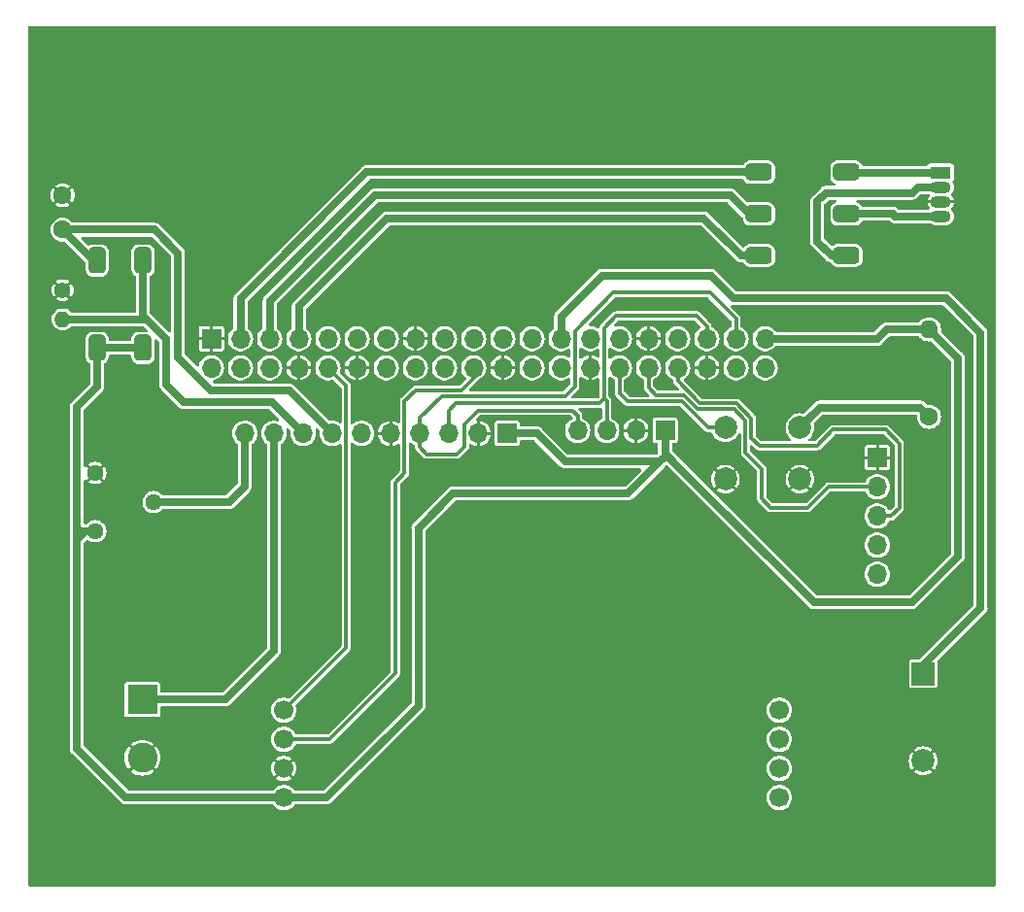
<source format=gbr>
%TF.GenerationSoftware,KiCad,Pcbnew,7.0.1-0*%
%TF.CreationDate,2023-12-26T23:08:58-03:00*%
%TF.ProjectId,rpizerow_kit_desarrollo,7270697a-6572-46f7-975f-6b69745f6465,2*%
%TF.SameCoordinates,Original*%
%TF.FileFunction,Copper,L2,Bot*%
%TF.FilePolarity,Positive*%
%FSLAX46Y46*%
G04 Gerber Fmt 4.6, Leading zero omitted, Abs format (unit mm)*
G04 Created by KiCad (PCBNEW 7.0.1-0) date 2023-12-26 23:08:58*
%MOMM*%
%LPD*%
G01*
G04 APERTURE LIST*
G04 Aperture macros list*
%AMRoundRect*
0 Rectangle with rounded corners*
0 $1 Rounding radius*
0 $2 $3 $4 $5 $6 $7 $8 $9 X,Y pos of 4 corners*
0 Add a 4 corners polygon primitive as box body*
4,1,4,$2,$3,$4,$5,$6,$7,$8,$9,$2,$3,0*
0 Add four circle primitives for the rounded corners*
1,1,$1+$1,$2,$3*
1,1,$1+$1,$4,$5*
1,1,$1+$1,$6,$7*
1,1,$1+$1,$8,$9*
0 Add four rect primitives between the rounded corners*
20,1,$1+$1,$2,$3,$4,$5,0*
20,1,$1+$1,$4,$5,$6,$7,0*
20,1,$1+$1,$6,$7,$8,$9,0*
20,1,$1+$1,$8,$9,$2,$3,0*%
G04 Aperture macros list end*
%TA.AperFunction,ComponentPad*%
%ADD10O,1.600000X1.600000*%
%TD*%
%TA.AperFunction,ComponentPad*%
%ADD11C,1.600000*%
%TD*%
%TA.AperFunction,ComponentPad*%
%ADD12O,1.700000X1.700000*%
%TD*%
%TA.AperFunction,ComponentPad*%
%ADD13R,1.700000X1.700000*%
%TD*%
%TA.AperFunction,ComponentPad*%
%ADD14C,2.000000*%
%TD*%
%TA.AperFunction,ComponentPad*%
%ADD15R,2.000000X2.000000*%
%TD*%
%TA.AperFunction,ComponentPad*%
%ADD16C,1.440000*%
%TD*%
%TA.AperFunction,ComponentPad*%
%ADD17O,1.400000X1.400000*%
%TD*%
%TA.AperFunction,ComponentPad*%
%ADD18C,1.400000*%
%TD*%
%TA.AperFunction,ComponentPad*%
%ADD19R,2.600000X2.600000*%
%TD*%
%TA.AperFunction,ComponentPad*%
%ADD20C,2.600000*%
%TD*%
%TA.AperFunction,ComponentPad*%
%ADD21C,1.700000*%
%TD*%
%TA.AperFunction,ComponentPad*%
%ADD22R,1.800000X1.070000*%
%TD*%
%TA.AperFunction,ComponentPad*%
%ADD23O,1.800000X1.070000*%
%TD*%
%TA.AperFunction,SMDPad,CuDef*%
%ADD24RoundRect,0.381000X0.381000X-0.762000X0.381000X0.762000X-0.381000X0.762000X-0.381000X-0.762000X0*%
%TD*%
%TA.AperFunction,SMDPad,CuDef*%
%ADD25RoundRect,0.381000X-0.762000X-0.381000X0.762000X-0.381000X0.762000X0.381000X-0.762000X0.381000X0*%
%TD*%
%TA.AperFunction,ViaPad*%
%ADD26C,3.500000*%
%TD*%
%TA.AperFunction,Conductor*%
%ADD27C,0.700000*%
%TD*%
%TA.AperFunction,Conductor*%
%ADD28C,0.300000*%
%TD*%
G04 APERTURE END LIST*
D10*
%TO.P,R6,2*%
%TO.N,+3.3V*%
X113985000Y-49650000D03*
D11*
%TO.P,R6,1*%
%TO.N,I{slash}O 13*%
X113985000Y-57270000D03*
%TD*%
D12*
%TO.P,ADC Externo,10,SCL*%
%TO.N,I2C SCL*%
X72147500Y-58717500D03*
%TO.P,ADC Externo,9,SDA*%
%TO.N,I2C SDA*%
X69607500Y-58717500D03*
D13*
%TO.P,ADC Externo,8,VDD*%
%TO.N,+3.3V*%
X77227500Y-58717500D03*
D12*
%TO.P,ADC Externo,7,AIN3*%
%TO.N,Net-(U1-AIN3)*%
X54367500Y-58717500D03*
%TO.P,ADC Externo,6,AIN2*%
%TO.N,Net-(J4-Pin_2)*%
X56907500Y-58717500D03*
%TO.P,ADC Externo,5,AIN1*%
%TO.N,Net-(U1-AIN1)*%
X59447500Y-58717500D03*
%TO.P,ADC Externo,4,AIN0*%
%TO.N,Net-(U1-AIN0)*%
X61987500Y-58717500D03*
%TO.P,ADC Externo,3,GND*%
%TO.N,GND*%
X74687500Y-58717500D03*
%TO.P,ADC Externo,2,ALERT/RDY*%
%TO.N,unconnected-(U1-ALERT{slash}RDY-Pad2)*%
X64527500Y-58717500D03*
%TO.P,ADC Externo,1,ADDR*%
%TO.N,GND*%
X67067500Y-58717500D03*
%TD*%
D14*
%TO.P,Buzzer,2,+*%
%TO.N,GND*%
X113485000Y-87260000D03*
D15*
%TO.P,Buzzer,1,-*%
%TO.N,I{slash}O 12*%
X113485000Y-79660000D03*
%TD*%
D16*
%TO.P,RV,3,3*%
%TO.N,GND*%
X41330000Y-62170000D03*
%TO.P,RV,2,2*%
%TO.N,Net-(U1-AIN3)*%
X46410000Y-64710000D03*
%TO.P,RV,1,1*%
%TO.N,+3.3V*%
X41330000Y-67250000D03*
%TD*%
D17*
%TO.P,NTC,2*%
%TO.N,Net-(U1-AIN1)*%
X38485000Y-48780000D03*
D18*
%TO.P,NTC,1*%
%TO.N,GND*%
X38485000Y-46240000D03*
%TD*%
D14*
%TO.P,SW,2*%
%TO.N,GND*%
X102735000Y-62710000D03*
X96235000Y-62710000D03*
%TO.P,SW,1*%
%TO.N,I{slash}O 13*%
X102735000Y-58210000D03*
X96235000Y-58210000D03*
%TD*%
D19*
%TO.P,J2,2,Pin_2*%
%TO.N,Net-(J4-Pin_2)*%
X45430000Y-81915000D03*
D20*
%TO.P,J2,1,Pin_1*%
%TO.N,GND*%
X45430000Y-86995000D03*
%TD*%
D21*
%TO.P,4-Digit LED Display,8*%
%TO.N,N/C*%
X100945000Y-82840000D03*
%TO.P,4-Digit LED Display,7*%
X100945000Y-85380000D03*
%TO.P,4-Digit LED Display,6*%
X100945000Y-87920000D03*
%TO.P,4-Digit LED Display,5*%
X100945000Y-90460000D03*
%TO.P,4-Digit LED Display,4,Pin_4*%
%TO.N,CLK*%
X57765000Y-82840000D03*
%TO.P,4-Digit LED Display,3,Pin_3*%
%TO.N,DIO*%
X57765000Y-85380000D03*
%TO.P,4-Digit LED Display,2,Pin_2*%
%TO.N,GND*%
X57765000Y-87920000D03*
%TO.P,4-Digit LED Display,1,Pin_1*%
%TO.N,+3.3V*%
X57765000Y-90460000D03*
%TD*%
D22*
%TO.P,RGB,4,RK*%
%TO.N,Net-(D1-RA)*%
X115000000Y-35980000D03*
D23*
%TO.P,RGB,3*%
%TO.N,Net-(D1-BA)*%
X115000000Y-37250000D03*
%TO.P,RGB,2*%
%TO.N,GND*%
X115000000Y-38520000D03*
%TO.P,RGB,1,BA*%
%TO.N,Net-(D1-GA)*%
X115000000Y-39790000D03*
%TD*%
D12*
%TO.P,BMP180,4,Pin_4*%
%TO.N,I2C SDA*%
X83365000Y-58460000D03*
%TO.P,BMP180,3,Pin_3*%
%TO.N,I2C SCL*%
X85905000Y-58460000D03*
%TO.P,BMP180,2,Pin_2*%
%TO.N,GND*%
X88445000Y-58460000D03*
D13*
%TO.P,BMP180,1,Pin_1*%
%TO.N,+3.3V*%
X90985000Y-58460000D03*
%TD*%
D12*
%TO.P,RPiZeroW,40,GPIO21*%
%TO.N,unconnected-(J1-GPIO21-Pad40)*%
X51445000Y-53000000D03*
D13*
%TO.P,RPiZeroW,39,GND*%
%TO.N,GND*%
X51445000Y-50460000D03*
D12*
%TO.P,RPiZeroW,38,GPIO20*%
%TO.N,unconnected-(J1-GPIO20-Pad38)*%
X53985000Y-53000000D03*
%TO.P,RPiZeroW,37,GPIO26*%
%TO.N,PWM 3*%
X53985000Y-50460000D03*
%TO.P,RPiZeroW,36,GPIO16*%
%TO.N,unconnected-(J1-GPIO16-Pad36)*%
X56525000Y-53000000D03*
%TO.P,RPiZeroW,35,GPIO19*%
%TO.N,PWM 2*%
X56525000Y-50460000D03*
%TO.P,RPiZeroW,34,GND*%
%TO.N,GND*%
X59065000Y-53000000D03*
%TO.P,RPiZeroW,33,GPIO13*%
%TO.N,PWM 1*%
X59065000Y-50460000D03*
%TO.P,RPiZeroW,32,GPIO12*%
%TO.N,CLK*%
X61605000Y-53000000D03*
%TO.P,RPiZeroW,31,GPIO06*%
%TO.N,unconnected-(J1-GPIO06-Pad31)*%
X61605000Y-50460000D03*
%TO.P,RPiZeroW,30,GND*%
%TO.N,GND*%
X64145000Y-53000000D03*
%TO.P,RPiZeroW,29,GPIO05*%
%TO.N,unconnected-(J1-GPIO05-Pad29)*%
X64145000Y-50460000D03*
%TO.P,RPiZeroW,28,ID_SC*%
%TO.N,unconnected-(J1-ID_SC-Pad28)*%
X66685000Y-53000000D03*
%TO.P,RPiZeroW,27,ID_SD*%
%TO.N,unconnected-(J1-ID_SD-Pad27)*%
X66685000Y-50460000D03*
%TO.P,RPiZeroW,26,GPIO07_SPI_CE1_N*%
%TO.N,unconnected-(J1-GPIO07_SPI_CE1_N-Pad26)*%
X69225000Y-53000000D03*
%TO.P,RPiZeroW,25,GND*%
%TO.N,GND*%
X69225000Y-50460000D03*
%TO.P,RPiZeroW,24,GPIO08_SPI_CE0_N*%
%TO.N,unconnected-(J1-GPIO08_SPI_CE0_N-Pad24)*%
X71765000Y-53000000D03*
%TO.P,RPiZeroW,23,GPIO11_SPI_CLK*%
%TO.N,unconnected-(J1-GPIO11_SPI_CLK-Pad23)*%
X71765000Y-50460000D03*
%TO.P,RPiZeroW,22,GPIO25*%
%TO.N,DIO*%
X74305000Y-53000000D03*
%TO.P,RPiZeroW,21,GPIO09_SPI_MISO*%
%TO.N,unconnected-(J1-GPIO09_SPI_MISO-Pad21)*%
X74305000Y-50460000D03*
%TO.P,RPiZeroW,20,GND*%
%TO.N,GND*%
X76845000Y-53000000D03*
%TO.P,RPiZeroW,19,GPIO10_SPI_MOSI*%
%TO.N,unconnected-(J1-GPIO10_SPI_MOSI-Pad19)*%
X76845000Y-50460000D03*
%TO.P,RPiZeroW,18,GPIO24*%
%TO.N,unconnected-(J1-GPIO24-Pad18)*%
X79385000Y-53000000D03*
%TO.P,RPiZeroW,17,3.3V*%
%TO.N,+3.3V*%
X79385000Y-50460000D03*
%TO.P,RPiZeroW,16,GPIO23*%
%TO.N,unconnected-(J1-GPIO23-Pad16)*%
X81925000Y-53000000D03*
%TO.P,RPiZeroW,15,GPIO22*%
%TO.N,I{slash}O 12*%
X81925000Y-50460000D03*
%TO.P,RPiZeroW,14,GND*%
%TO.N,GND*%
X84465000Y-53000000D03*
%TO.P,RPiZeroW,13,GPIO27*%
%TO.N,unconnected-(J1-GPIO27-Pad13)*%
X84465000Y-50460000D03*
%TO.P,RPiZeroW,12,GPIO18*%
%TO.N,I{slash}O 13*%
X87005000Y-53000000D03*
%TO.P,RPiZeroW,11,GPIO17*%
%TO.N,unconnected-(J1-GPIO17-Pad11)*%
X87005000Y-50460000D03*
%TO.P,RPiZeroW,10,GPIO15_RXD0*%
%TO.N,UART Rx*%
X89545000Y-53000000D03*
%TO.P,RPiZeroW,9,GND*%
%TO.N,GND*%
X89545000Y-50460000D03*
%TO.P,RPiZeroW,8,GPIO14_TXD0*%
%TO.N,UART Tx*%
X92085000Y-53000000D03*
%TO.P,RPiZeroW,7,GPIO04_GCLK*%
%TO.N,unconnected-(J1-GPIO04_GCLK-Pad7)*%
X92085000Y-50460000D03*
%TO.P,RPiZeroW,6,GND*%
%TO.N,GND*%
X94625000Y-53000000D03*
%TO.P,RPiZeroW,5,GPIO03_SCL1_I2C*%
%TO.N,I2C SCL*%
X94625000Y-50460000D03*
%TO.P,RPiZeroW,4,5V*%
%TO.N,unconnected-(J1-5V-Pad4)*%
X97165000Y-53000000D03*
%TO.P,RPiZeroW,3,GPIO02_SDA1_I2C*%
%TO.N,I2C SDA*%
X97165000Y-50460000D03*
%TO.P,RPiZeroW,2,5V*%
%TO.N,unconnected-(J1-5V-Pad2)*%
X99705000Y-53000000D03*
%TO.P,RPiZeroW,1,3.3V*%
%TO.N,+3.3V*%
X99705000Y-50460000D03*
%TD*%
%TO.P,UART-USB,5,Pin_5*%
%TO.N,unconnected-(J2-Pin_5-Pad5)*%
X109485000Y-71000000D03*
%TO.P,UART-USB,4,Pin_4*%
%TO.N,unconnected-(J2-Pin_4-Pad4)*%
X109485000Y-68460000D03*
%TO.P,UART-USB,3,Pin_3*%
%TO.N,UART Tx*%
X109485000Y-65920000D03*
%TO.P,UART-USB,2,Pin_2*%
%TO.N,UART Rx*%
X109485000Y-63380000D03*
D13*
%TO.P,UART-USB,1,Pin_1*%
%TO.N,GND*%
X109485000Y-60840000D03*
%TD*%
D11*
%TO.P,LDR,2*%
%TO.N,GND*%
X38485000Y-37960000D03*
%TO.P,LDR,1*%
%TO.N,Net-(U1-AIN0)*%
X38485000Y-40960000D03*
%TD*%
D24*
%TO.P,R1,2*%
%TO.N,Net-(U1-AIN1)*%
X45485000Y-43650000D03*
%TO.P,R1,1*%
%TO.N,+3.3V*%
X45485000Y-51270000D03*
%TD*%
D25*
%TO.P,R5,2*%
%TO.N,Net-(D1-RA)*%
X106795000Y-35960000D03*
%TO.P,R5,1*%
%TO.N,PWM 3*%
X99175000Y-35960000D03*
%TD*%
D24*
%TO.P,R2,2*%
%TO.N,Net-(U1-AIN0)*%
X41485000Y-43650000D03*
%TO.P,R2,1*%
%TO.N,+3.3V*%
X41485000Y-51270000D03*
%TD*%
D25*
%TO.P,R4,2*%
%TO.N,Net-(D1-GA)*%
X106795000Y-39580000D03*
%TO.P,R4,1*%
%TO.N,PWM 2*%
X99175000Y-39580000D03*
%TD*%
%TO.P,R3,2*%
%TO.N,Net-(D1-BA)*%
X106795000Y-43210000D03*
%TO.P,R3,1*%
%TO.N,PWM 1*%
X99175000Y-43210000D03*
%TD*%
D26*
%TO.N,GND*%
X39500000Y-27200000D03*
X115800000Y-27200000D03*
X115800000Y-94200000D03*
X39500000Y-94200000D03*
%TD*%
D27*
%TO.N,I{slash}O 12*%
X115485000Y-46960000D02*
X96985000Y-46960000D01*
X81925000Y-48520000D02*
X81925000Y-50460000D01*
X85485000Y-44960000D02*
X81925000Y-48520000D01*
X96985000Y-46960000D02*
X94985000Y-44960000D01*
X118485000Y-49960000D02*
X115485000Y-46960000D01*
X113485000Y-79660000D02*
X113485000Y-78960000D01*
X113485000Y-78960000D02*
X118485000Y-73960000D01*
X94985000Y-44960000D02*
X85485000Y-44960000D01*
X118485000Y-73960000D02*
X118485000Y-49960000D01*
%TO.N,PWM 1*%
X97615000Y-43210000D02*
X94365000Y-39960000D01*
X94365000Y-39960000D02*
X66735000Y-39960000D01*
X99175000Y-43210000D02*
X97615000Y-43210000D01*
X59065000Y-47630000D02*
X59065000Y-50460000D01*
X66735000Y-39960000D02*
X59065000Y-47630000D01*
D28*
%TO.N,I2C SDA*%
X73487500Y-57902500D02*
X74665000Y-56725000D01*
X90540000Y-46460000D02*
X94880000Y-46460000D01*
X69607500Y-57382500D02*
X69607500Y-58717500D01*
X69607500Y-58717500D02*
X69585000Y-58740000D01*
X71535000Y-55455000D02*
X69607500Y-57382500D01*
X69585000Y-59900000D02*
X70220000Y-60535000D01*
X72852500Y-60535000D02*
X73487500Y-59900000D01*
X73487500Y-59900000D02*
X73487500Y-57902500D01*
X90540000Y-46460000D02*
X93165000Y-46460000D01*
X74665000Y-56725000D02*
X82920000Y-56725000D01*
X90540000Y-46460000D02*
X86485000Y-46460000D01*
X83365000Y-57170000D02*
X83365000Y-58460000D01*
X82285000Y-55455000D02*
X71535000Y-55455000D01*
X86485000Y-46460000D02*
X83125000Y-49820000D01*
X70220000Y-60535000D02*
X72852500Y-60535000D01*
X82920000Y-56725000D02*
X83365000Y-57170000D01*
X83125000Y-49820000D02*
X83125000Y-54615000D01*
X69585000Y-58740000D02*
X69585000Y-59900000D01*
X83125000Y-54615000D02*
X82285000Y-55455000D01*
X97165000Y-48745000D02*
X97165000Y-50460000D01*
X94880000Y-46460000D02*
X97165000Y-48745000D01*
%TO.N,I2C SCL*%
X72147500Y-56747500D02*
X72147500Y-58717500D01*
X72760000Y-56090000D02*
X72125000Y-56725000D01*
X85905000Y-58460000D02*
X85905000Y-56090000D01*
X93715000Y-48470000D02*
X86730000Y-48470000D01*
X94625000Y-49380000D02*
X93715000Y-48470000D01*
X72125000Y-56725000D02*
X72147500Y-56747500D01*
X85905000Y-56090000D02*
X85905000Y-55900000D01*
X85665000Y-55660000D02*
X85682500Y-55677500D01*
X85682500Y-55677500D02*
X85270000Y-56090000D01*
X85665000Y-49535000D02*
X85665000Y-55660000D01*
X85905000Y-55900000D02*
X85665000Y-55660000D01*
X86730000Y-48470000D02*
X85665000Y-49535000D01*
X94625000Y-50460000D02*
X94625000Y-49380000D01*
X85270000Y-56090000D02*
X72760000Y-56090000D01*
%TO.N,UART Tx*%
X98500000Y-57392894D02*
X97207106Y-56100000D01*
X110680000Y-65920000D02*
X111400000Y-65200000D01*
X109485000Y-65920000D02*
X110680000Y-65920000D01*
D27*
X92085000Y-53000000D02*
X92085000Y-53030000D01*
D28*
X92085000Y-54161372D02*
X92085000Y-53000000D01*
X98500000Y-59100000D02*
X98500000Y-57392894D01*
X105600000Y-58400000D02*
X104200000Y-59800000D01*
X111400000Y-65200000D02*
X111400000Y-59600000D01*
X111400000Y-59600000D02*
X110200000Y-58400000D01*
X97207106Y-56100000D02*
X94023628Y-56100000D01*
X94023628Y-56100000D02*
X92085000Y-54161372D01*
X104200000Y-59800000D02*
X99200000Y-59800000D01*
X110200000Y-58400000D02*
X105600000Y-58400000D01*
X99200000Y-59800000D02*
X98500000Y-59100000D01*
%TO.N,UART Rx*%
X97000000Y-56600000D02*
X93816522Y-56600000D01*
X90200000Y-55400000D02*
X89545000Y-54745000D01*
X89545000Y-54745000D02*
X89545000Y-53000000D01*
X93816522Y-56600000D02*
X92616522Y-55400000D01*
X105220000Y-63380000D02*
X103400000Y-65200000D01*
X92616522Y-55400000D02*
X90200000Y-55400000D01*
X98000000Y-57600000D02*
X97000000Y-56600000D01*
X98000000Y-60400000D02*
X98000000Y-57600000D01*
X99400000Y-61800000D02*
X99400000Y-64400000D01*
X98000000Y-60400000D02*
X99400000Y-61800000D01*
X99400000Y-64400000D02*
X100200000Y-65200000D01*
X103400000Y-65200000D02*
X100200000Y-65200000D01*
X109485000Y-63380000D02*
X105220000Y-63380000D01*
D27*
%TO.N,PWM 3*%
X99175000Y-35960000D02*
X64985000Y-35960000D01*
X64985000Y-35960000D02*
X53985000Y-46960000D01*
X53985000Y-46960000D02*
X53985000Y-50460000D01*
%TO.N,I{slash}O 13*%
X113175000Y-56460000D02*
X104485000Y-56460000D01*
D28*
X92454708Y-55945292D02*
X94719416Y-58210000D01*
X87745292Y-55945292D02*
X92454708Y-55945292D01*
X87005000Y-55205000D02*
X87745292Y-55945292D01*
X87005000Y-53000000D02*
X87005000Y-55205000D01*
D27*
X104485000Y-56460000D02*
X102735000Y-58210000D01*
X113985000Y-57270000D02*
X113175000Y-56460000D01*
D28*
X94719416Y-58210000D02*
X96235000Y-58210000D01*
D27*
%TO.N,PWM 2*%
X56525000Y-47170000D02*
X56525000Y-50460000D01*
X96675000Y-37960000D02*
X65735000Y-37960000D01*
X98295000Y-39580000D02*
X96675000Y-37960000D01*
X99175000Y-39580000D02*
X98295000Y-39580000D01*
X65735000Y-37960000D02*
X56525000Y-47170000D01*
%TO.N,Net-(U1-AIN0)*%
X58230000Y-54960000D02*
X51425101Y-54960000D01*
X46485000Y-40960000D02*
X38485000Y-40960000D01*
X41485000Y-43650000D02*
X41175000Y-43650000D01*
X61987500Y-58717500D02*
X58230000Y-54960000D01*
X41175000Y-43650000D02*
X38485000Y-40960000D01*
X48550000Y-52084899D02*
X48550000Y-43025000D01*
X48550000Y-43025000D02*
X46485000Y-40960000D01*
X51425101Y-54960000D02*
X48550000Y-52084899D01*
%TO.N,Net-(U1-AIN1)*%
X47485000Y-54460000D02*
X47485000Y-50460000D01*
X56690000Y-55960000D02*
X48985000Y-55960000D01*
X45485000Y-48780000D02*
X45485000Y-48460000D01*
X47485000Y-50460000D02*
X45485000Y-48460000D01*
X38485000Y-48780000D02*
X45485000Y-48780000D01*
X48985000Y-55960000D02*
X47485000Y-54460000D01*
X45485000Y-48460000D02*
X45485000Y-43650000D01*
X59447500Y-58717500D02*
X56690000Y-55960000D01*
%TO.N,Net-(U1-AIN3)*%
X46410000Y-64710000D02*
X52985000Y-64710000D01*
X52985000Y-64710000D02*
X54367500Y-63327500D01*
X54367500Y-63327500D02*
X54367500Y-58717500D01*
%TO.N,Net-(D1-BA)*%
X112500000Y-37750000D02*
X113000000Y-37250000D01*
X104250000Y-42000000D02*
X104250000Y-38500000D01*
X105460000Y-43210000D02*
X104250000Y-42000000D01*
X113000000Y-37250000D02*
X115000000Y-37250000D01*
X106795000Y-43210000D02*
X105460000Y-43210000D01*
X104250000Y-38500000D02*
X105000000Y-37750000D01*
X105000000Y-37750000D02*
X112500000Y-37750000D01*
%TO.N,Net-(D1-GA)*%
X111040000Y-39790000D02*
X115000000Y-39790000D01*
X110830000Y-39580000D02*
X111040000Y-39790000D01*
X106795000Y-39580000D02*
X110830000Y-39580000D01*
%TO.N,Net-(D1-RA)*%
X106795000Y-35960000D02*
X106835000Y-36000000D01*
X106795000Y-35960000D02*
X106815000Y-35980000D01*
X106815000Y-35980000D02*
X115000000Y-35980000D01*
%TO.N,Net-(J4-Pin_2)*%
X52650000Y-81915000D02*
X56907500Y-77657500D01*
X56907500Y-77657500D02*
X56907500Y-58717500D01*
X45430000Y-81915000D02*
X52650000Y-81915000D01*
D28*
%TO.N,DIO*%
X74305000Y-53910000D02*
X74305000Y-53000000D01*
X73260000Y-54955000D02*
X74305000Y-53910000D01*
X69240000Y-54955000D02*
X73260000Y-54955000D01*
X68267500Y-62210000D02*
X68267500Y-55927500D01*
X68267500Y-55927500D02*
X69240000Y-54955000D01*
X67485000Y-79630000D02*
X67485000Y-62992500D01*
X57765000Y-85380000D02*
X61735000Y-85380000D01*
X67485000Y-62992500D02*
X68267500Y-62210000D01*
X61735000Y-85380000D02*
X67485000Y-79630000D01*
%TO.N,CLK*%
X63187500Y-77417500D02*
X63187500Y-54582500D01*
X63187500Y-54582500D02*
X61605000Y-53000000D01*
X57765000Y-82840000D02*
X63187500Y-77417500D01*
D27*
%TO.N,+3.3V*%
X110295000Y-49650000D02*
X113985000Y-49650000D01*
X99705000Y-50460000D02*
X109485000Y-50460000D01*
X92070000Y-61545000D02*
X103985000Y-73460000D01*
X73485000Y-63960000D02*
X80485000Y-63960000D01*
X57765000Y-90460000D02*
X43985000Y-90460000D01*
X90985000Y-58460000D02*
X90985000Y-60725000D01*
X90985000Y-60725000D02*
X90540000Y-61170000D01*
X43985000Y-90460000D02*
X39740000Y-86215000D01*
X82285000Y-61170000D02*
X88000000Y-61170000D01*
X41485000Y-51270000D02*
X45485000Y-51270000D01*
X112485000Y-73460000D02*
X116485000Y-69460000D01*
X116485000Y-52150000D02*
X113985000Y-49650000D01*
X79110000Y-58717500D02*
X79832500Y-58717500D01*
X88000000Y-61170000D02*
X89905000Y-61170000D01*
X109485000Y-50460000D02*
X110295000Y-49650000D01*
X90985000Y-60460000D02*
X90985000Y-58460000D01*
X90985000Y-58460000D02*
X90985000Y-59265000D01*
X40030000Y-67250000D02*
X40485000Y-67250000D01*
X103985000Y-73460000D02*
X112485000Y-73460000D01*
X39740000Y-68210000D02*
X39740000Y-67995000D01*
X39740000Y-56405000D02*
X41485000Y-54660000D01*
X90540000Y-61170000D02*
X88000000Y-61170000D01*
X77227500Y-58717500D02*
X79110000Y-58717500D01*
X69485000Y-66960000D02*
X72485000Y-63960000D01*
X92070000Y-61545000D02*
X90985000Y-60460000D01*
X40485000Y-67250000D02*
X41330000Y-67250000D01*
X57765000Y-90460000D02*
X61485000Y-90460000D01*
X39740000Y-67995000D02*
X40485000Y-67250000D01*
X80485000Y-63960000D02*
X84825000Y-63960000D01*
X84825000Y-63960000D02*
X85485000Y-63960000D01*
X90540000Y-61170000D02*
X87750000Y-63960000D01*
X116485000Y-69460000D02*
X116485000Y-52150000D01*
X39740000Y-86215000D02*
X39740000Y-68210000D01*
X61485000Y-90460000D02*
X69485000Y-82460000D01*
X90985000Y-59265000D02*
X90985000Y-60090000D01*
X69485000Y-82460000D02*
X69485000Y-66960000D01*
X79832500Y-58717500D02*
X82285000Y-61170000D01*
X72485000Y-63960000D02*
X73485000Y-63960000D01*
X41485000Y-54660000D02*
X41485000Y-51270000D01*
X39740000Y-66960000D02*
X39740000Y-56405000D01*
X90985000Y-60725000D02*
X90985000Y-59265000D01*
X39740000Y-66960000D02*
X40030000Y-67250000D01*
X39740000Y-68210000D02*
X39740000Y-66960000D01*
X87750000Y-63960000D02*
X84825000Y-63960000D01*
%TD*%
%TA.AperFunction,Conductor*%
%TO.N,GND*%
G36*
X83683434Y-51254258D02*
G01*
X83733038Y-51281887D01*
X83790890Y-51334625D01*
X83798959Y-51341981D01*
X83824834Y-51358002D01*
X83971637Y-51448899D01*
X83972363Y-51449348D01*
X84162544Y-51523024D01*
X84363024Y-51560500D01*
X84566974Y-51560500D01*
X84566976Y-51560500D01*
X84767456Y-51523024D01*
X84957637Y-51449348D01*
X85075223Y-51376541D01*
X85137636Y-51358002D01*
X85200839Y-51373640D01*
X85247407Y-51419144D01*
X85264500Y-51481969D01*
X85264500Y-51978619D01*
X85247407Y-52041444D01*
X85200839Y-52086948D01*
X85137636Y-52102586D01*
X85075222Y-52084046D01*
X84957411Y-52011100D01*
X84767320Y-51937459D01*
X84589999Y-51904312D01*
X84590000Y-51904313D01*
X84590000Y-54095687D01*
X84767320Y-54062540D01*
X84957411Y-53988899D01*
X85075222Y-53915954D01*
X85137636Y-53897414D01*
X85200839Y-53913052D01*
X85247407Y-53958556D01*
X85264500Y-54021381D01*
X85264500Y-55477745D01*
X85255061Y-55525198D01*
X85228181Y-55565427D01*
X85140425Y-55653182D01*
X85100196Y-55680061D01*
X85052744Y-55689500D01*
X82916255Y-55689500D01*
X82859960Y-55675985D01*
X82815937Y-55638385D01*
X82793782Y-55584898D01*
X82798324Y-55527182D01*
X82828574Y-55477819D01*
X83457017Y-54849375D01*
X83457021Y-54849370D01*
X83458555Y-54847835D01*
X83461386Y-54836981D01*
X83463094Y-54833627D01*
X83473274Y-54817011D01*
X83486296Y-54799090D01*
X83493141Y-54778020D01*
X83500584Y-54760050D01*
X83510646Y-54740304D01*
X83514113Y-54718408D01*
X83518652Y-54699501D01*
X83525499Y-54678433D01*
X83525499Y-54656788D01*
X83525500Y-54656776D01*
X83525500Y-53912846D01*
X83538500Y-53857574D01*
X83574773Y-53813892D01*
X83626715Y-53790957D01*
X83683434Y-53793580D01*
X83733038Y-53821209D01*
X83799259Y-53881578D01*
X83972588Y-53988899D01*
X84162679Y-54062540D01*
X84340000Y-54095687D01*
X84340000Y-51904312D01*
X84162679Y-51937459D01*
X83972588Y-52011100D01*
X83799259Y-52118421D01*
X83733038Y-52178791D01*
X83683434Y-52206420D01*
X83626715Y-52209043D01*
X83574773Y-52186108D01*
X83538500Y-52142426D01*
X83525500Y-52087154D01*
X83525500Y-51373524D01*
X83538500Y-51318253D01*
X83574773Y-51274570D01*
X83626715Y-51251635D01*
X83683434Y-51254258D01*
G37*
%TD.AperFunction*%
%TA.AperFunction,Conductor*%
G36*
X119737500Y-23217113D02*
G01*
X119782887Y-23262500D01*
X119799500Y-23324500D01*
X119799500Y-98075500D01*
X119782887Y-98137500D01*
X119737500Y-98182887D01*
X119675500Y-98199500D01*
X35624500Y-98199500D01*
X35562500Y-98182887D01*
X35517113Y-98137500D01*
X35500500Y-98075500D01*
X35500500Y-46994685D01*
X37907092Y-46994685D01*
X37954653Y-47033718D01*
X38119687Y-47121930D01*
X38298769Y-47176255D01*
X38485000Y-47194596D01*
X38671230Y-47176255D01*
X38850310Y-47121931D01*
X39015347Y-47033716D01*
X39062906Y-46994684D01*
X39062906Y-46994683D01*
X38485001Y-46416777D01*
X38485000Y-46416777D01*
X37907092Y-46994683D01*
X37907092Y-46994685D01*
X35500500Y-46994685D01*
X35500500Y-46240000D01*
X37530403Y-46240000D01*
X37548744Y-46426230D01*
X37603069Y-46605312D01*
X37691279Y-46770342D01*
X37730315Y-46817906D01*
X38308223Y-46240001D01*
X38661777Y-46240001D01*
X39239683Y-46817906D01*
X39239684Y-46817906D01*
X39278716Y-46770347D01*
X39366931Y-46605310D01*
X39421255Y-46426230D01*
X39439596Y-46240000D01*
X39421255Y-46053769D01*
X39366930Y-45874687D01*
X39278718Y-45709653D01*
X39239685Y-45662092D01*
X39239683Y-45662092D01*
X38661777Y-46240000D01*
X38661777Y-46240001D01*
X38308223Y-46240001D01*
X38308223Y-46240000D01*
X37730315Y-45662091D01*
X37730314Y-45662091D01*
X37691281Y-45709655D01*
X37603069Y-45874687D01*
X37548744Y-46053769D01*
X37530403Y-46240000D01*
X35500500Y-46240000D01*
X35500500Y-45485315D01*
X37907091Y-45485315D01*
X38485000Y-46063223D01*
X38485001Y-46063223D01*
X39062906Y-45485315D01*
X39062906Y-45485314D01*
X39015342Y-45446279D01*
X38850312Y-45358069D01*
X38671230Y-45303744D01*
X38485000Y-45285403D01*
X38298769Y-45303744D01*
X38119687Y-45358069D01*
X37954655Y-45446281D01*
X37907091Y-45485314D01*
X37907091Y-45485315D01*
X35500500Y-45485315D01*
X35500500Y-40959999D01*
X37429417Y-40959999D01*
X37449699Y-41165932D01*
X37449700Y-41165934D01*
X37509768Y-41363954D01*
X37607315Y-41546450D01*
X37626592Y-41569939D01*
X37738589Y-41706410D01*
X37758583Y-41722818D01*
X37898550Y-41837685D01*
X38081046Y-41935232D01*
X38279066Y-41995300D01*
X38485000Y-42015583D01*
X38614483Y-42002829D01*
X38668409Y-42009480D01*
X38714316Y-42038551D01*
X40436181Y-43760417D01*
X40463061Y-43800645D01*
X40472500Y-43848098D01*
X40472500Y-44475767D01*
X40475318Y-44511577D01*
X40519831Y-44664791D01*
X40519832Y-44664792D01*
X40601051Y-44802127D01*
X40713873Y-44914949D01*
X40823621Y-44979853D01*
X40851208Y-44996168D01*
X41004422Y-45040681D01*
X41004426Y-45040682D01*
X41040230Y-45043500D01*
X41929767Y-45043500D01*
X41929770Y-45043500D01*
X41965574Y-45040682D01*
X42118792Y-44996168D01*
X42256127Y-44914949D01*
X42368949Y-44802127D01*
X42450168Y-44664792D01*
X42494682Y-44511574D01*
X42497500Y-44475770D01*
X42497500Y-42824230D01*
X42494682Y-42788426D01*
X42450168Y-42635208D01*
X42368949Y-42497873D01*
X42256127Y-42385051D01*
X42192065Y-42347165D01*
X42118791Y-42303831D01*
X41965577Y-42259318D01*
X41947671Y-42257908D01*
X41929770Y-42256500D01*
X41040230Y-42256500D01*
X41024885Y-42257707D01*
X41004422Y-42259318D01*
X40851210Y-42303831D01*
X40851208Y-42303831D01*
X40851208Y-42303832D01*
X40825196Y-42319214D01*
X40773748Y-42335931D01*
X40720075Y-42329150D01*
X40674398Y-42300162D01*
X40412787Y-42038551D01*
X40146415Y-41772180D01*
X40116166Y-41722818D01*
X40111624Y-41665102D01*
X40133779Y-41611615D01*
X40177802Y-41574015D01*
X40234097Y-41560500D01*
X46184903Y-41560500D01*
X46232356Y-41569939D01*
X46272584Y-41596819D01*
X47913181Y-43237416D01*
X47940061Y-43277644D01*
X47949500Y-43325097D01*
X47949500Y-49775903D01*
X47935985Y-49832198D01*
X47898385Y-49876221D01*
X47844898Y-49898376D01*
X47787182Y-49893834D01*
X47737819Y-49863584D01*
X46121819Y-48247584D01*
X46094939Y-48207356D01*
X46085500Y-48159903D01*
X46085500Y-45086585D01*
X46101790Y-45025148D01*
X46146379Y-44979853D01*
X46256127Y-44914949D01*
X46368949Y-44802127D01*
X46450168Y-44664792D01*
X46494682Y-44511574D01*
X46497500Y-44475770D01*
X46497500Y-42824230D01*
X46494682Y-42788426D01*
X46450168Y-42635208D01*
X46368949Y-42497873D01*
X46256127Y-42385051D01*
X46192065Y-42347165D01*
X46118791Y-42303831D01*
X45965577Y-42259318D01*
X45947671Y-42257908D01*
X45929770Y-42256500D01*
X45040230Y-42256500D01*
X45024885Y-42257707D01*
X45004422Y-42259318D01*
X44851208Y-42303831D01*
X44713872Y-42385051D01*
X44601051Y-42497872D01*
X44519831Y-42635208D01*
X44475318Y-42788422D01*
X44472500Y-42824233D01*
X44472500Y-44475767D01*
X44475318Y-44511577D01*
X44519831Y-44664791D01*
X44519832Y-44664792D01*
X44601051Y-44802127D01*
X44713873Y-44914949D01*
X44823621Y-44979853D01*
X44868210Y-45025148D01*
X44884500Y-45086585D01*
X44884500Y-48055500D01*
X44867887Y-48117500D01*
X44822500Y-48162887D01*
X44760500Y-48179500D01*
X39280438Y-48179500D01*
X39227421Y-48167595D01*
X39184585Y-48134165D01*
X39174377Y-48121727D01*
X39160357Y-48104643D01*
X39156963Y-48101858D01*
X39015624Y-47985863D01*
X38850500Y-47897603D01*
X38671332Y-47843253D01*
X38485000Y-47824901D01*
X38298667Y-47843253D01*
X38119499Y-47897603D01*
X37954375Y-47985863D01*
X37809643Y-48104643D01*
X37690863Y-48249375D01*
X37602603Y-48414499D01*
X37548253Y-48593667D01*
X37529901Y-48780000D01*
X37548253Y-48966332D01*
X37602603Y-49145500D01*
X37689666Y-49308385D01*
X37690864Y-49310625D01*
X37809643Y-49455357D01*
X37954375Y-49574136D01*
X38119499Y-49662396D01*
X38298669Y-49716747D01*
X38485000Y-49735099D01*
X38671331Y-49716747D01*
X38850501Y-49662396D01*
X39015625Y-49574136D01*
X39160357Y-49455357D01*
X39184585Y-49425834D01*
X39227421Y-49392405D01*
X39280438Y-49380500D01*
X45437513Y-49380500D01*
X45453697Y-49381560D01*
X45485000Y-49385682D01*
X45491926Y-49384770D01*
X45547970Y-49390289D01*
X45595793Y-49420028D01*
X45840584Y-49664819D01*
X45870834Y-49714182D01*
X45875376Y-49771898D01*
X45853221Y-49825385D01*
X45809198Y-49862985D01*
X45752903Y-49876500D01*
X45040230Y-49876500D01*
X45024885Y-49877707D01*
X45004422Y-49879318D01*
X44851208Y-49923831D01*
X44713872Y-50005051D01*
X44601051Y-50117872D01*
X44519831Y-50255208D01*
X44475318Y-50408422D01*
X44472500Y-50444233D01*
X44472500Y-50545500D01*
X44455887Y-50607500D01*
X44410500Y-50652887D01*
X44348500Y-50669500D01*
X42621500Y-50669500D01*
X42559500Y-50652887D01*
X42514113Y-50607500D01*
X42497500Y-50545500D01*
X42497500Y-50444233D01*
X42497500Y-50444230D01*
X42494682Y-50408426D01*
X42473349Y-50334999D01*
X42450168Y-50255208D01*
X42368948Y-50117872D01*
X42256127Y-50005051D01*
X42118791Y-49923831D01*
X41965577Y-49879318D01*
X41947672Y-49877909D01*
X41929770Y-49876500D01*
X41040230Y-49876500D01*
X41024885Y-49877707D01*
X41004422Y-49879318D01*
X40851208Y-49923831D01*
X40713872Y-50005051D01*
X40601051Y-50117872D01*
X40519831Y-50255208D01*
X40475318Y-50408422D01*
X40475318Y-50408426D01*
X40472500Y-50444230D01*
X40472500Y-52095770D01*
X40473908Y-52113671D01*
X40475318Y-52131577D01*
X40519831Y-52284791D01*
X40519832Y-52284792D01*
X40601051Y-52422127D01*
X40713873Y-52534949D01*
X40823621Y-52599853D01*
X40868210Y-52645148D01*
X40884500Y-52706585D01*
X40884500Y-54359903D01*
X40875061Y-54407356D01*
X40848181Y-54447584D01*
X39348965Y-55946798D01*
X39336774Y-55957490D01*
X39311720Y-55976715D01*
X39311717Y-55976718D01*
X39311718Y-55976718D01*
X39264084Y-56038796D01*
X39240935Y-56068965D01*
X39215462Y-56102161D01*
X39154956Y-56248237D01*
X39134317Y-56404999D01*
X39138439Y-56436301D01*
X39139500Y-56452487D01*
X39139500Y-66912513D01*
X39138439Y-66928699D01*
X39134318Y-66959999D01*
X39138439Y-66991301D01*
X39139500Y-67007487D01*
X39139500Y-67947513D01*
X39138439Y-67963699D01*
X39134318Y-67994999D01*
X39138439Y-68026301D01*
X39139500Y-68042487D01*
X39139500Y-86167513D01*
X39138439Y-86183699D01*
X39134317Y-86215000D01*
X39139500Y-86254360D01*
X39139500Y-86254361D01*
X39154956Y-86371762D01*
X39215463Y-86517840D01*
X39311716Y-86643281D01*
X39336768Y-86662503D01*
X39348964Y-86673199D01*
X43526799Y-90851034D01*
X43537494Y-90863229D01*
X43556717Y-90888282D01*
X43674332Y-90978530D01*
X43674336Y-90978533D01*
X43682160Y-90984537D01*
X43795143Y-91031335D01*
X43828238Y-91045044D01*
X43985000Y-91065683D01*
X44016308Y-91061560D01*
X44032494Y-91060500D01*
X56777688Y-91060500D01*
X56832960Y-91073500D01*
X56876642Y-91109773D01*
X56948236Y-91204580D01*
X57098958Y-91341981D01*
X57272361Y-91449347D01*
X57272363Y-91449348D01*
X57462544Y-91523024D01*
X57663024Y-91560500D01*
X57866974Y-91560500D01*
X57866976Y-91560500D01*
X58067456Y-91523024D01*
X58257637Y-91449348D01*
X58431041Y-91341981D01*
X58581764Y-91204579D01*
X58653357Y-91109773D01*
X58697040Y-91073500D01*
X58752312Y-91060500D01*
X61437513Y-91060500D01*
X61453697Y-91061560D01*
X61485000Y-91065682D01*
X61641762Y-91045044D01*
X61787841Y-90984536D01*
X61795668Y-90978530D01*
X61913282Y-90888282D01*
X61932509Y-90863223D01*
X61943190Y-90851043D01*
X62334233Y-90460000D01*
X99839785Y-90460000D01*
X99858602Y-90663083D01*
X99914418Y-90859251D01*
X100005324Y-91041818D01*
X100128236Y-91204580D01*
X100278958Y-91341981D01*
X100452361Y-91449347D01*
X100452363Y-91449348D01*
X100642544Y-91523024D01*
X100843024Y-91560500D01*
X101046974Y-91560500D01*
X101046976Y-91560500D01*
X101247456Y-91523024D01*
X101437637Y-91449348D01*
X101611041Y-91341981D01*
X101761764Y-91204579D01*
X101884673Y-91041821D01*
X101884673Y-91041819D01*
X101884675Y-91041818D01*
X101973598Y-90863234D01*
X101975582Y-90859250D01*
X102031397Y-90663083D01*
X102050215Y-90460000D01*
X102031397Y-90256917D01*
X101975582Y-90060750D01*
X101975209Y-90060001D01*
X101884675Y-89878181D01*
X101761763Y-89715419D01*
X101611041Y-89578018D01*
X101437638Y-89470652D01*
X101247457Y-89396976D01*
X101180629Y-89384484D01*
X101046976Y-89359500D01*
X100843024Y-89359500D01*
X100742783Y-89378238D01*
X100642542Y-89396976D01*
X100452361Y-89470652D01*
X100278958Y-89578018D01*
X100128236Y-89715419D01*
X100005324Y-89878181D01*
X99914418Y-90060748D01*
X99858602Y-90256916D01*
X99839785Y-90460000D01*
X62334233Y-90460000D01*
X64874235Y-87919999D01*
X99839785Y-87919999D01*
X99858602Y-88123083D01*
X99914418Y-88319251D01*
X100005324Y-88501818D01*
X100128236Y-88664580D01*
X100278958Y-88801981D01*
X100452361Y-88909347D01*
X100452363Y-88909348D01*
X100642544Y-88983024D01*
X100843024Y-89020500D01*
X101046974Y-89020500D01*
X101046976Y-89020500D01*
X101247456Y-88983024D01*
X101437637Y-88909348D01*
X101611041Y-88801981D01*
X101761764Y-88664579D01*
X101884673Y-88501821D01*
X101884673Y-88501819D01*
X101884675Y-88501818D01*
X101961930Y-88346667D01*
X101975582Y-88319250D01*
X102000885Y-88230321D01*
X112691453Y-88230321D01*
X112857611Y-88346666D01*
X113055840Y-88439102D01*
X113267113Y-88495712D01*
X113485000Y-88514775D01*
X113702886Y-88495712D01*
X113914159Y-88439102D01*
X114112385Y-88346667D01*
X114278545Y-88230321D01*
X113485000Y-87436777D01*
X112691453Y-88230321D01*
X102000885Y-88230321D01*
X102031397Y-88123083D01*
X102050215Y-87920000D01*
X102031397Y-87716917D01*
X101975582Y-87520750D01*
X101975209Y-87520001D01*
X101884675Y-87338181D01*
X101825636Y-87260000D01*
X112230224Y-87260000D01*
X112249287Y-87477886D01*
X112305897Y-87689159D01*
X112398333Y-87887389D01*
X112514676Y-88053545D01*
X112514677Y-88053545D01*
X113308223Y-87260001D01*
X113661777Y-87260001D01*
X114455321Y-88053545D01*
X114571667Y-87887385D01*
X114664102Y-87689159D01*
X114720712Y-87477886D01*
X114739775Y-87260000D01*
X114720712Y-87042113D01*
X114664102Y-86830840D01*
X114571667Y-86632615D01*
X114455320Y-86466454D01*
X113661777Y-87260000D01*
X113661777Y-87260001D01*
X113308223Y-87260001D01*
X113308223Y-87260000D01*
X112514678Y-86466454D01*
X112398333Y-86632612D01*
X112305897Y-86830840D01*
X112249287Y-87042113D01*
X112230224Y-87260000D01*
X101825636Y-87260000D01*
X101761763Y-87175419D01*
X101611041Y-87038018D01*
X101437638Y-86930652D01*
X101247457Y-86856976D01*
X101180629Y-86844484D01*
X101046976Y-86819500D01*
X100843024Y-86819500D01*
X100742784Y-86838237D01*
X100642542Y-86856976D01*
X100452361Y-86930652D01*
X100278958Y-87038018D01*
X100128236Y-87175419D01*
X100005324Y-87338181D01*
X99914418Y-87520748D01*
X99858602Y-87716916D01*
X99839785Y-87919999D01*
X64874235Y-87919999D01*
X67414234Y-85380000D01*
X99839785Y-85380000D01*
X99858602Y-85583083D01*
X99914418Y-85779251D01*
X100005324Y-85961818D01*
X100128236Y-86124580D01*
X100278958Y-86261981D01*
X100452361Y-86369347D01*
X100452363Y-86369348D01*
X100642544Y-86443024D01*
X100843024Y-86480500D01*
X101046974Y-86480500D01*
X101046976Y-86480500D01*
X101247456Y-86443024D01*
X101437637Y-86369348D01*
X101566309Y-86289678D01*
X112691454Y-86289678D01*
X113485000Y-87083223D01*
X113485001Y-87083223D01*
X114278545Y-86289677D01*
X114278545Y-86289676D01*
X114112389Y-86173333D01*
X113914159Y-86080897D01*
X113702886Y-86024287D01*
X113485000Y-86005224D01*
X113267113Y-86024287D01*
X113055840Y-86080897D01*
X112857612Y-86173333D01*
X112691454Y-86289678D01*
X101566309Y-86289678D01*
X101611041Y-86261981D01*
X101761764Y-86124579D01*
X101884673Y-85961821D01*
X101884673Y-85961819D01*
X101884675Y-85961818D01*
X101965711Y-85799073D01*
X101975582Y-85779250D01*
X102031397Y-85583083D01*
X102050215Y-85380000D01*
X102031397Y-85176917D01*
X101975582Y-84980750D01*
X101940737Y-84910771D01*
X101884675Y-84798181D01*
X101761763Y-84635419D01*
X101611041Y-84498018D01*
X101437638Y-84390652D01*
X101247457Y-84316976D01*
X101180629Y-84304483D01*
X101046976Y-84279500D01*
X100843024Y-84279500D01*
X100742784Y-84298237D01*
X100642542Y-84316976D01*
X100452361Y-84390652D01*
X100278958Y-84498018D01*
X100128236Y-84635419D01*
X100005324Y-84798181D01*
X99914418Y-84980748D01*
X99858602Y-85176916D01*
X99839785Y-85380000D01*
X67414234Y-85380000D01*
X69876044Y-82918190D01*
X69888234Y-82907501D01*
X69913282Y-82888282D01*
X69950330Y-82840000D01*
X99839785Y-82840000D01*
X99858602Y-83043083D01*
X99914418Y-83239251D01*
X100005324Y-83421818D01*
X100128236Y-83584580D01*
X100278958Y-83721981D01*
X100452361Y-83829347D01*
X100452363Y-83829348D01*
X100642544Y-83903024D01*
X100843024Y-83940500D01*
X101046974Y-83940500D01*
X101046976Y-83940500D01*
X101247456Y-83903024D01*
X101437637Y-83829348D01*
X101611041Y-83721981D01*
X101761764Y-83584579D01*
X101884673Y-83421821D01*
X101884673Y-83421819D01*
X101884675Y-83421818D01*
X101930313Y-83330161D01*
X101975582Y-83239250D01*
X102031397Y-83043083D01*
X102050215Y-82840000D01*
X102031397Y-82636917D01*
X102025662Y-82616762D01*
X101992453Y-82500044D01*
X101975582Y-82440750D01*
X101949705Y-82388782D01*
X101884675Y-82258181D01*
X101761763Y-82095419D01*
X101611041Y-81958018D01*
X101437638Y-81850652D01*
X101247457Y-81776976D01*
X101180629Y-81764483D01*
X101046976Y-81739500D01*
X100843024Y-81739500D01*
X100742784Y-81758237D01*
X100642542Y-81776976D01*
X100452361Y-81850652D01*
X100278958Y-81958018D01*
X100128236Y-82095419D01*
X100005324Y-82258181D01*
X99914418Y-82440748D01*
X99858602Y-82636916D01*
X99839785Y-82840000D01*
X69950330Y-82840000D01*
X69969130Y-82815500D01*
X70009536Y-82762841D01*
X70070044Y-82616762D01*
X70090682Y-82460000D01*
X70086560Y-82428697D01*
X70085500Y-82412513D01*
X70085500Y-67260097D01*
X70094939Y-67212644D01*
X70121819Y-67172416D01*
X72697416Y-64596819D01*
X72737644Y-64569939D01*
X72785097Y-64560500D01*
X73445639Y-64560500D01*
X73524361Y-64560500D01*
X80445639Y-64560500D01*
X80524361Y-64560500D01*
X84785639Y-64560500D01*
X84864361Y-64560500D01*
X85524361Y-64560500D01*
X87702513Y-64560500D01*
X87718697Y-64561560D01*
X87750000Y-64565682D01*
X87906762Y-64545044D01*
X88052841Y-64484536D01*
X88080343Y-64463433D01*
X88178282Y-64388282D01*
X88197509Y-64363223D01*
X88208190Y-64351043D01*
X90931043Y-61628190D01*
X90943223Y-61617509D01*
X90968282Y-61598282D01*
X90987506Y-61573226D01*
X90998187Y-61561046D01*
X91029820Y-61529413D01*
X91085408Y-61497322D01*
X91149594Y-61497322D01*
X91205181Y-61529416D01*
X103526799Y-73851034D01*
X103537494Y-73863229D01*
X103556717Y-73888282D01*
X103650182Y-73959999D01*
X103650183Y-73960000D01*
X103682159Y-73984536D01*
X103828238Y-74045044D01*
X103953698Y-74061561D01*
X103984999Y-74065682D01*
X103984999Y-74065681D01*
X103985000Y-74065682D01*
X104016302Y-74061560D01*
X104032487Y-74060500D01*
X112437513Y-74060500D01*
X112453697Y-74061560D01*
X112485000Y-74065682D01*
X112641762Y-74045044D01*
X112787841Y-73984536D01*
X112819817Y-73960000D01*
X112913282Y-73888282D01*
X112932509Y-73863223D01*
X112943190Y-73851043D01*
X116876043Y-69918190D01*
X116888223Y-69907509D01*
X116913282Y-69888282D01*
X117009536Y-69762841D01*
X117070044Y-69616762D01*
X117085500Y-69499361D01*
X117090682Y-69460000D01*
X117086560Y-69428697D01*
X117085500Y-69412513D01*
X117085500Y-52197487D01*
X117086561Y-52181301D01*
X117090682Y-52150000D01*
X117089595Y-52141747D01*
X117087964Y-52129361D01*
X117070044Y-51993238D01*
X117009536Y-51847159D01*
X116961688Y-51784802D01*
X116937454Y-51753219D01*
X116937452Y-51753217D01*
X116937450Y-51753215D01*
X116913282Y-51721718D01*
X116888229Y-51702494D01*
X116876035Y-51691800D01*
X115063551Y-49879316D01*
X115034480Y-49833409D01*
X115027829Y-49779483D01*
X115040583Y-49650000D01*
X115020300Y-49444066D01*
X114960232Y-49246046D01*
X114862685Y-49063550D01*
X114779555Y-48962255D01*
X114731410Y-48903589D01*
X114580814Y-48780000D01*
X114571450Y-48772315D01*
X114388954Y-48674768D01*
X114279520Y-48641572D01*
X114190932Y-48614699D01*
X113985000Y-48594417D01*
X113779067Y-48614699D01*
X113581043Y-48674769D01*
X113398551Y-48772314D01*
X113238589Y-48903590D01*
X113156050Y-49004165D01*
X113113214Y-49037595D01*
X113060197Y-49049500D01*
X110342487Y-49049500D01*
X110326302Y-49048439D01*
X110322376Y-49047922D01*
X110294999Y-49044317D01*
X110243071Y-49051154D01*
X110237029Y-49051950D01*
X110138237Y-49064956D01*
X109992161Y-49125462D01*
X109966046Y-49145501D01*
X109866718Y-49221718D01*
X109866716Y-49221719D01*
X109866715Y-49221721D01*
X109847490Y-49246774D01*
X109836798Y-49258965D01*
X109272584Y-49823181D01*
X109232356Y-49850061D01*
X109184903Y-49859500D01*
X100692312Y-49859500D01*
X100637040Y-49846500D01*
X100593358Y-49810227D01*
X100521763Y-49715419D01*
X100371041Y-49578018D01*
X100197638Y-49470652D01*
X100007457Y-49396976D01*
X99940629Y-49384483D01*
X99806976Y-49359500D01*
X99603024Y-49359500D01*
X99510541Y-49376788D01*
X99402542Y-49396976D01*
X99212361Y-49470652D01*
X99038958Y-49578018D01*
X98888236Y-49715419D01*
X98765324Y-49878181D01*
X98674418Y-50060748D01*
X98618602Y-50256916D01*
X98599785Y-50459999D01*
X98618602Y-50663083D01*
X98674418Y-50859251D01*
X98765324Y-51041818D01*
X98888236Y-51204580D01*
X99038958Y-51341981D01*
X99212361Y-51449347D01*
X99212363Y-51449348D01*
X99402544Y-51523024D01*
X99603024Y-51560500D01*
X99806974Y-51560500D01*
X99806976Y-51560500D01*
X100007456Y-51523024D01*
X100197637Y-51449348D01*
X100371041Y-51341981D01*
X100521764Y-51204579D01*
X100593357Y-51109773D01*
X100637040Y-51073500D01*
X100692312Y-51060500D01*
X109437513Y-51060500D01*
X109453697Y-51061560D01*
X109485000Y-51065682D01*
X109641762Y-51045044D01*
X109787841Y-50984536D01*
X109810487Y-50967159D01*
X109913282Y-50888282D01*
X109932509Y-50863223D01*
X109943190Y-50851043D01*
X110507415Y-50286819D01*
X110547644Y-50259939D01*
X110595097Y-50250500D01*
X113060197Y-50250500D01*
X113113214Y-50262405D01*
X113156051Y-50295835D01*
X113238590Y-50396410D01*
X113398550Y-50527685D01*
X113581046Y-50625232D01*
X113779066Y-50685300D01*
X113985000Y-50705583D01*
X114114483Y-50692829D01*
X114168409Y-50699480D01*
X114214316Y-50728551D01*
X115848181Y-52362416D01*
X115875061Y-52402644D01*
X115884500Y-52450097D01*
X115884500Y-69159903D01*
X115875061Y-69207356D01*
X115848181Y-69247584D01*
X112272584Y-72823181D01*
X112232356Y-72850061D01*
X112184903Y-72859500D01*
X104285097Y-72859500D01*
X104237644Y-72850061D01*
X104197416Y-72823181D01*
X102374234Y-70999999D01*
X108379785Y-70999999D01*
X108398602Y-71203083D01*
X108454418Y-71399251D01*
X108545324Y-71581818D01*
X108668236Y-71744580D01*
X108818958Y-71881981D01*
X108992361Y-71989347D01*
X108992363Y-71989348D01*
X109182544Y-72063024D01*
X109383024Y-72100500D01*
X109586974Y-72100500D01*
X109586976Y-72100500D01*
X109787456Y-72063024D01*
X109977637Y-71989348D01*
X110151041Y-71881981D01*
X110301764Y-71744579D01*
X110424673Y-71581821D01*
X110424673Y-71581819D01*
X110424675Y-71581818D01*
X110470313Y-71490161D01*
X110515582Y-71399250D01*
X110571397Y-71203083D01*
X110590215Y-71000000D01*
X110571397Y-70796917D01*
X110515582Y-70600750D01*
X110515209Y-70600001D01*
X110424675Y-70418181D01*
X110301763Y-70255419D01*
X110151041Y-70118018D01*
X109977638Y-70010652D01*
X109787457Y-69936976D01*
X109687002Y-69918198D01*
X109586976Y-69899500D01*
X109383024Y-69899500D01*
X109282998Y-69918198D01*
X109182542Y-69936976D01*
X108992361Y-70010652D01*
X108818958Y-70118018D01*
X108668236Y-70255419D01*
X108545324Y-70418181D01*
X108454418Y-70600748D01*
X108398602Y-70796916D01*
X108379785Y-70999999D01*
X102374234Y-70999999D01*
X99834235Y-68460000D01*
X108379785Y-68460000D01*
X108398602Y-68663083D01*
X108454418Y-68859251D01*
X108545324Y-69041818D01*
X108668236Y-69204580D01*
X108818958Y-69341981D01*
X108992361Y-69449347D01*
X108992363Y-69449348D01*
X109182544Y-69523024D01*
X109383024Y-69560500D01*
X109586974Y-69560500D01*
X109586976Y-69560500D01*
X109787456Y-69523024D01*
X109977637Y-69449348D01*
X110151041Y-69341981D01*
X110301764Y-69204579D01*
X110424673Y-69041821D01*
X110424673Y-69041819D01*
X110424675Y-69041818D01*
X110470313Y-68950161D01*
X110515582Y-68859250D01*
X110571397Y-68663083D01*
X110590215Y-68460000D01*
X110571397Y-68256917D01*
X110567646Y-68243735D01*
X110541250Y-68150962D01*
X110515582Y-68060750D01*
X110495762Y-68020945D01*
X110424675Y-67878181D01*
X110301763Y-67715419D01*
X110151041Y-67578018D01*
X109977638Y-67470652D01*
X109787457Y-67396976D01*
X109720629Y-67384484D01*
X109586976Y-67359500D01*
X109383024Y-67359500D01*
X109282783Y-67378238D01*
X109182542Y-67396976D01*
X108992361Y-67470652D01*
X108818958Y-67578018D01*
X108668236Y-67715419D01*
X108545324Y-67878181D01*
X108454418Y-68060748D01*
X108398602Y-68256916D01*
X108379785Y-68460000D01*
X99834235Y-68460000D01*
X95054556Y-63680321D01*
X95441453Y-63680321D01*
X95607611Y-63796666D01*
X95805840Y-63889102D01*
X96017113Y-63945712D01*
X96235000Y-63964775D01*
X96452886Y-63945712D01*
X96664159Y-63889102D01*
X96862385Y-63796667D01*
X97028545Y-63680321D01*
X96235000Y-62886777D01*
X95441453Y-63680321D01*
X95054556Y-63680321D01*
X94084235Y-62710000D01*
X94980224Y-62710000D01*
X94999287Y-62927886D01*
X95055897Y-63139159D01*
X95148333Y-63337389D01*
X95264676Y-63503545D01*
X95264677Y-63503545D01*
X96058223Y-62710001D01*
X96411777Y-62710001D01*
X97205321Y-63503545D01*
X97321667Y-63337385D01*
X97414102Y-63139159D01*
X97470712Y-62927886D01*
X97489775Y-62710000D01*
X97470712Y-62492113D01*
X97414102Y-62280840D01*
X97321667Y-62082615D01*
X97205320Y-61916454D01*
X96411777Y-62710000D01*
X96411777Y-62710001D01*
X96058223Y-62710001D01*
X96058223Y-62710000D01*
X95264678Y-61916454D01*
X95148333Y-62082612D01*
X95055897Y-62280840D01*
X94999287Y-62492113D01*
X94980224Y-62710000D01*
X94084235Y-62710000D01*
X93113913Y-61739678D01*
X95441454Y-61739678D01*
X96235000Y-62533223D01*
X96235001Y-62533223D01*
X97028545Y-61739677D01*
X97028545Y-61739676D01*
X96862389Y-61623333D01*
X96664159Y-61530897D01*
X96452886Y-61474287D01*
X96235000Y-61455224D01*
X96017113Y-61474287D01*
X95805840Y-61530897D01*
X95607612Y-61623333D01*
X95441454Y-61739678D01*
X93113913Y-61739678D01*
X92484226Y-61109991D01*
X92484223Y-61109987D01*
X92089236Y-60715000D01*
X91621818Y-60247583D01*
X91594939Y-60207356D01*
X91585500Y-60159903D01*
X91585500Y-59684500D01*
X91602113Y-59622500D01*
X91647500Y-59577113D01*
X91709500Y-59560500D01*
X91859675Y-59560500D01*
X91884029Y-59555655D01*
X91932740Y-59545966D01*
X92015601Y-59490601D01*
X92070966Y-59407740D01*
X92085500Y-59334674D01*
X92085500Y-57585326D01*
X92084910Y-57582362D01*
X92070966Y-57512261D01*
X92070966Y-57512260D01*
X92015601Y-57429399D01*
X91932740Y-57374034D01*
X91932739Y-57374033D01*
X91932738Y-57374033D01*
X91859675Y-57359500D01*
X91859674Y-57359500D01*
X90110326Y-57359500D01*
X90110325Y-57359500D01*
X90037261Y-57374033D01*
X89954399Y-57429399D01*
X89899033Y-57512261D01*
X89884500Y-57585325D01*
X89884500Y-59334675D01*
X89899033Y-59407738D01*
X89899033Y-59407739D01*
X89899034Y-59407740D01*
X89954399Y-59490601D01*
X90037260Y-59545966D01*
X90073792Y-59553232D01*
X90110325Y-59560500D01*
X90110326Y-59560500D01*
X90260500Y-59560500D01*
X90322500Y-59577113D01*
X90367887Y-59622500D01*
X90384500Y-59684500D01*
X90384500Y-60412513D01*
X90383438Y-60428705D01*
X90381559Y-60442971D01*
X90369833Y-60481623D01*
X90346307Y-60514456D01*
X90327588Y-60533177D01*
X90287358Y-60560060D01*
X90239902Y-60569500D01*
X88039361Y-60569500D01*
X82585097Y-60569500D01*
X82537644Y-60560061D01*
X82497416Y-60533181D01*
X80290699Y-58326464D01*
X80280003Y-58314268D01*
X80260781Y-58289216D01*
X80135340Y-58192963D01*
X79989262Y-58132456D01*
X79871861Y-58117000D01*
X79867280Y-58116397D01*
X79832500Y-58111817D01*
X79804663Y-58115482D01*
X79801197Y-58115939D01*
X79785013Y-58117000D01*
X79149361Y-58117000D01*
X78452000Y-58117000D01*
X78390000Y-58100387D01*
X78344613Y-58055000D01*
X78328000Y-57993000D01*
X78328000Y-57842825D01*
X78313466Y-57769761D01*
X78313466Y-57769760D01*
X78258101Y-57686899D01*
X78175240Y-57631534D01*
X78175239Y-57631533D01*
X78175238Y-57631533D01*
X78102175Y-57617000D01*
X78102174Y-57617000D01*
X76352826Y-57617000D01*
X76352825Y-57617000D01*
X76279761Y-57631533D01*
X76196899Y-57686899D01*
X76141533Y-57769761D01*
X76127000Y-57842825D01*
X76127000Y-59592175D01*
X76141533Y-59665238D01*
X76141533Y-59665239D01*
X76141534Y-59665240D01*
X76196899Y-59748101D01*
X76279760Y-59803466D01*
X76312407Y-59809960D01*
X76352825Y-59818000D01*
X76352826Y-59818000D01*
X78102174Y-59818000D01*
X78102175Y-59818000D01*
X78126529Y-59813155D01*
X78175240Y-59803466D01*
X78258101Y-59748101D01*
X78313466Y-59665240D01*
X78328000Y-59592174D01*
X78328000Y-59442000D01*
X78344613Y-59380000D01*
X78390000Y-59334613D01*
X78452000Y-59318000D01*
X79070639Y-59318000D01*
X79149361Y-59318000D01*
X79532403Y-59318000D01*
X79579856Y-59327439D01*
X79620084Y-59354319D01*
X81826799Y-61561034D01*
X81837494Y-61573229D01*
X81856717Y-61598282D01*
X81930581Y-61654959D01*
X81956303Y-61674696D01*
X81982159Y-61694536D01*
X82128238Y-61755044D01*
X82253698Y-61771561D01*
X82284999Y-61775682D01*
X82284999Y-61775681D01*
X82285000Y-61775682D01*
X82316302Y-61771560D01*
X82332487Y-61770500D01*
X87960639Y-61770500D01*
X88039361Y-61770500D01*
X88790903Y-61770500D01*
X88847198Y-61784015D01*
X88891221Y-61821615D01*
X88913376Y-61875102D01*
X88908834Y-61932818D01*
X88878584Y-61982181D01*
X87537584Y-63323181D01*
X87497356Y-63350061D01*
X87449903Y-63359500D01*
X85524361Y-63359500D01*
X84864361Y-63359500D01*
X80524361Y-63359500D01*
X73524361Y-63359500D01*
X72532487Y-63359500D01*
X72516302Y-63358439D01*
X72512376Y-63357922D01*
X72484999Y-63354317D01*
X72449741Y-63358959D01*
X72445639Y-63359500D01*
X72328237Y-63374956D01*
X72182159Y-63435463D01*
X72056716Y-63531718D01*
X72037494Y-63556770D01*
X72026800Y-63568964D01*
X69093965Y-66501798D01*
X69081774Y-66512490D01*
X69056720Y-66531715D01*
X69056717Y-66531718D01*
X69056718Y-66531718D01*
X69004707Y-66599500D01*
X68960463Y-66657159D01*
X68899956Y-66803237D01*
X68879317Y-66959999D01*
X68883439Y-66991301D01*
X68884500Y-67007487D01*
X68884500Y-82159902D01*
X68875061Y-82207355D01*
X68848181Y-82247583D01*
X61272584Y-89823181D01*
X61232356Y-89850061D01*
X61184903Y-89859500D01*
X58752312Y-89859500D01*
X58697040Y-89846500D01*
X58653358Y-89810227D01*
X58581763Y-89715419D01*
X58431041Y-89578018D01*
X58257638Y-89470652D01*
X58067457Y-89396976D01*
X58000629Y-89384484D01*
X57866976Y-89359500D01*
X57663024Y-89359500D01*
X57562783Y-89378238D01*
X57462542Y-89396976D01*
X57272361Y-89470652D01*
X57098958Y-89578018D01*
X56948236Y-89715419D01*
X56876642Y-89810227D01*
X56832960Y-89846500D01*
X56777688Y-89859500D01*
X44285097Y-89859500D01*
X44237644Y-89850061D01*
X44197416Y-89823181D01*
X43157184Y-88782949D01*
X57078826Y-88782949D01*
X57099262Y-88801580D01*
X57272588Y-88908899D01*
X57462679Y-88982540D01*
X57663072Y-89020000D01*
X57866928Y-89020000D01*
X58067320Y-88982540D01*
X58257411Y-88908899D01*
X58430737Y-88801579D01*
X58451173Y-88782949D01*
X57765001Y-88096777D01*
X57765000Y-88096777D01*
X57078826Y-88782949D01*
X43157184Y-88782949D01*
X42550070Y-88175835D01*
X44425939Y-88175835D01*
X44516117Y-88252854D01*
X44724137Y-88380329D01*
X44949542Y-88473696D01*
X45186775Y-88530650D01*
X45430000Y-88549792D01*
X45673224Y-88530650D01*
X45910457Y-88473696D01*
X46135862Y-88380329D01*
X46343882Y-88252855D01*
X46434059Y-88175835D01*
X45430000Y-87171777D01*
X44425939Y-88175835D01*
X42550070Y-88175835D01*
X41369234Y-86994999D01*
X43875207Y-86994999D01*
X43894349Y-87238224D01*
X43951303Y-87475457D01*
X44044670Y-87700862D01*
X44172145Y-87908882D01*
X44249163Y-87999059D01*
X45253223Y-86995001D01*
X45253223Y-86995000D01*
X45606777Y-86995000D01*
X46610835Y-87999059D01*
X46678359Y-87920000D01*
X56660287Y-87920000D01*
X56679096Y-88122992D01*
X56734885Y-88319068D01*
X56825751Y-88501553D01*
X56903592Y-88604630D01*
X57588223Y-87920001D01*
X57588223Y-87920000D01*
X57941777Y-87920000D01*
X58626406Y-88604630D01*
X58704245Y-88501555D01*
X58795115Y-88319066D01*
X58850903Y-88122992D01*
X58869712Y-87920000D01*
X58850903Y-87717007D01*
X58795114Y-87520931D01*
X58704248Y-87338446D01*
X58626406Y-87235368D01*
X57941777Y-87920000D01*
X57588223Y-87920000D01*
X56903592Y-87235368D01*
X56903591Y-87235368D01*
X56825753Y-87338443D01*
X56734885Y-87520931D01*
X56679096Y-87717007D01*
X56660287Y-87920000D01*
X46678359Y-87920000D01*
X46687855Y-87908882D01*
X46815329Y-87700862D01*
X46908696Y-87475457D01*
X46965650Y-87238224D01*
X46979909Y-87057049D01*
X57078825Y-87057049D01*
X57765000Y-87743223D01*
X57765001Y-87743223D01*
X58451173Y-87057049D01*
X58451173Y-87057048D01*
X58430740Y-87038421D01*
X58257411Y-86931100D01*
X58067320Y-86857459D01*
X57866928Y-86820000D01*
X57663072Y-86820000D01*
X57462679Y-86857459D01*
X57272588Y-86931100D01*
X57099260Y-87038421D01*
X57078826Y-87057048D01*
X57078825Y-87057049D01*
X46979909Y-87057049D01*
X46984792Y-86994999D01*
X46965650Y-86751775D01*
X46908696Y-86514542D01*
X46815329Y-86289137D01*
X46687854Y-86081117D01*
X46610835Y-85990939D01*
X45606777Y-86995000D01*
X45253223Y-86995000D01*
X44249163Y-85990939D01*
X44172144Y-86081117D01*
X44044670Y-86289137D01*
X43951303Y-86514542D01*
X43894349Y-86751775D01*
X43875207Y-86994999D01*
X41369234Y-86994999D01*
X40376819Y-86002584D01*
X40349939Y-85962356D01*
X40340500Y-85914903D01*
X40340500Y-85814163D01*
X44425939Y-85814163D01*
X45430000Y-86818223D01*
X45430001Y-86818223D01*
X46434059Y-85814163D01*
X46343882Y-85737145D01*
X46135862Y-85609670D01*
X45910457Y-85516303D01*
X45673224Y-85459349D01*
X45430000Y-85440207D01*
X45186775Y-85459349D01*
X44949542Y-85516303D01*
X44724137Y-85609670D01*
X44516117Y-85737144D01*
X44425939Y-85814163D01*
X40340500Y-85814163D01*
X40340500Y-85380000D01*
X56659785Y-85380000D01*
X56678602Y-85583083D01*
X56734418Y-85779251D01*
X56825324Y-85961818D01*
X56948236Y-86124580D01*
X57098958Y-86261981D01*
X57272361Y-86369347D01*
X57272363Y-86369348D01*
X57462544Y-86443024D01*
X57663024Y-86480500D01*
X57866974Y-86480500D01*
X57866976Y-86480500D01*
X58067456Y-86443024D01*
X58257637Y-86369348D01*
X58431041Y-86261981D01*
X58581764Y-86124579D01*
X58704673Y-85961821D01*
X58760738Y-85849226D01*
X58806459Y-85799073D01*
X58871737Y-85780500D01*
X61798433Y-85780500D01*
X61819499Y-85773655D01*
X61838414Y-85769112D01*
X61860304Y-85765646D01*
X61880042Y-85755587D01*
X61898016Y-85748142D01*
X61919090Y-85741296D01*
X61937021Y-85728267D01*
X61953598Y-85718109D01*
X61973342Y-85708050D01*
X61981674Y-85699717D01*
X61981680Y-85699713D01*
X67804713Y-79876681D01*
X67804717Y-79876673D01*
X67813050Y-79868342D01*
X67823109Y-79848598D01*
X67833267Y-79832021D01*
X67846296Y-79814090D01*
X67853142Y-79793016D01*
X67860587Y-79775042D01*
X67870646Y-79755304D01*
X67874112Y-79733414D01*
X67878655Y-79714499D01*
X67885500Y-79693433D01*
X67885500Y-63209755D01*
X67894939Y-63162302D01*
X67921819Y-63122074D01*
X68590424Y-62453468D01*
X68590424Y-62453467D01*
X68595550Y-62448342D01*
X68605606Y-62428603D01*
X68615774Y-62412011D01*
X68628796Y-62394090D01*
X68635644Y-62373011D01*
X68643086Y-62355044D01*
X68653146Y-62335304D01*
X68656612Y-62313414D01*
X68661155Y-62294499D01*
X68668000Y-62273433D01*
X68668000Y-59631024D01*
X68681000Y-59575753D01*
X68717273Y-59532070D01*
X68769215Y-59509135D01*
X68825934Y-59511758D01*
X68875538Y-59539387D01*
X68916922Y-59577113D01*
X68941459Y-59599481D01*
X68997277Y-59634042D01*
X69124632Y-59712897D01*
X69123465Y-59714780D01*
X69146840Y-59729765D01*
X69174697Y-59770447D01*
X69184500Y-59818768D01*
X69184500Y-59963435D01*
X69191346Y-59984507D01*
X69195886Y-60003418D01*
X69199353Y-60025302D01*
X69209412Y-60045044D01*
X69216858Y-60063020D01*
X69223704Y-60084090D01*
X69236726Y-60102014D01*
X69246889Y-60118599D01*
X69256947Y-60138339D01*
X69256949Y-60138341D01*
X69256950Y-60138342D01*
X69273283Y-60154675D01*
X69273296Y-60154690D01*
X69967770Y-60849163D01*
X69967775Y-60849167D01*
X69981658Y-60863050D01*
X70001392Y-60873105D01*
X70001400Y-60873109D01*
X70017988Y-60883274D01*
X70035911Y-60896296D01*
X70056987Y-60903144D01*
X70074945Y-60910582D01*
X70094696Y-60920646D01*
X70104525Y-60922202D01*
X70116577Y-60924112D01*
X70135497Y-60928654D01*
X70156567Y-60935500D01*
X70188481Y-60935500D01*
X70283433Y-60935500D01*
X72789067Y-60935500D01*
X72884019Y-60935500D01*
X72915933Y-60935500D01*
X72936999Y-60928655D01*
X72955914Y-60924112D01*
X72977804Y-60920646D01*
X72997542Y-60910587D01*
X73015516Y-60903142D01*
X73036590Y-60896296D01*
X73054521Y-60883267D01*
X73071098Y-60873109D01*
X73090842Y-60863050D01*
X73099174Y-60854717D01*
X73099180Y-60854713D01*
X73807213Y-60146681D01*
X73807217Y-60146673D01*
X73815550Y-60138342D01*
X73825609Y-60118598D01*
X73835767Y-60102021D01*
X73848796Y-60084089D01*
X73855643Y-60063013D01*
X73863084Y-60045049D01*
X73873146Y-60025304D01*
X73876612Y-60003413D01*
X73881152Y-59984504D01*
X73888000Y-59963433D01*
X73888000Y-59836567D01*
X73888000Y-59738881D01*
X73905093Y-59676056D01*
X73951661Y-59630552D01*
X74014864Y-59614914D01*
X74077278Y-59633454D01*
X74195088Y-59706399D01*
X74385179Y-59780040D01*
X74562500Y-59813187D01*
X74562500Y-58842500D01*
X74812500Y-58842500D01*
X74812500Y-59813187D01*
X74989820Y-59780040D01*
X75179911Y-59706399D01*
X75353240Y-59599078D01*
X75503892Y-59461741D01*
X75626748Y-59299053D01*
X75717614Y-59116568D01*
X75773403Y-58920492D01*
X75780630Y-58842500D01*
X74812500Y-58842500D01*
X74562500Y-58842500D01*
X74562500Y-57621813D01*
X74562499Y-57621812D01*
X74812499Y-57621812D01*
X74812500Y-57621813D01*
X74812500Y-58592500D01*
X75780630Y-58592500D01*
X75780630Y-58592499D01*
X75773403Y-58514507D01*
X75717614Y-58318431D01*
X75626748Y-58135946D01*
X75503892Y-57973258D01*
X75353240Y-57835921D01*
X75179911Y-57728600D01*
X74989820Y-57654959D01*
X74812499Y-57621812D01*
X74562499Y-57621812D01*
X74542624Y-57605308D01*
X74504270Y-57549317D01*
X74501136Y-57481521D01*
X74534159Y-57422232D01*
X74794573Y-57161818D01*
X74834801Y-57134939D01*
X74882254Y-57125500D01*
X82702745Y-57125500D01*
X82750198Y-57134939D01*
X82790426Y-57161819D01*
X82901797Y-57273190D01*
X82931225Y-57320109D01*
X82937290Y-57375161D01*
X82918782Y-57427362D01*
X82879394Y-57466298D01*
X82698956Y-57578020D01*
X82548236Y-57715419D01*
X82425324Y-57878181D01*
X82334418Y-58060748D01*
X82278602Y-58256916D01*
X82259785Y-58460000D01*
X82278602Y-58663083D01*
X82334418Y-58859251D01*
X82425324Y-59041818D01*
X82548236Y-59204580D01*
X82698958Y-59341981D01*
X82872361Y-59449347D01*
X82872363Y-59449348D01*
X83062544Y-59523024D01*
X83263024Y-59560500D01*
X83466974Y-59560500D01*
X83466976Y-59560500D01*
X83667456Y-59523024D01*
X83857637Y-59449348D01*
X84031041Y-59341981D01*
X84181764Y-59204579D01*
X84304673Y-59041821D01*
X84304673Y-59041819D01*
X84304675Y-59041818D01*
X84383883Y-58882745D01*
X84395582Y-58859250D01*
X84451397Y-58663083D01*
X84470215Y-58460000D01*
X84451397Y-58256917D01*
X84448072Y-58245232D01*
X84415984Y-58132456D01*
X84395582Y-58060750D01*
X84391089Y-58051726D01*
X84304675Y-57878181D01*
X84181763Y-57715419D01*
X84031041Y-57578018D01*
X83857638Y-57470652D01*
X83844707Y-57465643D01*
X83803180Y-57439037D01*
X83775308Y-57398350D01*
X83765500Y-57350016D01*
X83765500Y-57106567D01*
X83758653Y-57085494D01*
X83754112Y-57066580D01*
X83750646Y-57044696D01*
X83740588Y-57024958D01*
X83733140Y-57006976D01*
X83731036Y-57000500D01*
X83726296Y-56985910D01*
X83713271Y-56967982D01*
X83703106Y-56951394D01*
X83693049Y-56931657D01*
X83679168Y-56917776D01*
X83679166Y-56917773D01*
X83463574Y-56702181D01*
X83433324Y-56652818D01*
X83428782Y-56595102D01*
X83450937Y-56541615D01*
X83494960Y-56504015D01*
X83551255Y-56490500D01*
X85333434Y-56490500D01*
X85342180Y-56487658D01*
X85399897Y-56483114D01*
X85453385Y-56505269D01*
X85490985Y-56549293D01*
X85504500Y-56605588D01*
X85504500Y-57350016D01*
X85494692Y-57398350D01*
X85466820Y-57439037D01*
X85425293Y-57465643D01*
X85412361Y-57470652D01*
X85238958Y-57578018D01*
X85088236Y-57715419D01*
X84965324Y-57878181D01*
X84874418Y-58060748D01*
X84818602Y-58256916D01*
X84799785Y-58460000D01*
X84818602Y-58663083D01*
X84874418Y-58859251D01*
X84965324Y-59041818D01*
X85088236Y-59204580D01*
X85238958Y-59341981D01*
X85412361Y-59449347D01*
X85412363Y-59449348D01*
X85602544Y-59523024D01*
X85803024Y-59560500D01*
X86006974Y-59560500D01*
X86006976Y-59560500D01*
X86207456Y-59523024D01*
X86397637Y-59449348D01*
X86571041Y-59341981D01*
X86721764Y-59204579D01*
X86844673Y-59041821D01*
X86844673Y-59041819D01*
X86844675Y-59041818D01*
X86923883Y-58882745D01*
X86935582Y-58859250D01*
X86991397Y-58663083D01*
X86998632Y-58585000D01*
X87351870Y-58585000D01*
X87359096Y-58662992D01*
X87414885Y-58859068D01*
X87505751Y-59041553D01*
X87628607Y-59204241D01*
X87779259Y-59341578D01*
X87952588Y-59448899D01*
X88142679Y-59522540D01*
X88320000Y-59555687D01*
X88320000Y-58585000D01*
X88570000Y-58585000D01*
X88570000Y-59555687D01*
X88747320Y-59522540D01*
X88937411Y-59448899D01*
X89110740Y-59341578D01*
X89261392Y-59204241D01*
X89384248Y-59041553D01*
X89475114Y-58859068D01*
X89530903Y-58662992D01*
X89538130Y-58585000D01*
X88570000Y-58585000D01*
X88320000Y-58585000D01*
X87351870Y-58585000D01*
X86998632Y-58585000D01*
X87010215Y-58460000D01*
X86998632Y-58334999D01*
X87351869Y-58334999D01*
X87351870Y-58335000D01*
X88320000Y-58335000D01*
X88320000Y-57364312D01*
X88569999Y-57364312D01*
X88570000Y-57364313D01*
X88570000Y-58335000D01*
X89538130Y-58335000D01*
X89538130Y-58334999D01*
X89530903Y-58257007D01*
X89475114Y-58060931D01*
X89384248Y-57878446D01*
X89261392Y-57715758D01*
X89110740Y-57578421D01*
X88937411Y-57471100D01*
X88747320Y-57397459D01*
X88569999Y-57364312D01*
X88320000Y-57364312D01*
X88142679Y-57397459D01*
X87952588Y-57471100D01*
X87779259Y-57578421D01*
X87628607Y-57715758D01*
X87505751Y-57878446D01*
X87414885Y-58060931D01*
X87359096Y-58257007D01*
X87351869Y-58334999D01*
X86998632Y-58334999D01*
X86991397Y-58256917D01*
X86988072Y-58245232D01*
X86955984Y-58132456D01*
X86935582Y-58060750D01*
X86931089Y-58051726D01*
X86844675Y-57878181D01*
X86721763Y-57715419D01*
X86571041Y-57578018D01*
X86397638Y-57470652D01*
X86384707Y-57465643D01*
X86343180Y-57439037D01*
X86315308Y-57398350D01*
X86305500Y-57350016D01*
X86305500Y-55858224D01*
X86305499Y-55858212D01*
X86305499Y-55836568D01*
X86301442Y-55824082D01*
X86298652Y-55815498D01*
X86294111Y-55796578D01*
X86290646Y-55774696D01*
X86280584Y-55754949D01*
X86273141Y-55736979D01*
X86266296Y-55715910D01*
X86265165Y-55714354D01*
X86253276Y-55697990D01*
X86243104Y-55681392D01*
X86242426Y-55680061D01*
X86233050Y-55661658D01*
X86143342Y-55571950D01*
X86143339Y-55571947D01*
X86143338Y-55571945D01*
X86101818Y-55530424D01*
X86074939Y-55490196D01*
X86065500Y-55442744D01*
X86065500Y-53913524D01*
X86078500Y-53858253D01*
X86114773Y-53814570D01*
X86166715Y-53791635D01*
X86223434Y-53794258D01*
X86273038Y-53821887D01*
X86332800Y-53876366D01*
X86338959Y-53881981D01*
X86394777Y-53916542D01*
X86512359Y-53989346D01*
X86512363Y-53989348D01*
X86525293Y-53994357D01*
X86566820Y-54020963D01*
X86594692Y-54061650D01*
X86604500Y-54109984D01*
X86604500Y-55268435D01*
X86611346Y-55289507D01*
X86615886Y-55308418D01*
X86619353Y-55330302D01*
X86629412Y-55350044D01*
X86636858Y-55368020D01*
X86643704Y-55389090D01*
X86656726Y-55407014D01*
X86666889Y-55423599D01*
X86676947Y-55443339D01*
X86676949Y-55443341D01*
X86676950Y-55443342D01*
X86693283Y-55459675D01*
X86693296Y-55459690D01*
X87493062Y-56259455D01*
X87493068Y-56259460D01*
X87506950Y-56273342D01*
X87526686Y-56283398D01*
X87543274Y-56293563D01*
X87561202Y-56306588D01*
X87582271Y-56313433D01*
X87600250Y-56320880D01*
X87619988Y-56330938D01*
X87641872Y-56334404D01*
X87660786Y-56338945D01*
X87681859Y-56345792D01*
X87713773Y-56345792D01*
X87808725Y-56345792D01*
X92237453Y-56345792D01*
X92284906Y-56355231D01*
X92325134Y-56382111D01*
X94467186Y-58524163D01*
X94467191Y-58524167D01*
X94481074Y-58538050D01*
X94487235Y-58541189D01*
X94500816Y-58548109D01*
X94517404Y-58558274D01*
X94535327Y-58571296D01*
X94556403Y-58578144D01*
X94574361Y-58585582D01*
X94594112Y-58595646D01*
X94603941Y-58597202D01*
X94615993Y-58599112D01*
X94634913Y-58603654D01*
X94655983Y-58610500D01*
X94687897Y-58610500D01*
X94782849Y-58610500D01*
X94962985Y-58610500D01*
X95029610Y-58629919D01*
X95075366Y-58682094D01*
X95147898Y-58837639D01*
X95273402Y-59016877D01*
X95428123Y-59171598D01*
X95607361Y-59297102D01*
X95805670Y-59389575D01*
X96017023Y-59446207D01*
X96235000Y-59465277D01*
X96452977Y-59446207D01*
X96664330Y-59389575D01*
X96862639Y-59297102D01*
X97041877Y-59171598D01*
X97196598Y-59016877D01*
X97322102Y-58837639D01*
X97363117Y-58749680D01*
X97406160Y-58699284D01*
X97469011Y-58678255D01*
X97533715Y-58692600D01*
X97581789Y-58738220D01*
X97599500Y-58802085D01*
X97599500Y-60463435D01*
X97606346Y-60484507D01*
X97610886Y-60503418D01*
X97614353Y-60525302D01*
X97624412Y-60545044D01*
X97631858Y-60563020D01*
X97638704Y-60584090D01*
X97651726Y-60602014D01*
X97661889Y-60618599D01*
X97671947Y-60638339D01*
X97671949Y-60638341D01*
X97671950Y-60638342D01*
X97688283Y-60654675D01*
X97688296Y-60654690D01*
X98963181Y-61929574D01*
X98990061Y-61969802D01*
X98999500Y-62017255D01*
X98999500Y-64463434D01*
X99006346Y-64484507D01*
X99010886Y-64503418D01*
X99014353Y-64525302D01*
X99024412Y-64545044D01*
X99031858Y-64563020D01*
X99038704Y-64584090D01*
X99051726Y-64602014D01*
X99061889Y-64618599D01*
X99071947Y-64638339D01*
X99071949Y-64638341D01*
X99071950Y-64638342D01*
X99088283Y-64654675D01*
X99088296Y-64654690D01*
X99947770Y-65514163D01*
X99947775Y-65514167D01*
X99961658Y-65528050D01*
X99981392Y-65538105D01*
X99981400Y-65538109D01*
X99997988Y-65548274D01*
X100015911Y-65561296D01*
X100036987Y-65568144D01*
X100054945Y-65575582D01*
X100074696Y-65585646D01*
X100084525Y-65587202D01*
X100096577Y-65589112D01*
X100115497Y-65593654D01*
X100136567Y-65600500D01*
X100168481Y-65600500D01*
X100263433Y-65600500D01*
X103336567Y-65600500D01*
X103431519Y-65600500D01*
X103463433Y-65600500D01*
X103484499Y-65593655D01*
X103503414Y-65589112D01*
X103525304Y-65585646D01*
X103545042Y-65575587D01*
X103563016Y-65568142D01*
X103584090Y-65561296D01*
X103602021Y-65548267D01*
X103618598Y-65538109D01*
X103638342Y-65528050D01*
X103646674Y-65519717D01*
X103646680Y-65519713D01*
X105349574Y-63816819D01*
X105389802Y-63789939D01*
X105437255Y-63780500D01*
X108378263Y-63780500D01*
X108443541Y-63799073D01*
X108489261Y-63849226D01*
X108545327Y-63961821D01*
X108545328Y-63961822D01*
X108668236Y-64124580D01*
X108818958Y-64261981D01*
X108992361Y-64369347D01*
X108992363Y-64369348D01*
X109182544Y-64443024D01*
X109383024Y-64480500D01*
X109586974Y-64480500D01*
X109586976Y-64480500D01*
X109787456Y-64443024D01*
X109977637Y-64369348D01*
X110151041Y-64261981D01*
X110301764Y-64124579D01*
X110424673Y-63961821D01*
X110424673Y-63961819D01*
X110424675Y-63961818D01*
X110506910Y-63796666D01*
X110515582Y-63779250D01*
X110571397Y-63583083D01*
X110590215Y-63380000D01*
X110571397Y-63176917D01*
X110566126Y-63158393D01*
X110531718Y-63037461D01*
X110515582Y-62980750D01*
X110505711Y-62960927D01*
X110424675Y-62798181D01*
X110301763Y-62635419D01*
X110151041Y-62498018D01*
X109977638Y-62390652D01*
X109787457Y-62316976D01*
X109716885Y-62303784D01*
X109586976Y-62279500D01*
X109383024Y-62279500D01*
X109302786Y-62294499D01*
X109182542Y-62316976D01*
X108992361Y-62390652D01*
X108818958Y-62498018D01*
X108668236Y-62635419D01*
X108545328Y-62798177D01*
X108545327Y-62798178D01*
X108545327Y-62798179D01*
X108489261Y-62910773D01*
X108443541Y-62960927D01*
X108378263Y-62979500D01*
X105156567Y-62979500D01*
X105135491Y-62986347D01*
X105116580Y-62990887D01*
X105094693Y-62994354D01*
X105074952Y-63004412D01*
X105056987Y-63011854D01*
X105035910Y-63018703D01*
X105017982Y-63031728D01*
X105001402Y-63041888D01*
X104981658Y-63051948D01*
X104959095Y-63074512D01*
X103270426Y-64763181D01*
X103230198Y-64790061D01*
X103182745Y-64799500D01*
X100417255Y-64799500D01*
X100369802Y-64790061D01*
X100329574Y-64763181D01*
X99836819Y-64270426D01*
X99809939Y-64230198D01*
X99800500Y-64182745D01*
X99800500Y-63680321D01*
X101941453Y-63680321D01*
X102107611Y-63796666D01*
X102305840Y-63889102D01*
X102517113Y-63945712D01*
X102735000Y-63964775D01*
X102952886Y-63945712D01*
X103164159Y-63889102D01*
X103362385Y-63796667D01*
X103528545Y-63680321D01*
X102735000Y-62886777D01*
X101941453Y-63680321D01*
X99800500Y-63680321D01*
X99800500Y-62710000D01*
X101480224Y-62710000D01*
X101499287Y-62927886D01*
X101555897Y-63139159D01*
X101648333Y-63337389D01*
X101764676Y-63503545D01*
X101764677Y-63503545D01*
X102558223Y-62710001D01*
X102558223Y-62710000D01*
X102911777Y-62710000D01*
X103705321Y-63503545D01*
X103821667Y-63337385D01*
X103914102Y-63139159D01*
X103970712Y-62927886D01*
X103989775Y-62710000D01*
X103970712Y-62492113D01*
X103914102Y-62280840D01*
X103821667Y-62082615D01*
X103705320Y-61916454D01*
X102911777Y-62710000D01*
X102558223Y-62710000D01*
X101764678Y-61916454D01*
X101648333Y-62082612D01*
X101555897Y-62280840D01*
X101499287Y-62492113D01*
X101480224Y-62710000D01*
X99800500Y-62710000D01*
X99800500Y-61739678D01*
X101941454Y-61739678D01*
X102735000Y-62533223D01*
X102735001Y-62533223D01*
X103528545Y-61739677D01*
X103528545Y-61739676D01*
X103362389Y-61623333D01*
X103164159Y-61530897D01*
X102952886Y-61474287D01*
X102735000Y-61455224D01*
X102517113Y-61474287D01*
X102305840Y-61530897D01*
X102107612Y-61623333D01*
X101941454Y-61739678D01*
X99800500Y-61739678D01*
X99800500Y-61736567D01*
X99793653Y-61715494D01*
X99789112Y-61696580D01*
X99785646Y-61674696D01*
X99775588Y-61654958D01*
X99768140Y-61636976D01*
X99765288Y-61628198D01*
X99761296Y-61615910D01*
X99748271Y-61597982D01*
X99738106Y-61581394D01*
X99736316Y-61577881D01*
X99728050Y-61561658D01*
X99714168Y-61547776D01*
X99714166Y-61547773D01*
X99131393Y-60965000D01*
X108385000Y-60965000D01*
X108385000Y-61714625D01*
X108399504Y-61787543D01*
X108454760Y-61870239D01*
X108537456Y-61925495D01*
X108610375Y-61940000D01*
X109360000Y-61940000D01*
X109360000Y-60965000D01*
X109610000Y-60965000D01*
X109610000Y-61940000D01*
X110359625Y-61940000D01*
X110432543Y-61925495D01*
X110515239Y-61870239D01*
X110570495Y-61787543D01*
X110585000Y-61714625D01*
X110585000Y-60965000D01*
X109610000Y-60965000D01*
X109360000Y-60965000D01*
X108385000Y-60965000D01*
X99131393Y-60965000D01*
X98881393Y-60715000D01*
X108385000Y-60715000D01*
X109360000Y-60715000D01*
X109360000Y-59740000D01*
X109610000Y-59740000D01*
X109610000Y-60715000D01*
X110585000Y-60715000D01*
X110585000Y-59965375D01*
X110570495Y-59892456D01*
X110515239Y-59809760D01*
X110432543Y-59754504D01*
X110359625Y-59740000D01*
X109610000Y-59740000D01*
X109360000Y-59740000D01*
X108610375Y-59740000D01*
X108537456Y-59754504D01*
X108454760Y-59809760D01*
X108399504Y-59892456D01*
X108385000Y-59965375D01*
X108385000Y-60715000D01*
X98881393Y-60715000D01*
X98436819Y-60270426D01*
X98409939Y-60230198D01*
X98400500Y-60182745D01*
X98400500Y-59866255D01*
X98414015Y-59809960D01*
X98451615Y-59765937D01*
X98505102Y-59743782D01*
X98562818Y-59748324D01*
X98612181Y-59778574D01*
X98797040Y-59963432D01*
X98871950Y-60038342D01*
X98961658Y-60128050D01*
X98981395Y-60138106D01*
X98997990Y-60148276D01*
X99015908Y-60161295D01*
X99015909Y-60161295D01*
X99015910Y-60161296D01*
X99036979Y-60168141D01*
X99054949Y-60175584D01*
X99074696Y-60185646D01*
X99096579Y-60189111D01*
X99115498Y-60193652D01*
X99136567Y-60200499D01*
X99158212Y-60200499D01*
X99158224Y-60200500D01*
X99168481Y-60200500D01*
X104136567Y-60200500D01*
X104231519Y-60200500D01*
X104263433Y-60200500D01*
X104284499Y-60193655D01*
X104303414Y-60189112D01*
X104325304Y-60185646D01*
X104345042Y-60175587D01*
X104363016Y-60168142D01*
X104384090Y-60161296D01*
X104402021Y-60148267D01*
X104418598Y-60138109D01*
X104438342Y-60128050D01*
X104446674Y-60119717D01*
X104446680Y-60119713D01*
X105729574Y-58836819D01*
X105769802Y-58809939D01*
X105817255Y-58800500D01*
X109982745Y-58800500D01*
X110030198Y-58809939D01*
X110070426Y-58836819D01*
X110963181Y-59729573D01*
X110990061Y-59769801D01*
X110999500Y-59817254D01*
X110999500Y-64982745D01*
X110990061Y-65030198D01*
X110963181Y-65070426D01*
X110636539Y-65397067D01*
X110586903Y-65427405D01*
X110528894Y-65431768D01*
X110475279Y-65409196D01*
X110437857Y-65364657D01*
X110424673Y-65338179D01*
X110311236Y-65187964D01*
X110301763Y-65175419D01*
X110151041Y-65038018D01*
X109977638Y-64930652D01*
X109787457Y-64856976D01*
X109720629Y-64844483D01*
X109586976Y-64819500D01*
X109383024Y-64819500D01*
X109282783Y-64838238D01*
X109182542Y-64856976D01*
X108992361Y-64930652D01*
X108818958Y-65038018D01*
X108668236Y-65175419D01*
X108545324Y-65338181D01*
X108454418Y-65520748D01*
X108398602Y-65716916D01*
X108379785Y-65919999D01*
X108398602Y-66123083D01*
X108454418Y-66319251D01*
X108545324Y-66501818D01*
X108668236Y-66664580D01*
X108818958Y-66801981D01*
X108992361Y-66909347D01*
X108992363Y-66909348D01*
X109182544Y-66983024D01*
X109383024Y-67020500D01*
X109586974Y-67020500D01*
X109586976Y-67020500D01*
X109787456Y-66983024D01*
X109977637Y-66909348D01*
X110151041Y-66801981D01*
X110301764Y-66664579D01*
X110424673Y-66501821D01*
X110480738Y-66389226D01*
X110526459Y-66339073D01*
X110591737Y-66320500D01*
X110743433Y-66320500D01*
X110764499Y-66313655D01*
X110783414Y-66309112D01*
X110805304Y-66305646D01*
X110825042Y-66295587D01*
X110843016Y-66288142D01*
X110864090Y-66281296D01*
X110882021Y-66268267D01*
X110898598Y-66258109D01*
X110918342Y-66248050D01*
X110926674Y-66239717D01*
X110926680Y-66239713D01*
X111719713Y-65446681D01*
X111719717Y-65446673D01*
X111728050Y-65438342D01*
X111738109Y-65418598D01*
X111748267Y-65402021D01*
X111761296Y-65384089D01*
X111768143Y-65363013D01*
X111775584Y-65345049D01*
X111785646Y-65325304D01*
X111789112Y-65303413D01*
X111793652Y-65284504D01*
X111800500Y-65263433D01*
X111800500Y-65136567D01*
X111800500Y-59568481D01*
X111800500Y-59558224D01*
X111800499Y-59558212D01*
X111800499Y-59536568D01*
X111800499Y-59536567D01*
X111793652Y-59515498D01*
X111789111Y-59496578D01*
X111785646Y-59474697D01*
X111785646Y-59474696D01*
X111775584Y-59454949D01*
X111768141Y-59436979D01*
X111761296Y-59415910D01*
X111755358Y-59407738D01*
X111748276Y-59397990D01*
X111738104Y-59381392D01*
X111737395Y-59380000D01*
X111728050Y-59361658D01*
X111638342Y-59271950D01*
X111383269Y-59016877D01*
X110454690Y-58088296D01*
X110454675Y-58088283D01*
X110438342Y-58071950D01*
X110438341Y-58071949D01*
X110438339Y-58071947D01*
X110418599Y-58061889D01*
X110402014Y-58051726D01*
X110384090Y-58038704D01*
X110363020Y-58031858D01*
X110345044Y-58024412D01*
X110325302Y-58014353D01*
X110303418Y-58010886D01*
X110284507Y-58006346D01*
X110263435Y-57999500D01*
X110263433Y-57999500D01*
X110231519Y-57999500D01*
X105663433Y-57999500D01*
X105536567Y-57999500D01*
X105515491Y-58006347D01*
X105496582Y-58010886D01*
X105474697Y-58014353D01*
X105454954Y-58024412D01*
X105436987Y-58031854D01*
X105415913Y-58038702D01*
X105415910Y-58038703D01*
X105415910Y-58038704D01*
X105397986Y-58051726D01*
X105397979Y-58051731D01*
X105381396Y-58061892D01*
X105361657Y-58071949D01*
X105339095Y-58094512D01*
X104070426Y-59363181D01*
X104030198Y-59390061D01*
X103982745Y-59399500D01*
X103609676Y-59399500D01*
X103549559Y-59383953D01*
X103504518Y-59341209D01*
X103485846Y-59281989D01*
X103498226Y-59221141D01*
X103538552Y-59173925D01*
X103541877Y-59171598D01*
X103696598Y-59016877D01*
X103822102Y-58837639D01*
X103914575Y-58639330D01*
X103971207Y-58427977D01*
X103990277Y-58210000D01*
X103971207Y-57992023D01*
X103954023Y-57927890D01*
X103954023Y-57863703D01*
X103986115Y-57808118D01*
X104697415Y-57096819D01*
X104737644Y-57069939D01*
X104785097Y-57060500D01*
X112813238Y-57060500D01*
X112878718Y-57079199D01*
X112924450Y-57129656D01*
X112936640Y-57196653D01*
X112935444Y-57208804D01*
X112929417Y-57269999D01*
X112949699Y-57475932D01*
X112971680Y-57548393D01*
X113006796Y-57664158D01*
X113009769Y-57673956D01*
X113021839Y-57696537D01*
X113107315Y-57856450D01*
X113125149Y-57878181D01*
X113238589Y-58016410D01*
X113294010Y-58061892D01*
X113398550Y-58147685D01*
X113581046Y-58245232D01*
X113779066Y-58305300D01*
X113985000Y-58325583D01*
X114190934Y-58305300D01*
X114388954Y-58245232D01*
X114571450Y-58147685D01*
X114731410Y-58016410D01*
X114862685Y-57856450D01*
X114960232Y-57673954D01*
X115020300Y-57475934D01*
X115040583Y-57270000D01*
X115020300Y-57064066D01*
X114960232Y-56866046D01*
X114862685Y-56683550D01*
X114790098Y-56595102D01*
X114731410Y-56523589D01*
X114633952Y-56443609D01*
X114571450Y-56392315D01*
X114423872Y-56313432D01*
X114388956Y-56294769D01*
X114388955Y-56294768D01*
X114388954Y-56294768D01*
X114243937Y-56250778D01*
X114190932Y-56234699D01*
X113984999Y-56214416D01*
X113855516Y-56227169D01*
X113801588Y-56220517D01*
X113755682Y-56191447D01*
X113633199Y-56068964D01*
X113622503Y-56056768D01*
X113603281Y-56031716D01*
X113477840Y-55935463D01*
X113331762Y-55874956D01*
X113230753Y-55861658D01*
X113224266Y-55860803D01*
X113175000Y-55854317D01*
X113147163Y-55857982D01*
X113143697Y-55858439D01*
X113127513Y-55859500D01*
X104532487Y-55859500D01*
X104516302Y-55858439D01*
X104512376Y-55857922D01*
X104484999Y-55854317D01*
X104435057Y-55860892D01*
X104429247Y-55861658D01*
X104328237Y-55874956D01*
X104182161Y-55935462D01*
X104153454Y-55957490D01*
X104056718Y-56031718D01*
X104056716Y-56031719D01*
X104056715Y-56031721D01*
X104037490Y-56056774D01*
X104026798Y-56068965D01*
X103136881Y-56958882D01*
X103081294Y-56990976D01*
X103017107Y-56990976D01*
X102952975Y-56973792D01*
X102734999Y-56954722D01*
X102517025Y-56973792D01*
X102305668Y-57030425D01*
X102107361Y-57122898D01*
X101928122Y-57248402D01*
X101773402Y-57403122D01*
X101647898Y-57582361D01*
X101555425Y-57780668D01*
X101498792Y-57992025D01*
X101479722Y-58209999D01*
X101498792Y-58427974D01*
X101555425Y-58639331D01*
X101580265Y-58692600D01*
X101647898Y-58837639D01*
X101773402Y-59016877D01*
X101928123Y-59171598D01*
X101931447Y-59173925D01*
X101971774Y-59221141D01*
X101984154Y-59281989D01*
X101965482Y-59341209D01*
X101920441Y-59383953D01*
X101860324Y-59399500D01*
X99417254Y-59399500D01*
X99369801Y-59390061D01*
X99329573Y-59363181D01*
X98936819Y-58970426D01*
X98909939Y-58930198D01*
X98900500Y-58882745D01*
X98900500Y-57351118D01*
X98900499Y-57351106D01*
X98900499Y-57329462D01*
X98897460Y-57320109D01*
X98893652Y-57308392D01*
X98889111Y-57289472D01*
X98886533Y-57273190D01*
X98885646Y-57267590D01*
X98875584Y-57247843D01*
X98868141Y-57229873D01*
X98861296Y-57208804D01*
X98848276Y-57190884D01*
X98838104Y-57174286D01*
X98837240Y-57172590D01*
X98828050Y-57154552D01*
X98738342Y-57064844D01*
X98461931Y-56788433D01*
X97461796Y-55788296D01*
X97461781Y-55788283D01*
X97445448Y-55771950D01*
X97445447Y-55771949D01*
X97445445Y-55771947D01*
X97425705Y-55761889D01*
X97409120Y-55751726D01*
X97391196Y-55738704D01*
X97391195Y-55738703D01*
X97370125Y-55731857D01*
X97352150Y-55724412D01*
X97332408Y-55714353D01*
X97310524Y-55710886D01*
X97291613Y-55706346D01*
X97270541Y-55699500D01*
X97270539Y-55699500D01*
X97238625Y-55699500D01*
X94240883Y-55699500D01*
X94193430Y-55690061D01*
X94153202Y-55663181D01*
X92627643Y-54137622D01*
X92598215Y-54090702D01*
X92592150Y-54035651D01*
X92610658Y-53983450D01*
X92650047Y-53944514D01*
X92751041Y-53881981D01*
X92901763Y-53744580D01*
X92901764Y-53744579D01*
X93024673Y-53581821D01*
X93024673Y-53581819D01*
X93024675Y-53581818D01*
X93093995Y-53442602D01*
X93115582Y-53399250D01*
X93171397Y-53203083D01*
X93178632Y-53125000D01*
X93531870Y-53125000D01*
X93539096Y-53202992D01*
X93594885Y-53399068D01*
X93685751Y-53581553D01*
X93808607Y-53744241D01*
X93959259Y-53881578D01*
X94132588Y-53988899D01*
X94322679Y-54062540D01*
X94500000Y-54095687D01*
X94500000Y-53125000D01*
X94750000Y-53125000D01*
X94750000Y-54095687D01*
X94927320Y-54062540D01*
X95117411Y-53988899D01*
X95290740Y-53881578D01*
X95441392Y-53744241D01*
X95564248Y-53581553D01*
X95655114Y-53399068D01*
X95710903Y-53202992D01*
X95718130Y-53125000D01*
X94750000Y-53125000D01*
X94500000Y-53125000D01*
X93531870Y-53125000D01*
X93178632Y-53125000D01*
X93190215Y-53000000D01*
X93190215Y-52999999D01*
X96059785Y-52999999D01*
X96078602Y-53203083D01*
X96134418Y-53399251D01*
X96225324Y-53581818D01*
X96348236Y-53744580D01*
X96498958Y-53881981D01*
X96672361Y-53989347D01*
X96672363Y-53989348D01*
X96862544Y-54063024D01*
X97063024Y-54100500D01*
X97266974Y-54100500D01*
X97266976Y-54100500D01*
X97467456Y-54063024D01*
X97657637Y-53989348D01*
X97831041Y-53881981D01*
X97981764Y-53744579D01*
X98104673Y-53581821D01*
X98104673Y-53581819D01*
X98104675Y-53581818D01*
X98173995Y-53442602D01*
X98195582Y-53399250D01*
X98251397Y-53203083D01*
X98270215Y-53000000D01*
X98270215Y-52999999D01*
X98599785Y-52999999D01*
X98618602Y-53203083D01*
X98674418Y-53399251D01*
X98765324Y-53581818D01*
X98888236Y-53744580D01*
X99038958Y-53881981D01*
X99212361Y-53989347D01*
X99212363Y-53989348D01*
X99402544Y-54063024D01*
X99603024Y-54100500D01*
X99806974Y-54100500D01*
X99806976Y-54100500D01*
X100007456Y-54063024D01*
X100197637Y-53989348D01*
X100371041Y-53881981D01*
X100521764Y-53744579D01*
X100644673Y-53581821D01*
X100644673Y-53581819D01*
X100644675Y-53581818D01*
X100713995Y-53442602D01*
X100735582Y-53399250D01*
X100791397Y-53203083D01*
X100810215Y-53000000D01*
X100791397Y-52796917D01*
X100788441Y-52786529D01*
X100749898Y-52651065D01*
X100735582Y-52600750D01*
X100704013Y-52537350D01*
X100644675Y-52418181D01*
X100521763Y-52255419D01*
X100371041Y-52118018D01*
X100197638Y-52010652D01*
X100007457Y-51936976D01*
X99940629Y-51924484D01*
X99806976Y-51899500D01*
X99603024Y-51899500D01*
X99502783Y-51918238D01*
X99402542Y-51936976D01*
X99212361Y-52010652D01*
X99038958Y-52118018D01*
X98888236Y-52255419D01*
X98765324Y-52418181D01*
X98674418Y-52600748D01*
X98618602Y-52796916D01*
X98599785Y-52999999D01*
X98270215Y-52999999D01*
X98251397Y-52796917D01*
X98248441Y-52786529D01*
X98209898Y-52651065D01*
X98195582Y-52600750D01*
X98164013Y-52537350D01*
X98104675Y-52418181D01*
X97981763Y-52255419D01*
X97831041Y-52118018D01*
X97657638Y-52010652D01*
X97467457Y-51936976D01*
X97400629Y-51924484D01*
X97266976Y-51899500D01*
X97063024Y-51899500D01*
X96962783Y-51918238D01*
X96862542Y-51936976D01*
X96672361Y-52010652D01*
X96498958Y-52118018D01*
X96348236Y-52255419D01*
X96225324Y-52418181D01*
X96134418Y-52600748D01*
X96078602Y-52796916D01*
X96059785Y-52999999D01*
X93190215Y-52999999D01*
X93178632Y-52874999D01*
X93531869Y-52874999D01*
X93531870Y-52875000D01*
X94500000Y-52875000D01*
X94500000Y-51904312D01*
X94749999Y-51904312D01*
X94750000Y-51904313D01*
X94750000Y-52875000D01*
X95718130Y-52875000D01*
X95718130Y-52874999D01*
X95710903Y-52797007D01*
X95655114Y-52600931D01*
X95564248Y-52418446D01*
X95441392Y-52255758D01*
X95290740Y-52118421D01*
X95117411Y-52011100D01*
X94927320Y-51937459D01*
X94749999Y-51904312D01*
X94500000Y-51904312D01*
X94322679Y-51937459D01*
X94132588Y-52011100D01*
X93959259Y-52118421D01*
X93808607Y-52255758D01*
X93685751Y-52418446D01*
X93594885Y-52600931D01*
X93539096Y-52797007D01*
X93531869Y-52874999D01*
X93178632Y-52874999D01*
X93171397Y-52796917D01*
X93168441Y-52786529D01*
X93129898Y-52651065D01*
X93115582Y-52600750D01*
X93084013Y-52537350D01*
X93024675Y-52418181D01*
X92901763Y-52255419D01*
X92751041Y-52118018D01*
X92577638Y-52010652D01*
X92387457Y-51936976D01*
X92320629Y-51924484D01*
X92186976Y-51899500D01*
X91983024Y-51899500D01*
X91882783Y-51918238D01*
X91782542Y-51936976D01*
X91592361Y-52010652D01*
X91418958Y-52118018D01*
X91268236Y-52255419D01*
X91145324Y-52418181D01*
X91054418Y-52600748D01*
X90998602Y-52796916D01*
X90979785Y-52999999D01*
X90998602Y-53203083D01*
X91054418Y-53399251D01*
X91145324Y-53581818D01*
X91268236Y-53744580D01*
X91418958Y-53881981D01*
X91592361Y-53989347D01*
X91592363Y-53989348D01*
X91605293Y-53994357D01*
X91646820Y-54020963D01*
X91674692Y-54061650D01*
X91684500Y-54109984D01*
X91684500Y-54224807D01*
X91691346Y-54245879D01*
X91695886Y-54264790D01*
X91699353Y-54286674D01*
X91709412Y-54306416D01*
X91716858Y-54324392D01*
X91723704Y-54345462D01*
X91736726Y-54363386D01*
X91746889Y-54379971D01*
X91756947Y-54399711D01*
X91756949Y-54399713D01*
X91756950Y-54399714D01*
X91773283Y-54416047D01*
X91773296Y-54416062D01*
X92145054Y-54787819D01*
X92175304Y-54837182D01*
X92179846Y-54894898D01*
X92157691Y-54948385D01*
X92113668Y-54985985D01*
X92057373Y-54999500D01*
X90417255Y-54999500D01*
X90369802Y-54990061D01*
X90329574Y-54963181D01*
X89981819Y-54615426D01*
X89954939Y-54575198D01*
X89945500Y-54527745D01*
X89945500Y-54109984D01*
X89955308Y-54061650D01*
X89983180Y-54020963D01*
X90024707Y-53994357D01*
X90037637Y-53989348D01*
X90211041Y-53881981D01*
X90361764Y-53744579D01*
X90484673Y-53581821D01*
X90484673Y-53581819D01*
X90484675Y-53581818D01*
X90553995Y-53442602D01*
X90575582Y-53399250D01*
X90631397Y-53203083D01*
X90650215Y-53000000D01*
X90631397Y-52796917D01*
X90628441Y-52786529D01*
X90589898Y-52651065D01*
X90575582Y-52600750D01*
X90544013Y-52537350D01*
X90484675Y-52418181D01*
X90361763Y-52255419D01*
X90211041Y-52118018D01*
X90037638Y-52010652D01*
X89847457Y-51936976D01*
X89780629Y-51924484D01*
X89646976Y-51899500D01*
X89443024Y-51899500D01*
X89342783Y-51918238D01*
X89242542Y-51936976D01*
X89052361Y-52010652D01*
X88878958Y-52118018D01*
X88728236Y-52255419D01*
X88605324Y-52418181D01*
X88514418Y-52600748D01*
X88458602Y-52796916D01*
X88439785Y-52999999D01*
X88458602Y-53203083D01*
X88514418Y-53399251D01*
X88605324Y-53581818D01*
X88728236Y-53744580D01*
X88878958Y-53881981D01*
X89052361Y-53989347D01*
X89052363Y-53989348D01*
X89065293Y-53994357D01*
X89106820Y-54020963D01*
X89134692Y-54061650D01*
X89144500Y-54109984D01*
X89144500Y-54808435D01*
X89151346Y-54829507D01*
X89155886Y-54848418D01*
X89159353Y-54870302D01*
X89169412Y-54890044D01*
X89176858Y-54908020D01*
X89183704Y-54929090D01*
X89196726Y-54947014D01*
X89206889Y-54963599D01*
X89216947Y-54983339D01*
X89216949Y-54983341D01*
X89216950Y-54983342D01*
X89233283Y-54999675D01*
X89233296Y-54999690D01*
X89566718Y-55333111D01*
X89596968Y-55382474D01*
X89601510Y-55440190D01*
X89579355Y-55493677D01*
X89535332Y-55531277D01*
X89479037Y-55544792D01*
X87962547Y-55544792D01*
X87915094Y-55535353D01*
X87874866Y-55508473D01*
X87441819Y-55075426D01*
X87414939Y-55035198D01*
X87405500Y-54987745D01*
X87405500Y-54109984D01*
X87415308Y-54061650D01*
X87443180Y-54020963D01*
X87484707Y-53994357D01*
X87497637Y-53989348D01*
X87671041Y-53881981D01*
X87821764Y-53744579D01*
X87944673Y-53581821D01*
X87944673Y-53581819D01*
X87944675Y-53581818D01*
X88013995Y-53442602D01*
X88035582Y-53399250D01*
X88091397Y-53203083D01*
X88110215Y-53000000D01*
X88091397Y-52796917D01*
X88088441Y-52786529D01*
X88049898Y-52651065D01*
X88035582Y-52600750D01*
X88004013Y-52537350D01*
X87944675Y-52418181D01*
X87821763Y-52255419D01*
X87671041Y-52118018D01*
X87497638Y-52010652D01*
X87307457Y-51936976D01*
X87240629Y-51924484D01*
X87106976Y-51899500D01*
X86903024Y-51899500D01*
X86802783Y-51918238D01*
X86702542Y-51936976D01*
X86512361Y-52010652D01*
X86338958Y-52118019D01*
X86273038Y-52178113D01*
X86223434Y-52205742D01*
X86166715Y-52208365D01*
X86114773Y-52185430D01*
X86078500Y-52141747D01*
X86065500Y-52086476D01*
X86065500Y-51373524D01*
X86078500Y-51318253D01*
X86114773Y-51274570D01*
X86166715Y-51251635D01*
X86223434Y-51254258D01*
X86273038Y-51281887D01*
X86330890Y-51334625D01*
X86338959Y-51341981D01*
X86364834Y-51358002D01*
X86511637Y-51448899D01*
X86512363Y-51449348D01*
X86702544Y-51523024D01*
X86903024Y-51560500D01*
X87106974Y-51560500D01*
X87106976Y-51560500D01*
X87307456Y-51523024D01*
X87497637Y-51449348D01*
X87671041Y-51341981D01*
X87821764Y-51204579D01*
X87944673Y-51041821D01*
X87944673Y-51041819D01*
X87944675Y-51041818D01*
X88033598Y-50863234D01*
X88035582Y-50859250D01*
X88091397Y-50663083D01*
X88098632Y-50585000D01*
X88451870Y-50585000D01*
X88459096Y-50662992D01*
X88514885Y-50859068D01*
X88605751Y-51041553D01*
X88728607Y-51204241D01*
X88879259Y-51341578D01*
X89052588Y-51448899D01*
X89242679Y-51522540D01*
X89420000Y-51555687D01*
X89420000Y-50585000D01*
X89670000Y-50585000D01*
X89670000Y-51555687D01*
X89847320Y-51522540D01*
X90037411Y-51448899D01*
X90210740Y-51341578D01*
X90361392Y-51204241D01*
X90484248Y-51041553D01*
X90575114Y-50859068D01*
X90630903Y-50662992D01*
X90638130Y-50585000D01*
X89670000Y-50585000D01*
X89420000Y-50585000D01*
X88451870Y-50585000D01*
X88098632Y-50585000D01*
X88110215Y-50460000D01*
X88110215Y-50459999D01*
X90979785Y-50459999D01*
X90998602Y-50663083D01*
X91054418Y-50859251D01*
X91145324Y-51041818D01*
X91268236Y-51204580D01*
X91418958Y-51341981D01*
X91592361Y-51449347D01*
X91592363Y-51449348D01*
X91782544Y-51523024D01*
X91983024Y-51560500D01*
X92186974Y-51560500D01*
X92186976Y-51560500D01*
X92387456Y-51523024D01*
X92577637Y-51449348D01*
X92751041Y-51341981D01*
X92901764Y-51204579D01*
X93024673Y-51041821D01*
X93024673Y-51041819D01*
X93024675Y-51041818D01*
X93113598Y-50863234D01*
X93115582Y-50859250D01*
X93171397Y-50663083D01*
X93190215Y-50460000D01*
X93171397Y-50256917D01*
X93115582Y-50060750D01*
X93089091Y-50007548D01*
X93024675Y-49878181D01*
X92901763Y-49715419D01*
X92751041Y-49578018D01*
X92577638Y-49470652D01*
X92387457Y-49396976D01*
X92320629Y-49384483D01*
X92186976Y-49359500D01*
X91983024Y-49359500D01*
X91890541Y-49376788D01*
X91782542Y-49396976D01*
X91592361Y-49470652D01*
X91418958Y-49578018D01*
X91268236Y-49715419D01*
X91145324Y-49878181D01*
X91054418Y-50060748D01*
X90998602Y-50256916D01*
X90979785Y-50459999D01*
X88110215Y-50459999D01*
X88098632Y-50334999D01*
X88451869Y-50334999D01*
X88451870Y-50335000D01*
X89420000Y-50335000D01*
X89420000Y-49364312D01*
X89669999Y-49364312D01*
X89670000Y-49364313D01*
X89670000Y-50335000D01*
X90638130Y-50335000D01*
X90638130Y-50334999D01*
X90630903Y-50257007D01*
X90575114Y-50060931D01*
X90484248Y-49878446D01*
X90361392Y-49715758D01*
X90210740Y-49578421D01*
X90037411Y-49471100D01*
X89847320Y-49397459D01*
X89669999Y-49364312D01*
X89420000Y-49364312D01*
X89242679Y-49397459D01*
X89052588Y-49471100D01*
X88879259Y-49578421D01*
X88728607Y-49715758D01*
X88605751Y-49878446D01*
X88514885Y-50060931D01*
X88459096Y-50257007D01*
X88451869Y-50334999D01*
X88098632Y-50334999D01*
X88091397Y-50256917D01*
X88035582Y-50060750D01*
X88009091Y-50007548D01*
X87944675Y-49878181D01*
X87821763Y-49715419D01*
X87671041Y-49578018D01*
X87497638Y-49470652D01*
X87307457Y-49396976D01*
X87240629Y-49384483D01*
X87106976Y-49359500D01*
X86903024Y-49359500D01*
X86702544Y-49396976D01*
X86702540Y-49396977D01*
X86691250Y-49399088D01*
X86690833Y-49396860D01*
X86640420Y-49401764D01*
X86580249Y-49372833D01*
X86543802Y-49316895D01*
X86541644Y-49250166D01*
X86574402Y-49191990D01*
X86859573Y-48906819D01*
X86899801Y-48879939D01*
X86947254Y-48870500D01*
X93497745Y-48870500D01*
X93545198Y-48879939D01*
X93585426Y-48906819D01*
X93839999Y-49161392D01*
X94032102Y-49353494D01*
X94061530Y-49400413D01*
X94067595Y-49455465D01*
X94049087Y-49507665D01*
X94009699Y-49546602D01*
X93958956Y-49578020D01*
X93808236Y-49715419D01*
X93685324Y-49878181D01*
X93594418Y-50060748D01*
X93538602Y-50256916D01*
X93519785Y-50459999D01*
X93538602Y-50663083D01*
X93594418Y-50859251D01*
X93685324Y-51041818D01*
X93808236Y-51204580D01*
X93958958Y-51341981D01*
X94132361Y-51449347D01*
X94132363Y-51449348D01*
X94322544Y-51523024D01*
X94523024Y-51560500D01*
X94726974Y-51560500D01*
X94726976Y-51560500D01*
X94927456Y-51523024D01*
X95117637Y-51449348D01*
X95291041Y-51341981D01*
X95441764Y-51204579D01*
X95564673Y-51041821D01*
X95564673Y-51041819D01*
X95564675Y-51041818D01*
X95653598Y-50863234D01*
X95655582Y-50859250D01*
X95711397Y-50663083D01*
X95730215Y-50460000D01*
X95711397Y-50256917D01*
X95655582Y-50060750D01*
X95629091Y-50007548D01*
X95564675Y-49878181D01*
X95441763Y-49715419D01*
X95291041Y-49578018D01*
X95117638Y-49470652D01*
X95104707Y-49465643D01*
X95063180Y-49439037D01*
X95035308Y-49398350D01*
X95027240Y-49358594D01*
X95027187Y-49358603D01*
X95027186Y-49358597D01*
X95027147Y-49358137D01*
X95025500Y-49350016D01*
X95025500Y-49338224D01*
X95025499Y-49338212D01*
X95025499Y-49316568D01*
X95023568Y-49310625D01*
X95018652Y-49295498D01*
X95014111Y-49276578D01*
X95010646Y-49254697D01*
X95010646Y-49254696D01*
X95000584Y-49234949D01*
X94993141Y-49216979D01*
X94986296Y-49195910D01*
X94973276Y-49177990D01*
X94963104Y-49161392D01*
X94953050Y-49141658D01*
X94863342Y-49051950D01*
X94681892Y-48870500D01*
X93969690Y-48158296D01*
X93969675Y-48158283D01*
X93953342Y-48141950D01*
X93953341Y-48141949D01*
X93953339Y-48141947D01*
X93933599Y-48131889D01*
X93917014Y-48121726D01*
X93899090Y-48108704D01*
X93899089Y-48108703D01*
X93878019Y-48101857D01*
X93860044Y-48094412D01*
X93840302Y-48084353D01*
X93818418Y-48080886D01*
X93799507Y-48076346D01*
X93778435Y-48069500D01*
X93778433Y-48069500D01*
X93746519Y-48069500D01*
X86698481Y-48069500D01*
X86688224Y-48069500D01*
X86688212Y-48069501D01*
X86666567Y-48069501D01*
X86645499Y-48076346D01*
X86626583Y-48080887D01*
X86604695Y-48084354D01*
X86584951Y-48094413D01*
X86566984Y-48101855D01*
X86545910Y-48108703D01*
X86527984Y-48121727D01*
X86511399Y-48131890D01*
X86491660Y-48141947D01*
X85359512Y-49274095D01*
X85336949Y-49296657D01*
X85326892Y-49316396D01*
X85316732Y-49332976D01*
X85303704Y-49350910D01*
X85303702Y-49350913D01*
X85296854Y-49371987D01*
X85289412Y-49389954D01*
X85279353Y-49409697D01*
X85275886Y-49431582D01*
X85271347Y-49450491D01*
X85262192Y-49478671D01*
X85233548Y-49526401D01*
X85186911Y-49556792D01*
X85131679Y-49563718D01*
X85078982Y-49545785D01*
X84957638Y-49470652D01*
X84767457Y-49396976D01*
X84700629Y-49384483D01*
X84566976Y-49359500D01*
X84451254Y-49359500D01*
X84394959Y-49345985D01*
X84350936Y-49308385D01*
X84328781Y-49254898D01*
X84333323Y-49197182D01*
X84363573Y-49147819D01*
X85369443Y-48141950D01*
X86614573Y-46896819D01*
X86654802Y-46869939D01*
X86702255Y-46860500D01*
X90508481Y-46860500D01*
X90571519Y-46860500D01*
X93196519Y-46860500D01*
X94662745Y-46860500D01*
X94710198Y-46869939D01*
X94750426Y-46896819D01*
X96728181Y-48874574D01*
X96755061Y-48914802D01*
X96764500Y-48962255D01*
X96764500Y-49350016D01*
X96754692Y-49398350D01*
X96726820Y-49439037D01*
X96685293Y-49465643D01*
X96672361Y-49470652D01*
X96498958Y-49578018D01*
X96348236Y-49715419D01*
X96225324Y-49878181D01*
X96134418Y-50060748D01*
X96078602Y-50256916D01*
X96059785Y-50459999D01*
X96078602Y-50663083D01*
X96134418Y-50859251D01*
X96225324Y-51041818D01*
X96348236Y-51204580D01*
X96498958Y-51341981D01*
X96672361Y-51449347D01*
X96672363Y-51449348D01*
X96862544Y-51523024D01*
X97063024Y-51560500D01*
X97266974Y-51560500D01*
X97266976Y-51560500D01*
X97467456Y-51523024D01*
X97657637Y-51449348D01*
X97831041Y-51341981D01*
X97981764Y-51204579D01*
X98104673Y-51041821D01*
X98104673Y-51041819D01*
X98104675Y-51041818D01*
X98193598Y-50863234D01*
X98195582Y-50859250D01*
X98251397Y-50663083D01*
X98270215Y-50460000D01*
X98251397Y-50256917D01*
X98195582Y-50060750D01*
X98169091Y-50007548D01*
X98104675Y-49878181D01*
X97981763Y-49715419D01*
X97831041Y-49578018D01*
X97657638Y-49470652D01*
X97644707Y-49465643D01*
X97603180Y-49439037D01*
X97575308Y-49398350D01*
X97565500Y-49350016D01*
X97565500Y-48681567D01*
X97558653Y-48660494D01*
X97554112Y-48641580D01*
X97550646Y-48619696D01*
X97540588Y-48599958D01*
X97533140Y-48581976D01*
X97526296Y-48560910D01*
X97513271Y-48542982D01*
X97503106Y-48526394D01*
X97499848Y-48520000D01*
X97493050Y-48506658D01*
X97479168Y-48492776D01*
X97479166Y-48492773D01*
X96744738Y-47758345D01*
X96713525Y-47705882D01*
X96711129Y-47644883D01*
X96738129Y-47590132D01*
X96787982Y-47554900D01*
X96848603Y-47547725D01*
X96945639Y-47560500D01*
X96984999Y-47565682D01*
X96984999Y-47565681D01*
X96985000Y-47565682D01*
X97016302Y-47561560D01*
X97032487Y-47560500D01*
X115184903Y-47560500D01*
X115232356Y-47569939D01*
X115272584Y-47596819D01*
X117848181Y-50172416D01*
X117875061Y-50212644D01*
X117884500Y-50260097D01*
X117884500Y-73659903D01*
X117875061Y-73707356D01*
X117848181Y-73747584D01*
X113222584Y-78373181D01*
X113182356Y-78400061D01*
X113134903Y-78409500D01*
X112460325Y-78409500D01*
X112387261Y-78424033D01*
X112304399Y-78479399D01*
X112249033Y-78562261D01*
X112234500Y-78635325D01*
X112234500Y-80684675D01*
X112249033Y-80757738D01*
X112249033Y-80757739D01*
X112249034Y-80757740D01*
X112304399Y-80840601D01*
X112387260Y-80895966D01*
X112423793Y-80903233D01*
X112460325Y-80910500D01*
X112460326Y-80910500D01*
X114509674Y-80910500D01*
X114509675Y-80910500D01*
X114534029Y-80905655D01*
X114582740Y-80895966D01*
X114665601Y-80840601D01*
X114720966Y-80757740D01*
X114735500Y-80684674D01*
X114735500Y-78635326D01*
X114735500Y-78635325D01*
X114735500Y-78623112D01*
X114736379Y-78623112D01*
X114738679Y-78576262D01*
X114769657Y-78524576D01*
X118876043Y-74418190D01*
X118888223Y-74407509D01*
X118913282Y-74388282D01*
X119009536Y-74262841D01*
X119070044Y-74116762D01*
X119085500Y-73999361D01*
X119090682Y-73960000D01*
X119086560Y-73928697D01*
X119085500Y-73912513D01*
X119085500Y-50007487D01*
X119086561Y-49991301D01*
X119090682Y-49959999D01*
X119085920Y-49923831D01*
X119070044Y-49803238D01*
X119009536Y-49657159D01*
X118993231Y-49635910D01*
X118937454Y-49563219D01*
X118937452Y-49563217D01*
X118937450Y-49563215D01*
X118913282Y-49531718D01*
X118888229Y-49512494D01*
X118876035Y-49501800D01*
X115943199Y-46568964D01*
X115932503Y-46556768D01*
X115913281Y-46531716D01*
X115787840Y-46435463D01*
X115641762Y-46374956D01*
X115524361Y-46359500D01*
X115519780Y-46358897D01*
X115485000Y-46354317D01*
X115457163Y-46357982D01*
X115453697Y-46358439D01*
X115437513Y-46359500D01*
X97285097Y-46359500D01*
X97237644Y-46350061D01*
X97197416Y-46323181D01*
X95443199Y-44568964D01*
X95432503Y-44556768D01*
X95413281Y-44531716D01*
X95287840Y-44435463D01*
X95141762Y-44374956D01*
X95024361Y-44359500D01*
X95019780Y-44358897D01*
X94985000Y-44354317D01*
X94957163Y-44357982D01*
X94953697Y-44358439D01*
X94937513Y-44359500D01*
X85532487Y-44359500D01*
X85516302Y-44358439D01*
X85512376Y-44357922D01*
X85484999Y-44354317D01*
X85449741Y-44358959D01*
X85445639Y-44359500D01*
X85328237Y-44374956D01*
X85182161Y-44435462D01*
X85131982Y-44473965D01*
X85056718Y-44531718D01*
X85056716Y-44531719D01*
X85056715Y-44531721D01*
X85037490Y-44556774D01*
X85026798Y-44568965D01*
X81533965Y-48061798D01*
X81521773Y-48072491D01*
X81496718Y-48091717D01*
X81458176Y-48141947D01*
X81444399Y-48159903D01*
X81440859Y-48164516D01*
X81440857Y-48164518D01*
X81400463Y-48217159D01*
X81339956Y-48363237D01*
X81319317Y-48519999D01*
X81323439Y-48551301D01*
X81324500Y-48567487D01*
X81324500Y-49468370D01*
X81308829Y-49528709D01*
X81265778Y-49573797D01*
X81258956Y-49578020D01*
X81108236Y-49715419D01*
X80985324Y-49878181D01*
X80894418Y-50060748D01*
X80838602Y-50256916D01*
X80819785Y-50459999D01*
X80838602Y-50663083D01*
X80894418Y-50859251D01*
X80985324Y-51041818D01*
X81108236Y-51204580D01*
X81258958Y-51341981D01*
X81432361Y-51449347D01*
X81432363Y-51449348D01*
X81622544Y-51523024D01*
X81823024Y-51560500D01*
X82026974Y-51560500D01*
X82026976Y-51560500D01*
X82227456Y-51523024D01*
X82417637Y-51449348D01*
X82535223Y-51376541D01*
X82597636Y-51358002D01*
X82660839Y-51373640D01*
X82707407Y-51419144D01*
X82724500Y-51481969D01*
X82724500Y-51978031D01*
X82707407Y-52040856D01*
X82660839Y-52086360D01*
X82597636Y-52101998D01*
X82535223Y-52083458D01*
X82417637Y-52010652D01*
X82417635Y-52010651D01*
X82227457Y-51936976D01*
X82160629Y-51924484D01*
X82026976Y-51899500D01*
X81823024Y-51899500D01*
X81722783Y-51918238D01*
X81622542Y-51936976D01*
X81432361Y-52010652D01*
X81258958Y-52118018D01*
X81108236Y-52255419D01*
X80985324Y-52418181D01*
X80894418Y-52600748D01*
X80838602Y-52796916D01*
X80819785Y-52999999D01*
X80838602Y-53203083D01*
X80894418Y-53399251D01*
X80985324Y-53581818D01*
X81108236Y-53744580D01*
X81258958Y-53881981D01*
X81432361Y-53989347D01*
X81432363Y-53989348D01*
X81622544Y-54063024D01*
X81823024Y-54100500D01*
X82026974Y-54100500D01*
X82026976Y-54100500D01*
X82227456Y-54063024D01*
X82417637Y-53989348D01*
X82535223Y-53916541D01*
X82597636Y-53898002D01*
X82660839Y-53913640D01*
X82707407Y-53959144D01*
X82724500Y-54021969D01*
X82724500Y-54397746D01*
X82715061Y-54445199D01*
X82688181Y-54485427D01*
X82155426Y-55018181D01*
X82115198Y-55045061D01*
X82067745Y-55054500D01*
X74026255Y-55054500D01*
X73969960Y-55040985D01*
X73925937Y-55003385D01*
X73903782Y-54949898D01*
X73908324Y-54892182D01*
X73938574Y-54842819D01*
X74635160Y-54146232D01*
X74635163Y-54146228D01*
X74638555Y-54142835D01*
X74641386Y-54131981D01*
X74643094Y-54128627D01*
X74653274Y-54112011D01*
X74666296Y-54094090D01*
X74668111Y-54088502D01*
X74695962Y-54041603D01*
X74741245Y-54011193D01*
X74797637Y-53989348D01*
X74971041Y-53881981D01*
X75121764Y-53744579D01*
X75244673Y-53581821D01*
X75244673Y-53581819D01*
X75244675Y-53581818D01*
X75313995Y-53442602D01*
X75335582Y-53399250D01*
X75391397Y-53203083D01*
X75398632Y-53125000D01*
X75751870Y-53125000D01*
X75759096Y-53202992D01*
X75814885Y-53399068D01*
X75905751Y-53581553D01*
X76028607Y-53744241D01*
X76179259Y-53881578D01*
X76352588Y-53988899D01*
X76542679Y-54062540D01*
X76720000Y-54095687D01*
X76720000Y-53125000D01*
X76970000Y-53125000D01*
X76970000Y-54095687D01*
X77147320Y-54062540D01*
X77337411Y-53988899D01*
X77510740Y-53881578D01*
X77661392Y-53744241D01*
X77784248Y-53581553D01*
X77875114Y-53399068D01*
X77930903Y-53202992D01*
X77938130Y-53125000D01*
X76970000Y-53125000D01*
X76720000Y-53125000D01*
X75751870Y-53125000D01*
X75398632Y-53125000D01*
X75410215Y-53000000D01*
X75410215Y-52999999D01*
X78279785Y-52999999D01*
X78298602Y-53203083D01*
X78354418Y-53399251D01*
X78445324Y-53581818D01*
X78568236Y-53744580D01*
X78718958Y-53881981D01*
X78892361Y-53989347D01*
X78892363Y-53989348D01*
X79082544Y-54063024D01*
X79283024Y-54100500D01*
X79486974Y-54100500D01*
X79486976Y-54100500D01*
X79687456Y-54063024D01*
X79877637Y-53989348D01*
X80051041Y-53881981D01*
X80201764Y-53744579D01*
X80324673Y-53581821D01*
X80324673Y-53581819D01*
X80324675Y-53581818D01*
X80393995Y-53442602D01*
X80415582Y-53399250D01*
X80471397Y-53203083D01*
X80490215Y-53000000D01*
X80471397Y-52796917D01*
X80468441Y-52786529D01*
X80429898Y-52651065D01*
X80415582Y-52600750D01*
X80384013Y-52537350D01*
X80324675Y-52418181D01*
X80201763Y-52255419D01*
X80051041Y-52118018D01*
X79877638Y-52010652D01*
X79687457Y-51936976D01*
X79620629Y-51924484D01*
X79486976Y-51899500D01*
X79283024Y-51899500D01*
X79182783Y-51918238D01*
X79082542Y-51936976D01*
X78892361Y-52010652D01*
X78718958Y-52118018D01*
X78568236Y-52255419D01*
X78445324Y-52418181D01*
X78354418Y-52600748D01*
X78298602Y-52796916D01*
X78279785Y-52999999D01*
X75410215Y-52999999D01*
X75398632Y-52874999D01*
X75751869Y-52874999D01*
X75751870Y-52875000D01*
X76720000Y-52875000D01*
X76720000Y-51904312D01*
X76969999Y-51904312D01*
X76970000Y-51904313D01*
X76970000Y-52875000D01*
X77938130Y-52875000D01*
X77938130Y-52874999D01*
X77930903Y-52797007D01*
X77875114Y-52600931D01*
X77784248Y-52418446D01*
X77661392Y-52255758D01*
X77510740Y-52118421D01*
X77337411Y-52011100D01*
X77147320Y-51937459D01*
X76969999Y-51904312D01*
X76720000Y-51904312D01*
X76542679Y-51937459D01*
X76352588Y-52011100D01*
X76179259Y-52118421D01*
X76028607Y-52255758D01*
X75905751Y-52418446D01*
X75814885Y-52600931D01*
X75759096Y-52797007D01*
X75751869Y-52874999D01*
X75398632Y-52874999D01*
X75391397Y-52796917D01*
X75388441Y-52786529D01*
X75349898Y-52651065D01*
X75335582Y-52600750D01*
X75304013Y-52537350D01*
X75244675Y-52418181D01*
X75121763Y-52255419D01*
X74971041Y-52118018D01*
X74797638Y-52010652D01*
X74607457Y-51936976D01*
X74540629Y-51924484D01*
X74406976Y-51899500D01*
X74203024Y-51899500D01*
X74102783Y-51918238D01*
X74002542Y-51936976D01*
X73812361Y-52010652D01*
X73638958Y-52118018D01*
X73488236Y-52255419D01*
X73365324Y-52418181D01*
X73274418Y-52600748D01*
X73218602Y-52796916D01*
X73199785Y-52999999D01*
X73218602Y-53203083D01*
X73274418Y-53399251D01*
X73365324Y-53581818D01*
X73488234Y-53744577D01*
X73609772Y-53855374D01*
X73644963Y-53911244D01*
X73646488Y-53977256D01*
X73613914Y-54034692D01*
X73130426Y-54518181D01*
X73090198Y-54545061D01*
X73042745Y-54554500D01*
X69176567Y-54554500D01*
X69155491Y-54561347D01*
X69136580Y-54565887D01*
X69114693Y-54569354D01*
X69094952Y-54579412D01*
X69076987Y-54586854D01*
X69055910Y-54593703D01*
X69037982Y-54606728D01*
X69021402Y-54616888D01*
X69001658Y-54626948D01*
X68979095Y-54649512D01*
X67962012Y-55666595D01*
X67939449Y-55689157D01*
X67929392Y-55708896D01*
X67919232Y-55725476D01*
X67909623Y-55738704D01*
X67906202Y-55743413D01*
X67899354Y-55764487D01*
X67891912Y-55782454D01*
X67881853Y-55802197D01*
X67878386Y-55824082D01*
X67873847Y-55842991D01*
X67867000Y-55864067D01*
X67867000Y-57696119D01*
X67849907Y-57758944D01*
X67803339Y-57804448D01*
X67740136Y-57820086D01*
X67677722Y-57801546D01*
X67559911Y-57728600D01*
X67369820Y-57654959D01*
X67192499Y-57621812D01*
X67192500Y-57621813D01*
X67192500Y-59813187D01*
X67369820Y-59780040D01*
X67559911Y-59706399D01*
X67677722Y-59633454D01*
X67740136Y-59614914D01*
X67803339Y-59630552D01*
X67849907Y-59676056D01*
X67867000Y-59738881D01*
X67867000Y-61992746D01*
X67857561Y-62040199D01*
X67830681Y-62080426D01*
X67499102Y-62412005D01*
X67179516Y-62731591D01*
X67179512Y-62731595D01*
X67156949Y-62754157D01*
X67146892Y-62773896D01*
X67136732Y-62790476D01*
X67123704Y-62808410D01*
X67123702Y-62808413D01*
X67116854Y-62829487D01*
X67109412Y-62847454D01*
X67099353Y-62867197D01*
X67095886Y-62889082D01*
X67091347Y-62907991D01*
X67084500Y-62929067D01*
X67084500Y-79412745D01*
X67075061Y-79460198D01*
X67048181Y-79500426D01*
X61605426Y-84943181D01*
X61565198Y-84970061D01*
X61517745Y-84979500D01*
X58871737Y-84979500D01*
X58806459Y-84960927D01*
X58760738Y-84910773D01*
X58704673Y-84798179D01*
X58644486Y-84718478D01*
X58581763Y-84635419D01*
X58431041Y-84498018D01*
X58257638Y-84390652D01*
X58067457Y-84316976D01*
X58000629Y-84304483D01*
X57866976Y-84279500D01*
X57663024Y-84279500D01*
X57562783Y-84298238D01*
X57462542Y-84316976D01*
X57272361Y-84390652D01*
X57098958Y-84498018D01*
X56948236Y-84635419D01*
X56825324Y-84798181D01*
X56734418Y-84980748D01*
X56678602Y-85176916D01*
X56659785Y-85380000D01*
X40340500Y-85380000D01*
X40340500Y-68295097D01*
X40349939Y-68247645D01*
X40376816Y-68207418D01*
X40563292Y-68020941D01*
X40614974Y-67989965D01*
X40675161Y-67987009D01*
X40729630Y-68012770D01*
X40788210Y-68060846D01*
X40956809Y-68150964D01*
X41139749Y-68206458D01*
X41330000Y-68225196D01*
X41520251Y-68206458D01*
X41703191Y-68150964D01*
X41871790Y-68060846D01*
X42019568Y-67939568D01*
X42140846Y-67791790D01*
X42230964Y-67623191D01*
X42286458Y-67440251D01*
X42305196Y-67250000D01*
X42286458Y-67059749D01*
X42230964Y-66876809D01*
X42140846Y-66708210D01*
X42051631Y-66599501D01*
X42019568Y-66560431D01*
X41929532Y-66486542D01*
X41871790Y-66439154D01*
X41703191Y-66349036D01*
X41586555Y-66313655D01*
X41520249Y-66293541D01*
X41330000Y-66274804D01*
X41139750Y-66293541D01*
X40956806Y-66349037D01*
X40788210Y-66439153D01*
X40640430Y-66560433D01*
X40606860Y-66601338D01*
X40556579Y-66637994D01*
X40494823Y-66645611D01*
X40485000Y-66644317D01*
X40480686Y-66644886D01*
X40412096Y-66634329D01*
X40359920Y-66588572D01*
X40340500Y-66521947D01*
X40340500Y-64710000D01*
X45434804Y-64710000D01*
X45453541Y-64900249D01*
X45453542Y-64900251D01*
X45509036Y-65083191D01*
X45599154Y-65251790D01*
X45625995Y-65284496D01*
X45720431Y-65399568D01*
X45777839Y-65446681D01*
X45868210Y-65520846D01*
X46036809Y-65610964D01*
X46219749Y-65666458D01*
X46410000Y-65685196D01*
X46600251Y-65666458D01*
X46783191Y-65610964D01*
X46951790Y-65520846D01*
X47099568Y-65399568D01*
X47128219Y-65364657D01*
X47135459Y-65355835D01*
X47178295Y-65322405D01*
X47231312Y-65310500D01*
X52937513Y-65310500D01*
X52953697Y-65311560D01*
X52985000Y-65315682D01*
X53141762Y-65295044D01*
X53287841Y-65234536D01*
X53348536Y-65187963D01*
X53413282Y-65138282D01*
X53432509Y-65113223D01*
X53443190Y-65101043D01*
X54758543Y-63785690D01*
X54770723Y-63775009D01*
X54795782Y-63755782D01*
X54892036Y-63630341D01*
X54952544Y-63484262D01*
X54968000Y-63366861D01*
X54973182Y-63327500D01*
X54969060Y-63296197D01*
X54968000Y-63280013D01*
X54968000Y-59709130D01*
X54983671Y-59648791D01*
X55026722Y-59603703D01*
X55033541Y-59599481D01*
X55184264Y-59462079D01*
X55307173Y-59299321D01*
X55307173Y-59299319D01*
X55307175Y-59299318D01*
X55370771Y-59171598D01*
X55398082Y-59116750D01*
X55453897Y-58920583D01*
X55472715Y-58717500D01*
X55453897Y-58514417D01*
X55446348Y-58487887D01*
X55406611Y-58348226D01*
X55398082Y-58318250D01*
X55384593Y-58291160D01*
X55307175Y-58135681D01*
X55184263Y-57972919D01*
X55033541Y-57835518D01*
X54860138Y-57728152D01*
X54669957Y-57654476D01*
X54547226Y-57631534D01*
X54469476Y-57617000D01*
X54265524Y-57617000D01*
X54187779Y-57631533D01*
X54065042Y-57654476D01*
X53874861Y-57728152D01*
X53701458Y-57835518D01*
X53550736Y-57972919D01*
X53427824Y-58135681D01*
X53336918Y-58318248D01*
X53281102Y-58514416D01*
X53262285Y-58717500D01*
X53281102Y-58920583D01*
X53336918Y-59116751D01*
X53427824Y-59299318D01*
X53550736Y-59462080D01*
X53701456Y-59599479D01*
X53708278Y-59603703D01*
X53751329Y-59648791D01*
X53767000Y-59709130D01*
X53767000Y-63027403D01*
X53757561Y-63074856D01*
X53730681Y-63115084D01*
X52772584Y-64073181D01*
X52732356Y-64100061D01*
X52684903Y-64109500D01*
X47231312Y-64109500D01*
X47178295Y-64097595D01*
X47135459Y-64064165D01*
X47099568Y-64020432D01*
X46951789Y-63899153D01*
X46783193Y-63809037D01*
X46783192Y-63809036D01*
X46783191Y-63809036D01*
X46670989Y-63775000D01*
X46600249Y-63753541D01*
X46410000Y-63734804D01*
X46219750Y-63753541D01*
X46036806Y-63809037D01*
X45868211Y-63899153D01*
X45720431Y-64020431D01*
X45599153Y-64168211D01*
X45509037Y-64336806D01*
X45453541Y-64519750D01*
X45434804Y-64710000D01*
X40340500Y-64710000D01*
X40340500Y-62938893D01*
X40737880Y-62938893D01*
X40788490Y-62980428D01*
X40957001Y-63070499D01*
X41139845Y-63125964D01*
X41330000Y-63144692D01*
X41520154Y-63125964D01*
X41702998Y-63070499D01*
X41871509Y-62980428D01*
X41922117Y-62938894D01*
X41922117Y-62938893D01*
X41330001Y-62346776D01*
X41330000Y-62346776D01*
X40737880Y-62938893D01*
X40340500Y-62938893D01*
X40340500Y-62839867D01*
X40355142Y-62781414D01*
X40395609Y-62736765D01*
X40452345Y-62716464D01*
X40511952Y-62725306D01*
X40560353Y-62761202D01*
X40561104Y-62762117D01*
X40561105Y-62762118D01*
X41153223Y-62169999D01*
X41506776Y-62169999D01*
X42098893Y-62762117D01*
X42098894Y-62762117D01*
X42140428Y-62711509D01*
X42230499Y-62542998D01*
X42285964Y-62360154D01*
X42304692Y-62170000D01*
X42285964Y-61979845D01*
X42230499Y-61797001D01*
X42140428Y-61628490D01*
X42098893Y-61577880D01*
X41506776Y-62169999D01*
X41153223Y-62169999D01*
X40561106Y-61577881D01*
X40561105Y-61577881D01*
X40560354Y-61578797D01*
X40511953Y-61614694D01*
X40452346Y-61623536D01*
X40395610Y-61603235D01*
X40355142Y-61558586D01*
X40340500Y-61500133D01*
X40340500Y-61401106D01*
X40737881Y-61401106D01*
X41330000Y-61993223D01*
X41330001Y-61993223D01*
X41922118Y-61401105D01*
X41922118Y-61401104D01*
X41871508Y-61359571D01*
X41702998Y-61269500D01*
X41520154Y-61214035D01*
X41330000Y-61195307D01*
X41139845Y-61214035D01*
X40957001Y-61269500D01*
X40788491Y-61359571D01*
X40737881Y-61401105D01*
X40737881Y-61401106D01*
X40340500Y-61401106D01*
X40340500Y-56705097D01*
X40349939Y-56657644D01*
X40376819Y-56617416D01*
X40745998Y-56248237D01*
X41876043Y-55118190D01*
X41888223Y-55107509D01*
X41913282Y-55088282D01*
X42009536Y-54962841D01*
X42070044Y-54816762D01*
X42085500Y-54699361D01*
X42090682Y-54660000D01*
X42086560Y-54628697D01*
X42085500Y-54612513D01*
X42085500Y-52706585D01*
X42101790Y-52645148D01*
X42146379Y-52599853D01*
X42256127Y-52534949D01*
X42368949Y-52422127D01*
X42450168Y-52284792D01*
X42494682Y-52131574D01*
X42497500Y-52095770D01*
X42497500Y-51994500D01*
X42514113Y-51932500D01*
X42559500Y-51887113D01*
X42621500Y-51870500D01*
X44348500Y-51870500D01*
X44410500Y-51887113D01*
X44455887Y-51932500D01*
X44472500Y-51994500D01*
X44472500Y-52095770D01*
X44473908Y-52113671D01*
X44475318Y-52131577D01*
X44519831Y-52284791D01*
X44519832Y-52284792D01*
X44601051Y-52422127D01*
X44713873Y-52534949D01*
X44851208Y-52616168D01*
X45004422Y-52660681D01*
X45004426Y-52660682D01*
X45040230Y-52663500D01*
X45929767Y-52663500D01*
X45929770Y-52663500D01*
X45965574Y-52660682D01*
X46118792Y-52616168D01*
X46256127Y-52534949D01*
X46368949Y-52422127D01*
X46450168Y-52284792D01*
X46494682Y-52131574D01*
X46497500Y-52095770D01*
X46497500Y-50621097D01*
X46511015Y-50564802D01*
X46548615Y-50520779D01*
X46602102Y-50498624D01*
X46659818Y-50503166D01*
X46709181Y-50533416D01*
X46848181Y-50672416D01*
X46875061Y-50712644D01*
X46884500Y-50760097D01*
X46884500Y-54412513D01*
X46883439Y-54428699D01*
X46879317Y-54460000D01*
X46884500Y-54499360D01*
X46884500Y-54499361D01*
X46899956Y-54616762D01*
X46960463Y-54762840D01*
X47056716Y-54888281D01*
X47081768Y-54907503D01*
X47093964Y-54918199D01*
X48526799Y-56351034D01*
X48537494Y-56363229D01*
X48556717Y-56388282D01*
X48669335Y-56474696D01*
X48669341Y-56474702D01*
X48682156Y-56484534D01*
X48682159Y-56484536D01*
X48828238Y-56545044D01*
X48860513Y-56549293D01*
X48984999Y-56565682D01*
X48984999Y-56565681D01*
X48985000Y-56565682D01*
X49016302Y-56561560D01*
X49032487Y-56560500D01*
X56389903Y-56560500D01*
X56437356Y-56569939D01*
X56477584Y-56596819D01*
X57326878Y-57446113D01*
X57358463Y-57499860D01*
X57359903Y-57562184D01*
X57330834Y-57617332D01*
X57278603Y-57651366D01*
X57216412Y-57655683D01*
X57209956Y-57654476D01*
X57009476Y-57617000D01*
X56805524Y-57617000D01*
X56727779Y-57631533D01*
X56605042Y-57654476D01*
X56414861Y-57728152D01*
X56241458Y-57835518D01*
X56090736Y-57972919D01*
X55967824Y-58135681D01*
X55876918Y-58318248D01*
X55821102Y-58514416D01*
X55802285Y-58717500D01*
X55821102Y-58920583D01*
X55876918Y-59116751D01*
X55967824Y-59299318D01*
X56090736Y-59462080D01*
X56241456Y-59599479D01*
X56248278Y-59603703D01*
X56291329Y-59648791D01*
X56307000Y-59709130D01*
X56307000Y-77357403D01*
X56297561Y-77404856D01*
X56270681Y-77445084D01*
X52437584Y-81278181D01*
X52397356Y-81305061D01*
X52349903Y-81314500D01*
X47104500Y-81314500D01*
X47042500Y-81297887D01*
X46997113Y-81252500D01*
X46980500Y-81190500D01*
X46980500Y-80590325D01*
X46965966Y-80517261D01*
X46965966Y-80517260D01*
X46910601Y-80434399D01*
X46827740Y-80379034D01*
X46827739Y-80379033D01*
X46827738Y-80379033D01*
X46754675Y-80364500D01*
X46754674Y-80364500D01*
X44105326Y-80364500D01*
X44105325Y-80364500D01*
X44032261Y-80379033D01*
X43949399Y-80434399D01*
X43894033Y-80517261D01*
X43879500Y-80590325D01*
X43879500Y-83239675D01*
X43894033Y-83312738D01*
X43894033Y-83312739D01*
X43894034Y-83312740D01*
X43949399Y-83395601D01*
X44032260Y-83450966D01*
X44068793Y-83458233D01*
X44105325Y-83465500D01*
X44105326Y-83465500D01*
X46754674Y-83465500D01*
X46754675Y-83465500D01*
X46779029Y-83460655D01*
X46827740Y-83450966D01*
X46910601Y-83395601D01*
X46965966Y-83312740D01*
X46980500Y-83239674D01*
X46980500Y-82639500D01*
X46997113Y-82577500D01*
X47042500Y-82532113D01*
X47104500Y-82515500D01*
X52602513Y-82515500D01*
X52618697Y-82516560D01*
X52650000Y-82520682D01*
X52806762Y-82500044D01*
X52952841Y-82439536D01*
X53018985Y-82388782D01*
X53078282Y-82343282D01*
X53097509Y-82318223D01*
X53108190Y-82306043D01*
X57298543Y-78115690D01*
X57310723Y-78105009D01*
X57335782Y-78085782D01*
X57432036Y-77960341D01*
X57492544Y-77814262D01*
X57508000Y-77696861D01*
X57513182Y-77657500D01*
X57509060Y-77626197D01*
X57508000Y-77610013D01*
X57508000Y-59709130D01*
X57523671Y-59648791D01*
X57566722Y-59603703D01*
X57573541Y-59599481D01*
X57724264Y-59462079D01*
X57847173Y-59299321D01*
X57847173Y-59299319D01*
X57847175Y-59299318D01*
X57910771Y-59171598D01*
X57938082Y-59116750D01*
X57993897Y-58920583D01*
X58012715Y-58717500D01*
X57993897Y-58514417D01*
X57986348Y-58487887D01*
X57964977Y-58412775D01*
X57964082Y-58348225D01*
X57995755Y-58291973D01*
X58051412Y-58259265D01*
X58115967Y-58258967D01*
X58171924Y-58291159D01*
X58322832Y-58442067D01*
X58351781Y-58487636D01*
X58358622Y-58541189D01*
X58342285Y-58717499D01*
X58361102Y-58920583D01*
X58416918Y-59116751D01*
X58507824Y-59299318D01*
X58630736Y-59462080D01*
X58781458Y-59599481D01*
X58954861Y-59706847D01*
X58954863Y-59706848D01*
X59145044Y-59780524D01*
X59345524Y-59818000D01*
X59549474Y-59818000D01*
X59549476Y-59818000D01*
X59749956Y-59780524D01*
X59940137Y-59706848D01*
X60113541Y-59599481D01*
X60264264Y-59462079D01*
X60387173Y-59299321D01*
X60387173Y-59299319D01*
X60387175Y-59299318D01*
X60450771Y-59171598D01*
X60478082Y-59116750D01*
X60533897Y-58920583D01*
X60552715Y-58717500D01*
X60533897Y-58514417D01*
X60526348Y-58487887D01*
X60509302Y-58427977D01*
X60504976Y-58412774D01*
X60504082Y-58348226D01*
X60535755Y-58291974D01*
X60591412Y-58259266D01*
X60655967Y-58258968D01*
X60711924Y-58291160D01*
X60862832Y-58442068D01*
X60891781Y-58487638D01*
X60898622Y-58541190D01*
X60882285Y-58717500D01*
X60901102Y-58920583D01*
X60956918Y-59116751D01*
X61047824Y-59299318D01*
X61170736Y-59462080D01*
X61321458Y-59599481D01*
X61494861Y-59706847D01*
X61494863Y-59706848D01*
X61685044Y-59780524D01*
X61885524Y-59818000D01*
X62089474Y-59818000D01*
X62089476Y-59818000D01*
X62289956Y-59780524D01*
X62480137Y-59706848D01*
X62597723Y-59634041D01*
X62660136Y-59615502D01*
X62723339Y-59631140D01*
X62769907Y-59676644D01*
X62787000Y-59739469D01*
X62787000Y-77200245D01*
X62777561Y-77247698D01*
X62750681Y-77287926D01*
X58264544Y-81774061D01*
X58225197Y-81800572D01*
X58178774Y-81810365D01*
X58132071Y-81802007D01*
X58067459Y-81776977D01*
X58067458Y-81776976D01*
X58067456Y-81776976D01*
X57866976Y-81739500D01*
X57663024Y-81739500D01*
X57562783Y-81758238D01*
X57462542Y-81776976D01*
X57272361Y-81850652D01*
X57098958Y-81958018D01*
X56948236Y-82095419D01*
X56825324Y-82258181D01*
X56734418Y-82440748D01*
X56678602Y-82636916D01*
X56659785Y-82840000D01*
X56678602Y-83043083D01*
X56734418Y-83239251D01*
X56825324Y-83421818D01*
X56948236Y-83584580D01*
X57098958Y-83721981D01*
X57272361Y-83829347D01*
X57272363Y-83829348D01*
X57462544Y-83903024D01*
X57663024Y-83940500D01*
X57866974Y-83940500D01*
X57866976Y-83940500D01*
X58067456Y-83903024D01*
X58257637Y-83829348D01*
X58431041Y-83721981D01*
X58581764Y-83584579D01*
X58704673Y-83421821D01*
X58704673Y-83421819D01*
X58704675Y-83421818D01*
X58750313Y-83330161D01*
X58795582Y-83239250D01*
X58851397Y-83043083D01*
X58870215Y-82840000D01*
X58851397Y-82636917D01*
X58851397Y-82636916D01*
X58801140Y-82460283D01*
X58800388Y-82395178D01*
X58832725Y-82338667D01*
X63507213Y-77664181D01*
X63507217Y-77664173D01*
X63515550Y-77655842D01*
X63525609Y-77636098D01*
X63535767Y-77619521D01*
X63548796Y-77601590D01*
X63555642Y-77580516D01*
X63563087Y-77562542D01*
X63573146Y-77542804D01*
X63576612Y-77520914D01*
X63581155Y-77501999D01*
X63588000Y-77480933D01*
X63588000Y-59631024D01*
X63601000Y-59575753D01*
X63637273Y-59532070D01*
X63689215Y-59509135D01*
X63745934Y-59511758D01*
X63795538Y-59539387D01*
X63836922Y-59577113D01*
X63861459Y-59599481D01*
X63917277Y-59634042D01*
X64034137Y-59706399D01*
X64034863Y-59706848D01*
X64225044Y-59780524D01*
X64425524Y-59818000D01*
X64629474Y-59818000D01*
X64629476Y-59818000D01*
X64829956Y-59780524D01*
X65020137Y-59706848D01*
X65193541Y-59599481D01*
X65344264Y-59462079D01*
X65467173Y-59299321D01*
X65467173Y-59299319D01*
X65467175Y-59299318D01*
X65530771Y-59171598D01*
X65558082Y-59116750D01*
X65613897Y-58920583D01*
X65621132Y-58842500D01*
X65974370Y-58842500D01*
X65981596Y-58920492D01*
X66037385Y-59116568D01*
X66128251Y-59299053D01*
X66251107Y-59461741D01*
X66401759Y-59599078D01*
X66575088Y-59706399D01*
X66765179Y-59780040D01*
X66942500Y-59813187D01*
X66942500Y-58842500D01*
X65974370Y-58842500D01*
X65621132Y-58842500D01*
X65632715Y-58717500D01*
X65621132Y-58592499D01*
X65974369Y-58592499D01*
X65974370Y-58592500D01*
X66942500Y-58592500D01*
X66942500Y-57621812D01*
X66765179Y-57654959D01*
X66575088Y-57728600D01*
X66401759Y-57835921D01*
X66251107Y-57973258D01*
X66128251Y-58135946D01*
X66037385Y-58318431D01*
X65981596Y-58514507D01*
X65974369Y-58592499D01*
X65621132Y-58592499D01*
X65613897Y-58514417D01*
X65606348Y-58487887D01*
X65566611Y-58348226D01*
X65558082Y-58318250D01*
X65544593Y-58291160D01*
X65467175Y-58135681D01*
X65344263Y-57972919D01*
X65193541Y-57835518D01*
X65020138Y-57728152D01*
X64829957Y-57654476D01*
X64707226Y-57631534D01*
X64629476Y-57617000D01*
X64425524Y-57617000D01*
X64347779Y-57631533D01*
X64225042Y-57654476D01*
X64034861Y-57728152D01*
X63861458Y-57835519D01*
X63795538Y-57895613D01*
X63745934Y-57923242D01*
X63689215Y-57925865D01*
X63637273Y-57902930D01*
X63601000Y-57859247D01*
X63588000Y-57803976D01*
X63588000Y-54519067D01*
X63581153Y-54497994D01*
X63576612Y-54479080D01*
X63573146Y-54457196D01*
X63563088Y-54437458D01*
X63555640Y-54419476D01*
X63553378Y-54412513D01*
X63548796Y-54398410D01*
X63535771Y-54380482D01*
X63525606Y-54363894D01*
X63525347Y-54363386D01*
X63515550Y-54344158D01*
X63501667Y-54330275D01*
X63501666Y-54330273D01*
X62672725Y-53501332D01*
X62640388Y-53444821D01*
X62641140Y-53379716D01*
X62691397Y-53203083D01*
X62698632Y-53125000D01*
X63051870Y-53125000D01*
X63059096Y-53202992D01*
X63114885Y-53399068D01*
X63205751Y-53581553D01*
X63328607Y-53744241D01*
X63479259Y-53881578D01*
X63652588Y-53988899D01*
X63842679Y-54062540D01*
X64020000Y-54095687D01*
X64020000Y-53125000D01*
X64270000Y-53125000D01*
X64270000Y-54095687D01*
X64447320Y-54062540D01*
X64637411Y-53988899D01*
X64810740Y-53881578D01*
X64961392Y-53744241D01*
X65084248Y-53581553D01*
X65175114Y-53399068D01*
X65230903Y-53202992D01*
X65238130Y-53125000D01*
X64270000Y-53125000D01*
X64020000Y-53125000D01*
X63051870Y-53125000D01*
X62698632Y-53125000D01*
X62710215Y-53000000D01*
X65579785Y-53000000D01*
X65598602Y-53203083D01*
X65654418Y-53399251D01*
X65745324Y-53581818D01*
X65868236Y-53744580D01*
X66018958Y-53881981D01*
X66192361Y-53989347D01*
X66192363Y-53989348D01*
X66382544Y-54063024D01*
X66583024Y-54100500D01*
X66786974Y-54100500D01*
X66786976Y-54100500D01*
X66987456Y-54063024D01*
X67177637Y-53989348D01*
X67351041Y-53881981D01*
X67501764Y-53744579D01*
X67624673Y-53581821D01*
X67624673Y-53581819D01*
X67624675Y-53581818D01*
X67693995Y-53442602D01*
X67715582Y-53399250D01*
X67771397Y-53203083D01*
X67790215Y-53000000D01*
X68119785Y-53000000D01*
X68138602Y-53203083D01*
X68194418Y-53399251D01*
X68285324Y-53581818D01*
X68408236Y-53744580D01*
X68558958Y-53881981D01*
X68732361Y-53989347D01*
X68732363Y-53989348D01*
X68922544Y-54063024D01*
X69123024Y-54100500D01*
X69326974Y-54100500D01*
X69326976Y-54100500D01*
X69527456Y-54063024D01*
X69717637Y-53989348D01*
X69891041Y-53881981D01*
X70041764Y-53744579D01*
X70164673Y-53581821D01*
X70164673Y-53581819D01*
X70164675Y-53581818D01*
X70233995Y-53442602D01*
X70255582Y-53399250D01*
X70311397Y-53203083D01*
X70330215Y-53000000D01*
X70659785Y-53000000D01*
X70678602Y-53203083D01*
X70734418Y-53399251D01*
X70825324Y-53581818D01*
X70948236Y-53744580D01*
X71098958Y-53881981D01*
X71272361Y-53989347D01*
X71272363Y-53989348D01*
X71462544Y-54063024D01*
X71663024Y-54100500D01*
X71866974Y-54100500D01*
X71866976Y-54100500D01*
X72067456Y-54063024D01*
X72257637Y-53989348D01*
X72431041Y-53881981D01*
X72581764Y-53744579D01*
X72704673Y-53581821D01*
X72704673Y-53581819D01*
X72704675Y-53581818D01*
X72773995Y-53442602D01*
X72795582Y-53399250D01*
X72851397Y-53203083D01*
X72870215Y-53000000D01*
X72851397Y-52796917D01*
X72848441Y-52786529D01*
X72809898Y-52651065D01*
X72795582Y-52600750D01*
X72764013Y-52537350D01*
X72704675Y-52418181D01*
X72581763Y-52255419D01*
X72431041Y-52118018D01*
X72257638Y-52010652D01*
X72067457Y-51936976D01*
X72000629Y-51924484D01*
X71866976Y-51899500D01*
X71663024Y-51899500D01*
X71562783Y-51918238D01*
X71462542Y-51936976D01*
X71272361Y-52010652D01*
X71098958Y-52118018D01*
X70948236Y-52255419D01*
X70825324Y-52418181D01*
X70734418Y-52600748D01*
X70678602Y-52796916D01*
X70659785Y-53000000D01*
X70330215Y-53000000D01*
X70311397Y-52796917D01*
X70308441Y-52786529D01*
X70269898Y-52651065D01*
X70255582Y-52600750D01*
X70224013Y-52537350D01*
X70164675Y-52418181D01*
X70041763Y-52255419D01*
X69891041Y-52118018D01*
X69717638Y-52010652D01*
X69527457Y-51936976D01*
X69460629Y-51924484D01*
X69326976Y-51899500D01*
X69123024Y-51899500D01*
X69022783Y-51918238D01*
X68922542Y-51936976D01*
X68732361Y-52010652D01*
X68558958Y-52118018D01*
X68408236Y-52255419D01*
X68285324Y-52418181D01*
X68194418Y-52600748D01*
X68138602Y-52796916D01*
X68119785Y-53000000D01*
X67790215Y-53000000D01*
X67771397Y-52796917D01*
X67768441Y-52786529D01*
X67729898Y-52651065D01*
X67715582Y-52600750D01*
X67684013Y-52537350D01*
X67624675Y-52418181D01*
X67501763Y-52255419D01*
X67351041Y-52118018D01*
X67177638Y-52010652D01*
X66987457Y-51936976D01*
X66920629Y-51924484D01*
X66786976Y-51899500D01*
X66583024Y-51899500D01*
X66482783Y-51918238D01*
X66382542Y-51936976D01*
X66192361Y-52010652D01*
X66018958Y-52118018D01*
X65868236Y-52255419D01*
X65745324Y-52418181D01*
X65654418Y-52600748D01*
X65598602Y-52796916D01*
X65579785Y-53000000D01*
X62710215Y-53000000D01*
X62698632Y-52874999D01*
X63051869Y-52874999D01*
X63051870Y-52875000D01*
X64020000Y-52875000D01*
X64020000Y-51904312D01*
X64269999Y-51904312D01*
X64270000Y-51904313D01*
X64270000Y-52875000D01*
X65238130Y-52875000D01*
X65238130Y-52874999D01*
X65230903Y-52797007D01*
X65175114Y-52600931D01*
X65084248Y-52418446D01*
X64961392Y-52255758D01*
X64810740Y-52118421D01*
X64637411Y-52011100D01*
X64447320Y-51937459D01*
X64269999Y-51904312D01*
X64020000Y-51904312D01*
X63842679Y-51937459D01*
X63652588Y-52011100D01*
X63479259Y-52118421D01*
X63328607Y-52255758D01*
X63205751Y-52418446D01*
X63114885Y-52600931D01*
X63059096Y-52797007D01*
X63051869Y-52874999D01*
X62698632Y-52874999D01*
X62691397Y-52796917D01*
X62688441Y-52786529D01*
X62649898Y-52651065D01*
X62635582Y-52600750D01*
X62604013Y-52537350D01*
X62544675Y-52418181D01*
X62421763Y-52255419D01*
X62271041Y-52118018D01*
X62097638Y-52010652D01*
X61907457Y-51936976D01*
X61840629Y-51924484D01*
X61706976Y-51899500D01*
X61503024Y-51899500D01*
X61402783Y-51918238D01*
X61302542Y-51936976D01*
X61112361Y-52010652D01*
X60938958Y-52118018D01*
X60788236Y-52255419D01*
X60665324Y-52418181D01*
X60574418Y-52600748D01*
X60518602Y-52796916D01*
X60499785Y-52999999D01*
X60518602Y-53203083D01*
X60574418Y-53399251D01*
X60665324Y-53581818D01*
X60788236Y-53744580D01*
X60938958Y-53881981D01*
X61112361Y-53989347D01*
X61112363Y-53989348D01*
X61302544Y-54063024D01*
X61503024Y-54100500D01*
X61706974Y-54100500D01*
X61706976Y-54100500D01*
X61907456Y-54063024D01*
X61972071Y-54037991D01*
X62018774Y-54029634D01*
X62065198Y-54039427D01*
X62104545Y-54065938D01*
X62750681Y-54712074D01*
X62777561Y-54752302D01*
X62787000Y-54799755D01*
X62787000Y-57695531D01*
X62769907Y-57758356D01*
X62723339Y-57803860D01*
X62660136Y-57819498D01*
X62597723Y-57800958D01*
X62480137Y-57728152D01*
X62480135Y-57728151D01*
X62289957Y-57654476D01*
X62167226Y-57631534D01*
X62089476Y-57617000D01*
X61885524Y-57617000D01*
X61885523Y-57617000D01*
X61823993Y-57628501D01*
X61764529Y-57625062D01*
X61713529Y-57594293D01*
X58688199Y-54568964D01*
X58677503Y-54556768D01*
X58658281Y-54531716D01*
X58532840Y-54435463D01*
X58386762Y-54374956D01*
X58269361Y-54359500D01*
X58264780Y-54358897D01*
X58230000Y-54354317D01*
X58202163Y-54357982D01*
X58198697Y-54358439D01*
X58182513Y-54359500D01*
X51725198Y-54359500D01*
X51677745Y-54350061D01*
X51637517Y-54323181D01*
X51601990Y-54287654D01*
X51569301Y-54229755D01*
X51571220Y-54163293D01*
X51607197Y-54107377D01*
X51666884Y-54078085D01*
X51747456Y-54063024D01*
X51937637Y-53989348D01*
X52111041Y-53881981D01*
X52261764Y-53744579D01*
X52384673Y-53581821D01*
X52384673Y-53581819D01*
X52384675Y-53581818D01*
X52453995Y-53442602D01*
X52475582Y-53399250D01*
X52531397Y-53203083D01*
X52550215Y-53000000D01*
X52550215Y-52999999D01*
X52879785Y-52999999D01*
X52898602Y-53203083D01*
X52954418Y-53399251D01*
X53045324Y-53581818D01*
X53168236Y-53744580D01*
X53318958Y-53881981D01*
X53492361Y-53989347D01*
X53492363Y-53989348D01*
X53682544Y-54063024D01*
X53883024Y-54100500D01*
X54086974Y-54100500D01*
X54086976Y-54100500D01*
X54287456Y-54063024D01*
X54477637Y-53989348D01*
X54651041Y-53881981D01*
X54801764Y-53744579D01*
X54924673Y-53581821D01*
X54924673Y-53581819D01*
X54924675Y-53581818D01*
X54993995Y-53442602D01*
X55015582Y-53399250D01*
X55071397Y-53203083D01*
X55090215Y-53000000D01*
X55090215Y-52999999D01*
X55419785Y-52999999D01*
X55438602Y-53203083D01*
X55494418Y-53399251D01*
X55585324Y-53581818D01*
X55708236Y-53744580D01*
X55858958Y-53881981D01*
X56032361Y-53989347D01*
X56032363Y-53989348D01*
X56222544Y-54063024D01*
X56423024Y-54100500D01*
X56626974Y-54100500D01*
X56626976Y-54100500D01*
X56827456Y-54063024D01*
X57017637Y-53989348D01*
X57191041Y-53881981D01*
X57341764Y-53744579D01*
X57464673Y-53581821D01*
X57464673Y-53581819D01*
X57464675Y-53581818D01*
X57533995Y-53442602D01*
X57555582Y-53399250D01*
X57611397Y-53203083D01*
X57618632Y-53125000D01*
X57971870Y-53125000D01*
X57979096Y-53202992D01*
X58034885Y-53399068D01*
X58125751Y-53581553D01*
X58248607Y-53744241D01*
X58399259Y-53881578D01*
X58572588Y-53988899D01*
X58762679Y-54062540D01*
X58940000Y-54095687D01*
X58940000Y-53125000D01*
X59190000Y-53125000D01*
X59190000Y-54095687D01*
X59367320Y-54062540D01*
X59557411Y-53988899D01*
X59730740Y-53881578D01*
X59881392Y-53744241D01*
X60004248Y-53581553D01*
X60095114Y-53399068D01*
X60150903Y-53202992D01*
X60158130Y-53125000D01*
X59190000Y-53125000D01*
X58940000Y-53125000D01*
X57971870Y-53125000D01*
X57618632Y-53125000D01*
X57630215Y-53000000D01*
X57618632Y-52874999D01*
X57971869Y-52874999D01*
X57971870Y-52875000D01*
X58940000Y-52875000D01*
X58940000Y-51904312D01*
X59189999Y-51904312D01*
X59190000Y-51904313D01*
X59190000Y-52875000D01*
X60158130Y-52875000D01*
X60158130Y-52874999D01*
X60150903Y-52797007D01*
X60095114Y-52600931D01*
X60004248Y-52418446D01*
X59881392Y-52255758D01*
X59730740Y-52118421D01*
X59557411Y-52011100D01*
X59367320Y-51937459D01*
X59189999Y-51904312D01*
X58940000Y-51904312D01*
X58762679Y-51937459D01*
X58572588Y-52011100D01*
X58399259Y-52118421D01*
X58248607Y-52255758D01*
X58125751Y-52418446D01*
X58034885Y-52600931D01*
X57979096Y-52797007D01*
X57971869Y-52874999D01*
X57618632Y-52874999D01*
X57611397Y-52796917D01*
X57608441Y-52786529D01*
X57569898Y-52651065D01*
X57555582Y-52600750D01*
X57524013Y-52537350D01*
X57464675Y-52418181D01*
X57341763Y-52255419D01*
X57191041Y-52118018D01*
X57017638Y-52010652D01*
X56827457Y-51936976D01*
X56760629Y-51924484D01*
X56626976Y-51899500D01*
X56423024Y-51899500D01*
X56322783Y-51918238D01*
X56222542Y-51936976D01*
X56032361Y-52010652D01*
X55858958Y-52118018D01*
X55708236Y-52255419D01*
X55585324Y-52418181D01*
X55494418Y-52600748D01*
X55438602Y-52796916D01*
X55419785Y-52999999D01*
X55090215Y-52999999D01*
X55071397Y-52796917D01*
X55068441Y-52786529D01*
X55029898Y-52651065D01*
X55015582Y-52600750D01*
X54984013Y-52537350D01*
X54924675Y-52418181D01*
X54801763Y-52255419D01*
X54651041Y-52118018D01*
X54477638Y-52010652D01*
X54287457Y-51936976D01*
X54220629Y-51924484D01*
X54086976Y-51899500D01*
X53883024Y-51899500D01*
X53782783Y-51918238D01*
X53682542Y-51936976D01*
X53492361Y-52010652D01*
X53318958Y-52118018D01*
X53168236Y-52255419D01*
X53045324Y-52418181D01*
X52954418Y-52600748D01*
X52898602Y-52796916D01*
X52879785Y-52999999D01*
X52550215Y-52999999D01*
X52531397Y-52796917D01*
X52528441Y-52786529D01*
X52489898Y-52651065D01*
X52475582Y-52600750D01*
X52444013Y-52537350D01*
X52384675Y-52418181D01*
X52261763Y-52255419D01*
X52111041Y-52118018D01*
X51937638Y-52010652D01*
X51747457Y-51936976D01*
X51680629Y-51924484D01*
X51546976Y-51899500D01*
X51343024Y-51899500D01*
X51242783Y-51918238D01*
X51142542Y-51936976D01*
X50952361Y-52010652D01*
X50778958Y-52118018D01*
X50628236Y-52255419D01*
X50505324Y-52418181D01*
X50414418Y-52600748D01*
X50361558Y-52786529D01*
X50328954Y-52841282D01*
X50273462Y-52872612D01*
X50209737Y-52872244D01*
X50154611Y-52840275D01*
X49186819Y-51872483D01*
X49159939Y-51832255D01*
X49150500Y-51784802D01*
X49150500Y-50585000D01*
X50345000Y-50585000D01*
X50345000Y-51334625D01*
X50359504Y-51407543D01*
X50414760Y-51490239D01*
X50497456Y-51545495D01*
X50570375Y-51560000D01*
X51320000Y-51560000D01*
X51320000Y-50585000D01*
X51570000Y-50585000D01*
X51570000Y-51560000D01*
X52319625Y-51560000D01*
X52392543Y-51545495D01*
X52475239Y-51490239D01*
X52530495Y-51407543D01*
X52545000Y-51334625D01*
X52545000Y-50585000D01*
X51570000Y-50585000D01*
X51320000Y-50585000D01*
X50345000Y-50585000D01*
X49150500Y-50585000D01*
X49150500Y-50459999D01*
X52879785Y-50459999D01*
X52898602Y-50663083D01*
X52954418Y-50859251D01*
X53045324Y-51041818D01*
X53168236Y-51204580D01*
X53318958Y-51341981D01*
X53492361Y-51449347D01*
X53492363Y-51449348D01*
X53682544Y-51523024D01*
X53883024Y-51560500D01*
X54086974Y-51560500D01*
X54086976Y-51560500D01*
X54287456Y-51523024D01*
X54477637Y-51449348D01*
X54651041Y-51341981D01*
X54801764Y-51204579D01*
X54924673Y-51041821D01*
X54924673Y-51041819D01*
X54924675Y-51041818D01*
X55013598Y-50863234D01*
X55015582Y-50859250D01*
X55071397Y-50663083D01*
X55090215Y-50460000D01*
X55090215Y-50459999D01*
X55419785Y-50459999D01*
X55438602Y-50663083D01*
X55494418Y-50859251D01*
X55585324Y-51041818D01*
X55708236Y-51204580D01*
X55858958Y-51341981D01*
X56032361Y-51449347D01*
X56032363Y-51449348D01*
X56222544Y-51523024D01*
X56423024Y-51560500D01*
X56626974Y-51560500D01*
X56626976Y-51560500D01*
X56827456Y-51523024D01*
X57017637Y-51449348D01*
X57191041Y-51341981D01*
X57341764Y-51204579D01*
X57464673Y-51041821D01*
X57464673Y-51041819D01*
X57464675Y-51041818D01*
X57553598Y-50863234D01*
X57555582Y-50859250D01*
X57611397Y-50663083D01*
X57630215Y-50460000D01*
X57630215Y-50459999D01*
X57959785Y-50459999D01*
X57978602Y-50663083D01*
X58034418Y-50859251D01*
X58125324Y-51041818D01*
X58248236Y-51204580D01*
X58398958Y-51341981D01*
X58572361Y-51449347D01*
X58572363Y-51449348D01*
X58762544Y-51523024D01*
X58963024Y-51560500D01*
X59166974Y-51560500D01*
X59166976Y-51560500D01*
X59367456Y-51523024D01*
X59557637Y-51449348D01*
X59731041Y-51341981D01*
X59881764Y-51204579D01*
X60004673Y-51041821D01*
X60004673Y-51041819D01*
X60004675Y-51041818D01*
X60093598Y-50863234D01*
X60095582Y-50859250D01*
X60151397Y-50663083D01*
X60170215Y-50460000D01*
X60170215Y-50459999D01*
X60499785Y-50459999D01*
X60518602Y-50663083D01*
X60574418Y-50859251D01*
X60665324Y-51041818D01*
X60788236Y-51204580D01*
X60938958Y-51341981D01*
X61112361Y-51449347D01*
X61112363Y-51449348D01*
X61302544Y-51523024D01*
X61503024Y-51560500D01*
X61706974Y-51560500D01*
X61706976Y-51560500D01*
X61907456Y-51523024D01*
X62097637Y-51449348D01*
X62271041Y-51341981D01*
X62421764Y-51204579D01*
X62544673Y-51041821D01*
X62544673Y-51041819D01*
X62544675Y-51041818D01*
X62633598Y-50863234D01*
X62635582Y-50859250D01*
X62691397Y-50663083D01*
X62710215Y-50460000D01*
X62710215Y-50459999D01*
X63039785Y-50459999D01*
X63058602Y-50663083D01*
X63114418Y-50859251D01*
X63205324Y-51041818D01*
X63328236Y-51204580D01*
X63478958Y-51341981D01*
X63652361Y-51449347D01*
X63652363Y-51449348D01*
X63842544Y-51523024D01*
X64043024Y-51560500D01*
X64246974Y-51560500D01*
X64246976Y-51560500D01*
X64447456Y-51523024D01*
X64637637Y-51449348D01*
X64811041Y-51341981D01*
X64961764Y-51204579D01*
X65084673Y-51041821D01*
X65084673Y-51041819D01*
X65084675Y-51041818D01*
X65173598Y-50863234D01*
X65175582Y-50859250D01*
X65231397Y-50663083D01*
X65250215Y-50460000D01*
X65250215Y-50459999D01*
X65579785Y-50459999D01*
X65598602Y-50663083D01*
X65654418Y-50859251D01*
X65745324Y-51041818D01*
X65868236Y-51204580D01*
X66018958Y-51341981D01*
X66192361Y-51449347D01*
X66192363Y-51449348D01*
X66382544Y-51523024D01*
X66583024Y-51560500D01*
X66786974Y-51560500D01*
X66786976Y-51560500D01*
X66987456Y-51523024D01*
X67177637Y-51449348D01*
X67351041Y-51341981D01*
X67501764Y-51204579D01*
X67624673Y-51041821D01*
X67624673Y-51041819D01*
X67624675Y-51041818D01*
X67713598Y-50863234D01*
X67715582Y-50859250D01*
X67771397Y-50663083D01*
X67778632Y-50585000D01*
X68131870Y-50585000D01*
X68139096Y-50662992D01*
X68194885Y-50859068D01*
X68285751Y-51041553D01*
X68408607Y-51204241D01*
X68559259Y-51341578D01*
X68732588Y-51448899D01*
X68922679Y-51522540D01*
X69100000Y-51555687D01*
X69100000Y-50585000D01*
X69350000Y-50585000D01*
X69350000Y-51555687D01*
X69527320Y-51522540D01*
X69717411Y-51448899D01*
X69890740Y-51341578D01*
X70041392Y-51204241D01*
X70164248Y-51041553D01*
X70255114Y-50859068D01*
X70310903Y-50662992D01*
X70318130Y-50585000D01*
X69350000Y-50585000D01*
X69100000Y-50585000D01*
X68131870Y-50585000D01*
X67778632Y-50585000D01*
X67790215Y-50460000D01*
X67790215Y-50459999D01*
X70659785Y-50459999D01*
X70678602Y-50663083D01*
X70734418Y-50859251D01*
X70825324Y-51041818D01*
X70948236Y-51204580D01*
X71098958Y-51341981D01*
X71272361Y-51449347D01*
X71272363Y-51449348D01*
X71462544Y-51523024D01*
X71663024Y-51560500D01*
X71866974Y-51560500D01*
X71866976Y-51560500D01*
X72067456Y-51523024D01*
X72257637Y-51449348D01*
X72431041Y-51341981D01*
X72581764Y-51204579D01*
X72704673Y-51041821D01*
X72704673Y-51041819D01*
X72704675Y-51041818D01*
X72793598Y-50863234D01*
X72795582Y-50859250D01*
X72851397Y-50663083D01*
X72870215Y-50460000D01*
X72870215Y-50459999D01*
X73199785Y-50459999D01*
X73218602Y-50663083D01*
X73274418Y-50859251D01*
X73365324Y-51041818D01*
X73488236Y-51204580D01*
X73638958Y-51341981D01*
X73812361Y-51449347D01*
X73812363Y-51449348D01*
X74002544Y-51523024D01*
X74203024Y-51560500D01*
X74406974Y-51560500D01*
X74406976Y-51560500D01*
X74607456Y-51523024D01*
X74797637Y-51449348D01*
X74971041Y-51341981D01*
X75121764Y-51204579D01*
X75244673Y-51041821D01*
X75244673Y-51041819D01*
X75244675Y-51041818D01*
X75333598Y-50863234D01*
X75335582Y-50859250D01*
X75391397Y-50663083D01*
X75410215Y-50460000D01*
X75410215Y-50459999D01*
X75739785Y-50459999D01*
X75758602Y-50663083D01*
X75814418Y-50859251D01*
X75905324Y-51041818D01*
X76028236Y-51204580D01*
X76178958Y-51341981D01*
X76352361Y-51449347D01*
X76352363Y-51449348D01*
X76542544Y-51523024D01*
X76743024Y-51560500D01*
X76946974Y-51560500D01*
X76946976Y-51560500D01*
X77147456Y-51523024D01*
X77337637Y-51449348D01*
X77511041Y-51341981D01*
X77661764Y-51204579D01*
X77784673Y-51041821D01*
X77784673Y-51041819D01*
X77784675Y-51041818D01*
X77873598Y-50863234D01*
X77875582Y-50859250D01*
X77931397Y-50663083D01*
X77950215Y-50460000D01*
X77950215Y-50459999D01*
X78279785Y-50459999D01*
X78298602Y-50663083D01*
X78354418Y-50859251D01*
X78445324Y-51041818D01*
X78568236Y-51204580D01*
X78718958Y-51341981D01*
X78892361Y-51449347D01*
X78892363Y-51449348D01*
X79082544Y-51523024D01*
X79283024Y-51560500D01*
X79486974Y-51560500D01*
X79486976Y-51560500D01*
X79687456Y-51523024D01*
X79877637Y-51449348D01*
X80051041Y-51341981D01*
X80201764Y-51204579D01*
X80324673Y-51041821D01*
X80324673Y-51041819D01*
X80324675Y-51041818D01*
X80413598Y-50863234D01*
X80415582Y-50859250D01*
X80471397Y-50663083D01*
X80490215Y-50460000D01*
X80471397Y-50256917D01*
X80415582Y-50060750D01*
X80389091Y-50007548D01*
X80324675Y-49878181D01*
X80201763Y-49715419D01*
X80051041Y-49578018D01*
X79877638Y-49470652D01*
X79687457Y-49396976D01*
X79620629Y-49384483D01*
X79486976Y-49359500D01*
X79283024Y-49359500D01*
X79190541Y-49376788D01*
X79082542Y-49396976D01*
X78892361Y-49470652D01*
X78718958Y-49578018D01*
X78568236Y-49715419D01*
X78445324Y-49878181D01*
X78354418Y-50060748D01*
X78298602Y-50256916D01*
X78279785Y-50459999D01*
X77950215Y-50459999D01*
X77931397Y-50256917D01*
X77875582Y-50060750D01*
X77849091Y-50007548D01*
X77784675Y-49878181D01*
X77661763Y-49715419D01*
X77511041Y-49578018D01*
X77337638Y-49470652D01*
X77147457Y-49396976D01*
X77080629Y-49384483D01*
X76946976Y-49359500D01*
X76743024Y-49359500D01*
X76650541Y-49376788D01*
X76542542Y-49396976D01*
X76352361Y-49470652D01*
X76178958Y-49578018D01*
X76028236Y-49715419D01*
X75905324Y-49878181D01*
X75814418Y-50060748D01*
X75758602Y-50256916D01*
X75739785Y-50459999D01*
X75410215Y-50459999D01*
X75391397Y-50256917D01*
X75335582Y-50060750D01*
X75309091Y-50007548D01*
X75244675Y-49878181D01*
X75121763Y-49715419D01*
X74971041Y-49578018D01*
X74797638Y-49470652D01*
X74607457Y-49396976D01*
X74540629Y-49384483D01*
X74406976Y-49359500D01*
X74203024Y-49359500D01*
X74110541Y-49376788D01*
X74002542Y-49396976D01*
X73812361Y-49470652D01*
X73638958Y-49578018D01*
X73488236Y-49715419D01*
X73365324Y-49878181D01*
X73274418Y-50060748D01*
X73218602Y-50256916D01*
X73199785Y-50459999D01*
X72870215Y-50459999D01*
X72851397Y-50256917D01*
X72795582Y-50060750D01*
X72769091Y-50007548D01*
X72704675Y-49878181D01*
X72581763Y-49715419D01*
X72431041Y-49578018D01*
X72257638Y-49470652D01*
X72067457Y-49396976D01*
X72000629Y-49384483D01*
X71866976Y-49359500D01*
X71663024Y-49359500D01*
X71570541Y-49376788D01*
X71462542Y-49396976D01*
X71272361Y-49470652D01*
X71098958Y-49578018D01*
X70948236Y-49715419D01*
X70825324Y-49878181D01*
X70734418Y-50060748D01*
X70678602Y-50256916D01*
X70659785Y-50459999D01*
X67790215Y-50459999D01*
X67778632Y-50334999D01*
X68131869Y-50334999D01*
X68131870Y-50335000D01*
X69100000Y-50335000D01*
X69100000Y-49364312D01*
X69349999Y-49364312D01*
X69350000Y-49364313D01*
X69350000Y-50335000D01*
X70318130Y-50335000D01*
X70318130Y-50334999D01*
X70310903Y-50257007D01*
X70255114Y-50060931D01*
X70164248Y-49878446D01*
X70041392Y-49715758D01*
X69890740Y-49578421D01*
X69717411Y-49471100D01*
X69527320Y-49397459D01*
X69349999Y-49364312D01*
X69100000Y-49364312D01*
X68922679Y-49397459D01*
X68732588Y-49471100D01*
X68559259Y-49578421D01*
X68408607Y-49715758D01*
X68285751Y-49878446D01*
X68194885Y-50060931D01*
X68139096Y-50257007D01*
X68131869Y-50334999D01*
X67778632Y-50334999D01*
X67771397Y-50256917D01*
X67715582Y-50060750D01*
X67689091Y-50007548D01*
X67624675Y-49878181D01*
X67501763Y-49715419D01*
X67351041Y-49578018D01*
X67177638Y-49470652D01*
X66987457Y-49396976D01*
X66920629Y-49384483D01*
X66786976Y-49359500D01*
X66583024Y-49359500D01*
X66490541Y-49376788D01*
X66382542Y-49396976D01*
X66192361Y-49470652D01*
X66018958Y-49578018D01*
X65868236Y-49715419D01*
X65745324Y-49878181D01*
X65654418Y-50060748D01*
X65598602Y-50256916D01*
X65579785Y-50459999D01*
X65250215Y-50459999D01*
X65231397Y-50256917D01*
X65175582Y-50060750D01*
X65149091Y-50007548D01*
X65084675Y-49878181D01*
X64961763Y-49715419D01*
X64811041Y-49578018D01*
X64637638Y-49470652D01*
X64447457Y-49396976D01*
X64380629Y-49384483D01*
X64246976Y-49359500D01*
X64043024Y-49359500D01*
X63950541Y-49376788D01*
X63842542Y-49396976D01*
X63652361Y-49470652D01*
X63478958Y-49578018D01*
X63328236Y-49715419D01*
X63205324Y-49878181D01*
X63114418Y-50060748D01*
X63058602Y-50256916D01*
X63039785Y-50459999D01*
X62710215Y-50459999D01*
X62691397Y-50256917D01*
X62635582Y-50060750D01*
X62609091Y-50007548D01*
X62544675Y-49878181D01*
X62421763Y-49715419D01*
X62271041Y-49578018D01*
X62097638Y-49470652D01*
X61907457Y-49396976D01*
X61840629Y-49384483D01*
X61706976Y-49359500D01*
X61503024Y-49359500D01*
X61410541Y-49376788D01*
X61302542Y-49396976D01*
X61112361Y-49470652D01*
X60938958Y-49578018D01*
X60788236Y-49715419D01*
X60665324Y-49878181D01*
X60574418Y-50060748D01*
X60518602Y-50256916D01*
X60499785Y-50459999D01*
X60170215Y-50459999D01*
X60151397Y-50256917D01*
X60095582Y-50060750D01*
X60069091Y-50007548D01*
X60004675Y-49878181D01*
X59881763Y-49715419D01*
X59731043Y-49578020D01*
X59724222Y-49573797D01*
X59681171Y-49528709D01*
X59665500Y-49468370D01*
X59665500Y-47930097D01*
X59674939Y-47882644D01*
X59701819Y-47842416D01*
X66947416Y-40596819D01*
X66987644Y-40569939D01*
X67035097Y-40560500D01*
X94064903Y-40560500D01*
X94112356Y-40569939D01*
X94152584Y-40596819D01*
X97156799Y-43601034D01*
X97167494Y-43613229D01*
X97186717Y-43638282D01*
X97254866Y-43690574D01*
X97312159Y-43734536D01*
X97458238Y-43795044D01*
X97583698Y-43811561D01*
X97614999Y-43815682D01*
X97614999Y-43815681D01*
X97615000Y-43815682D01*
X97646302Y-43811560D01*
X97662487Y-43810500D01*
X97738415Y-43810500D01*
X97799852Y-43826790D01*
X97845146Y-43871378D01*
X97910051Y-43981127D01*
X98022873Y-44093949D01*
X98160208Y-44175168D01*
X98313422Y-44219681D01*
X98313426Y-44219682D01*
X98349230Y-44222500D01*
X100000767Y-44222500D01*
X100000770Y-44222500D01*
X100036574Y-44219682D01*
X100189792Y-44175168D01*
X100327127Y-44093949D01*
X100439949Y-43981127D01*
X100521168Y-43843792D01*
X100565682Y-43690574D01*
X100568500Y-43654770D01*
X100568500Y-42765230D01*
X100565682Y-42729426D01*
X100536277Y-42628215D01*
X100521168Y-42576208D01*
X100520569Y-42575195D01*
X100439949Y-42438873D01*
X100327127Y-42326051D01*
X100315566Y-42319214D01*
X100189791Y-42244831D01*
X100036577Y-42200318D01*
X100018672Y-42198909D01*
X100000770Y-42197500D01*
X98349230Y-42197500D01*
X98333885Y-42198707D01*
X98313422Y-42200318D01*
X98160208Y-42244831D01*
X98022874Y-42326050D01*
X97899990Y-42448933D01*
X97872151Y-42478117D01*
X97819614Y-42497498D01*
X97763907Y-42491790D01*
X97716392Y-42462157D01*
X97254235Y-42000000D01*
X103644317Y-42000000D01*
X103649500Y-42039360D01*
X103649500Y-42039361D01*
X103664956Y-42156762D01*
X103725463Y-42302840D01*
X103821716Y-42428281D01*
X103846768Y-42447503D01*
X103858964Y-42458199D01*
X105001799Y-43601034D01*
X105012494Y-43613229D01*
X105031717Y-43638282D01*
X105099866Y-43690574D01*
X105157159Y-43734536D01*
X105303238Y-43795044D01*
X105370032Y-43803837D01*
X105422196Y-43823314D01*
X105460578Y-43863655D01*
X105530050Y-43981126D01*
X105530051Y-43981127D01*
X105642873Y-44093949D01*
X105780208Y-44175168D01*
X105933422Y-44219681D01*
X105933426Y-44219682D01*
X105969230Y-44222500D01*
X107620767Y-44222500D01*
X107620770Y-44222500D01*
X107656574Y-44219682D01*
X107809792Y-44175168D01*
X107947127Y-44093949D01*
X108059949Y-43981127D01*
X108141168Y-43843792D01*
X108185682Y-43690574D01*
X108188500Y-43654770D01*
X108188500Y-42765230D01*
X108185682Y-42729426D01*
X108156277Y-42628215D01*
X108141168Y-42576208D01*
X108140569Y-42575195D01*
X108059949Y-42438873D01*
X107947127Y-42326051D01*
X107935566Y-42319214D01*
X107809791Y-42244831D01*
X107656577Y-42200318D01*
X107638672Y-42198909D01*
X107620770Y-42197500D01*
X105969230Y-42197500D01*
X105953885Y-42198707D01*
X105933422Y-42200318D01*
X105780208Y-42244831D01*
X105642874Y-42326050D01*
X105621759Y-42347165D01*
X105566171Y-42379257D01*
X105501985Y-42379257D01*
X105446398Y-42347163D01*
X104886819Y-41787584D01*
X104859939Y-41747356D01*
X104850500Y-41699903D01*
X104850500Y-38800097D01*
X104859939Y-38752644D01*
X104886819Y-38712416D01*
X105212416Y-38386819D01*
X105252644Y-38359939D01*
X105300097Y-38350500D01*
X105818775Y-38350500D01*
X105875648Y-38364311D01*
X105919851Y-38402669D01*
X105941538Y-38457028D01*
X105935878Y-38515279D01*
X105904131Y-38564446D01*
X105853370Y-38593576D01*
X105780208Y-38614831D01*
X105642872Y-38696051D01*
X105530051Y-38808872D01*
X105448831Y-38946208D01*
X105404318Y-39099422D01*
X105401500Y-39135233D01*
X105401500Y-40024767D01*
X105404318Y-40060577D01*
X105448831Y-40213791D01*
X105477839Y-40262841D01*
X105530051Y-40351127D01*
X105642873Y-40463949D01*
X105707534Y-40502189D01*
X105780208Y-40545168D01*
X105933422Y-40589681D01*
X105933426Y-40589682D01*
X105969230Y-40592500D01*
X107620767Y-40592500D01*
X107620770Y-40592500D01*
X107656574Y-40589682D01*
X107809792Y-40545168D01*
X107947127Y-40463949D01*
X108059949Y-40351127D01*
X108124853Y-40241378D01*
X108170148Y-40196790D01*
X108231585Y-40180500D01*
X110521577Y-40180500D01*
X110576428Y-40193291D01*
X110597220Y-40210358D01*
X110598766Y-40208344D01*
X110611718Y-40218282D01*
X110669789Y-40262841D01*
X110737159Y-40314536D01*
X110883238Y-40375044D01*
X111008698Y-40391561D01*
X111039999Y-40395682D01*
X111039999Y-40395681D01*
X111040000Y-40395682D01*
X111071302Y-40391560D01*
X111087487Y-40390500D01*
X114078554Y-40390500D01*
X114144526Y-40409507D01*
X114292024Y-40502187D01*
X114292025Y-40502187D01*
X114292028Y-40502189D01*
X114459104Y-40560651D01*
X114511818Y-40566590D01*
X114590888Y-40575500D01*
X114590891Y-40575500D01*
X115409109Y-40575500D01*
X115409112Y-40575500D01*
X115475002Y-40568075D01*
X115540896Y-40560651D01*
X115707972Y-40502189D01*
X115857850Y-40408014D01*
X115983014Y-40282850D01*
X116077189Y-40132972D01*
X116135651Y-39965896D01*
X116155470Y-39790000D01*
X116135651Y-39614104D01*
X116077189Y-39447028D01*
X115983014Y-39297150D01*
X115928190Y-39242326D01*
X115896097Y-39186739D01*
X115896097Y-39122552D01*
X115928191Y-39066964D01*
X115982623Y-39012531D01*
X116076734Y-38862757D01*
X116135161Y-38695781D01*
X116140883Y-38645000D01*
X113859117Y-38645000D01*
X113864838Y-38695781D01*
X113923264Y-38862753D01*
X114009206Y-38999528D01*
X114028163Y-39062022D01*
X114012740Y-39125481D01*
X113967213Y-39172303D01*
X113904212Y-39189500D01*
X111348423Y-39189500D01*
X111293572Y-39176709D01*
X111272779Y-39159641D01*
X111271234Y-39161656D01*
X111132840Y-39055463D01*
X110986762Y-38994956D01*
X110869361Y-38979500D01*
X110864780Y-38978897D01*
X110830000Y-38974317D01*
X110802163Y-38977982D01*
X110798697Y-38978439D01*
X110782513Y-38979500D01*
X108231585Y-38979500D01*
X108170148Y-38963210D01*
X108124853Y-38918621D01*
X108059949Y-38808873D01*
X107947127Y-38696051D01*
X107860804Y-38645000D01*
X107809791Y-38614831D01*
X107736630Y-38593576D01*
X107685869Y-38564446D01*
X107654122Y-38515279D01*
X107648462Y-38457028D01*
X107670149Y-38402669D01*
X107714352Y-38364311D01*
X107771225Y-38350500D01*
X112452513Y-38350500D01*
X112468697Y-38351560D01*
X112500000Y-38355682D01*
X112656762Y-38335044D01*
X112802841Y-38274536D01*
X112818082Y-38262841D01*
X112928282Y-38178282D01*
X112947509Y-38153223D01*
X112958183Y-38141050D01*
X113212418Y-37886816D01*
X113252644Y-37859939D01*
X113300097Y-37850500D01*
X113904212Y-37850500D01*
X113967213Y-37867697D01*
X114012740Y-37914519D01*
X114028163Y-37977978D01*
X114009206Y-38040472D01*
X113923264Y-38177246D01*
X113864838Y-38344218D01*
X113859117Y-38395000D01*
X116140883Y-38395000D01*
X116135161Y-38344218D01*
X116076734Y-38177242D01*
X115982621Y-38027464D01*
X115928191Y-37973034D01*
X115896097Y-37917446D01*
X115896097Y-37853259D01*
X115928188Y-37797675D01*
X115983014Y-37742850D01*
X116077189Y-37592972D01*
X116135651Y-37425896D01*
X116155470Y-37250000D01*
X116135651Y-37074104D01*
X116077189Y-36907028D01*
X116048778Y-36861812D01*
X116029907Y-36801636D01*
X116043079Y-36739957D01*
X116075216Y-36703658D01*
X116080598Y-36695602D01*
X116080601Y-36695601D01*
X116135966Y-36612740D01*
X116150500Y-36539674D01*
X116150500Y-35420326D01*
X116135966Y-35347260D01*
X116080601Y-35264399D01*
X115997740Y-35209034D01*
X115997739Y-35209033D01*
X115997738Y-35209033D01*
X115924675Y-35194500D01*
X115924674Y-35194500D01*
X114075326Y-35194500D01*
X114075325Y-35194500D01*
X114002261Y-35209033D01*
X113919398Y-35264400D01*
X113879316Y-35324389D01*
X113834667Y-35364858D01*
X113776213Y-35379500D01*
X108243413Y-35379500D01*
X108181976Y-35363210D01*
X108136681Y-35318621D01*
X108104615Y-35264400D01*
X108059949Y-35188873D01*
X107947127Y-35076051D01*
X107947126Y-35076050D01*
X107809791Y-34994831D01*
X107656577Y-34950318D01*
X107638672Y-34948909D01*
X107620770Y-34947500D01*
X105969230Y-34947500D01*
X105953885Y-34948707D01*
X105933422Y-34950318D01*
X105780208Y-34994831D01*
X105642872Y-35076051D01*
X105530051Y-35188872D01*
X105448831Y-35326208D01*
X105404318Y-35479422D01*
X105401500Y-35515233D01*
X105401500Y-36404767D01*
X105404318Y-36440577D01*
X105448831Y-36593791D01*
X105481777Y-36649500D01*
X105530051Y-36731127D01*
X105642873Y-36843949D01*
X105745969Y-36904919D01*
X105769386Y-36918768D01*
X105814168Y-36964402D01*
X105830263Y-37026279D01*
X105813392Y-37087949D01*
X105768040Y-37133017D01*
X105706265Y-37149500D01*
X105047487Y-37149500D01*
X105031302Y-37148439D01*
X105027376Y-37147922D01*
X104999999Y-37144317D01*
X104964741Y-37148959D01*
X104960639Y-37149500D01*
X104843237Y-37164956D01*
X104697159Y-37225463D01*
X104571716Y-37321718D01*
X104552494Y-37346770D01*
X104541800Y-37358964D01*
X103858965Y-38041798D01*
X103846773Y-38052491D01*
X103821718Y-38071717D01*
X103797550Y-38103215D01*
X103797548Y-38103216D01*
X103725463Y-38197159D01*
X103664956Y-38343237D01*
X103644317Y-38499999D01*
X103648439Y-38531301D01*
X103649500Y-38547487D01*
X103649500Y-41952513D01*
X103648439Y-41968699D01*
X103644317Y-42000000D01*
X97254235Y-42000000D01*
X94823199Y-39568964D01*
X94812503Y-39556768D01*
X94793281Y-39531716D01*
X94667840Y-39435463D01*
X94521762Y-39374956D01*
X94404361Y-39359500D01*
X94399780Y-39358897D01*
X94365000Y-39354317D01*
X94337163Y-39357982D01*
X94333697Y-39358439D01*
X94317513Y-39359500D01*
X66782487Y-39359500D01*
X66766302Y-39358439D01*
X66762376Y-39357922D01*
X66734999Y-39354317D01*
X66699741Y-39358959D01*
X66695639Y-39359500D01*
X66578237Y-39374956D01*
X66432161Y-39435462D01*
X66417088Y-39447028D01*
X66306718Y-39531718D01*
X66306716Y-39531719D01*
X66306715Y-39531721D01*
X66287490Y-39556774D01*
X66276798Y-39568965D01*
X58673965Y-47171798D01*
X58661773Y-47182491D01*
X58636718Y-47201717D01*
X58612550Y-47233215D01*
X58612548Y-47233216D01*
X58540463Y-47327159D01*
X58479956Y-47473237D01*
X58459317Y-47629999D01*
X58463439Y-47661301D01*
X58464500Y-47677487D01*
X58464500Y-49468370D01*
X58448829Y-49528709D01*
X58405778Y-49573797D01*
X58398956Y-49578020D01*
X58248236Y-49715419D01*
X58125324Y-49878181D01*
X58034418Y-50060748D01*
X57978602Y-50256916D01*
X57959785Y-50459999D01*
X57630215Y-50459999D01*
X57611397Y-50256917D01*
X57555582Y-50060750D01*
X57529091Y-50007548D01*
X57464675Y-49878181D01*
X57341763Y-49715419D01*
X57191043Y-49578020D01*
X57184222Y-49573797D01*
X57141171Y-49528709D01*
X57125500Y-49468370D01*
X57125500Y-47470097D01*
X57134939Y-47422644D01*
X57161819Y-47382416D01*
X65947416Y-38596819D01*
X65987644Y-38569939D01*
X66035097Y-38560500D01*
X96374903Y-38560500D01*
X96422356Y-38569939D01*
X96462584Y-38596819D01*
X97745181Y-39879416D01*
X97772061Y-39919644D01*
X97781500Y-39967097D01*
X97781500Y-40024767D01*
X97784318Y-40060577D01*
X97828831Y-40213791D01*
X97857839Y-40262841D01*
X97910051Y-40351127D01*
X98022873Y-40463949D01*
X98087534Y-40502189D01*
X98160208Y-40545168D01*
X98313422Y-40589681D01*
X98313426Y-40589682D01*
X98349230Y-40592500D01*
X100000767Y-40592500D01*
X100000770Y-40592500D01*
X100036574Y-40589682D01*
X100189792Y-40545168D01*
X100327127Y-40463949D01*
X100439949Y-40351127D01*
X100521168Y-40213792D01*
X100565682Y-40060574D01*
X100568500Y-40024770D01*
X100568500Y-39135230D01*
X100565682Y-39099426D01*
X100542417Y-39019349D01*
X100521168Y-38946208D01*
X100504853Y-38918621D01*
X100439949Y-38808873D01*
X100327127Y-38696051D01*
X100240804Y-38645000D01*
X100189791Y-38614831D01*
X100036577Y-38570318D01*
X100018671Y-38568908D01*
X100000770Y-38567500D01*
X98349230Y-38567500D01*
X98322377Y-38569613D01*
X98313425Y-38570318D01*
X98245241Y-38590127D01*
X98179809Y-38591154D01*
X98122966Y-38558731D01*
X97133199Y-37568964D01*
X97122503Y-37556768D01*
X97103281Y-37531716D01*
X96977840Y-37435463D01*
X96831762Y-37374956D01*
X96714361Y-37359500D01*
X96709780Y-37358897D01*
X96675000Y-37354317D01*
X96647163Y-37357982D01*
X96643697Y-37358439D01*
X96627513Y-37359500D01*
X65782487Y-37359500D01*
X65766302Y-37358439D01*
X65762376Y-37357922D01*
X65734999Y-37354317D01*
X65699741Y-37358959D01*
X65695639Y-37359500D01*
X65578237Y-37374956D01*
X65432161Y-37435462D01*
X65381982Y-37473965D01*
X65306718Y-37531718D01*
X65306716Y-37531719D01*
X65306715Y-37531721D01*
X65287490Y-37556774D01*
X65276798Y-37568965D01*
X56133965Y-46711798D01*
X56121773Y-46722491D01*
X56096717Y-46741717D01*
X56005574Y-46860500D01*
X56005571Y-46860504D01*
X56000463Y-46867160D01*
X55939956Y-47013237D01*
X55919317Y-47169999D01*
X55923439Y-47201301D01*
X55924500Y-47217487D01*
X55924500Y-49468370D01*
X55908829Y-49528709D01*
X55865778Y-49573797D01*
X55858956Y-49578020D01*
X55708236Y-49715419D01*
X55585324Y-49878181D01*
X55494418Y-50060748D01*
X55438602Y-50256916D01*
X55419785Y-50459999D01*
X55090215Y-50459999D01*
X55071397Y-50256917D01*
X55015582Y-50060750D01*
X54989091Y-50007548D01*
X54924675Y-49878181D01*
X54801763Y-49715419D01*
X54651043Y-49578020D01*
X54644222Y-49573797D01*
X54601171Y-49528709D01*
X54585500Y-49468370D01*
X54585500Y-47260097D01*
X54594939Y-47212644D01*
X54621819Y-47172416D01*
X65197416Y-36596819D01*
X65237644Y-36569939D01*
X65285097Y-36560500D01*
X97738415Y-36560500D01*
X97799852Y-36576790D01*
X97845146Y-36621378D01*
X97910051Y-36731127D01*
X98022873Y-36843949D01*
X98125969Y-36904919D01*
X98160208Y-36925168D01*
X98313422Y-36969681D01*
X98313426Y-36969682D01*
X98349230Y-36972500D01*
X100000767Y-36972500D01*
X100000770Y-36972500D01*
X100036574Y-36969682D01*
X100189792Y-36925168D01*
X100327127Y-36843949D01*
X100439949Y-36731127D01*
X100521168Y-36593792D01*
X100565682Y-36440574D01*
X100568500Y-36404770D01*
X100568500Y-35515230D01*
X100565682Y-35479426D01*
X100521168Y-35326208D01*
X100439949Y-35188873D01*
X100327127Y-35076051D01*
X100327126Y-35076050D01*
X100189791Y-34994831D01*
X100036577Y-34950318D01*
X100018672Y-34948909D01*
X100000770Y-34947500D01*
X98349230Y-34947500D01*
X98333885Y-34948707D01*
X98313422Y-34950318D01*
X98160208Y-34994831D01*
X98022872Y-35076051D01*
X97910051Y-35188872D01*
X97845147Y-35298621D01*
X97799852Y-35343210D01*
X97738415Y-35359500D01*
X65032487Y-35359500D01*
X65016302Y-35358439D01*
X65012376Y-35357922D01*
X64984999Y-35354317D01*
X64949741Y-35358959D01*
X64945639Y-35359500D01*
X64828237Y-35374956D01*
X64682161Y-35435462D01*
X64631982Y-35473965D01*
X64556718Y-35531718D01*
X64556716Y-35531719D01*
X64556715Y-35531721D01*
X64537490Y-35556774D01*
X64526798Y-35568965D01*
X53593965Y-46501798D01*
X53581774Y-46512490D01*
X53556720Y-46531715D01*
X53556717Y-46531718D01*
X53556718Y-46531718D01*
X53515867Y-46584956D01*
X53460463Y-46657159D01*
X53399956Y-46803237D01*
X53379317Y-46959999D01*
X53383439Y-46991301D01*
X53384500Y-47007487D01*
X53384500Y-49468370D01*
X53368829Y-49528709D01*
X53325778Y-49573797D01*
X53318956Y-49578020D01*
X53168236Y-49715419D01*
X53045324Y-49878181D01*
X52954418Y-50060748D01*
X52898602Y-50256916D01*
X52879785Y-50459999D01*
X49150500Y-50459999D01*
X49150500Y-50335000D01*
X50345000Y-50335000D01*
X51320000Y-50335000D01*
X51320000Y-49360000D01*
X51570000Y-49360000D01*
X51570000Y-50335000D01*
X52545000Y-50335000D01*
X52545000Y-49585375D01*
X52530495Y-49512456D01*
X52475239Y-49429760D01*
X52392543Y-49374504D01*
X52319625Y-49360000D01*
X51570000Y-49360000D01*
X51320000Y-49360000D01*
X50570375Y-49360000D01*
X50497456Y-49374504D01*
X50414760Y-49429760D01*
X50359504Y-49512456D01*
X50345000Y-49585375D01*
X50345000Y-50335000D01*
X49150500Y-50335000D01*
X49150500Y-43072487D01*
X49151561Y-43056301D01*
X49155682Y-43024999D01*
X49152964Y-43004360D01*
X49135044Y-42868238D01*
X49074536Y-42722159D01*
X49074535Y-42722158D01*
X49002454Y-42628219D01*
X49002452Y-42628217D01*
X49002450Y-42628215D01*
X48978282Y-42596718D01*
X48953229Y-42577494D01*
X48941035Y-42566800D01*
X46943199Y-40568964D01*
X46932503Y-40556768D01*
X46913281Y-40531716D01*
X46787840Y-40435463D01*
X46641762Y-40374956D01*
X46524361Y-40359500D01*
X46519780Y-40358897D01*
X46485000Y-40354317D01*
X46457163Y-40357982D01*
X46453697Y-40358439D01*
X46437513Y-40359500D01*
X39409803Y-40359500D01*
X39356786Y-40347595D01*
X39313950Y-40314165D01*
X39231410Y-40213590D01*
X39133176Y-40132972D01*
X39071450Y-40082315D01*
X38888954Y-39984768D01*
X38789943Y-39954733D01*
X38690932Y-39924699D01*
X38485000Y-39904417D01*
X38279067Y-39924699D01*
X38081043Y-39984769D01*
X37898551Y-40082314D01*
X37738589Y-40213589D01*
X37607314Y-40373551D01*
X37509769Y-40556043D01*
X37449699Y-40754067D01*
X37429417Y-40959999D01*
X35500500Y-40959999D01*
X35500500Y-38785738D01*
X37836037Y-38785738D01*
X37898829Y-38837268D01*
X38081235Y-38934766D01*
X38279165Y-38994808D01*
X38485000Y-39015080D01*
X38690834Y-38994808D01*
X38888764Y-38934766D01*
X39071171Y-38837268D01*
X39133960Y-38785738D01*
X39133961Y-38785737D01*
X38485001Y-38136777D01*
X38485000Y-38136777D01*
X37836037Y-38785737D01*
X37836037Y-38785738D01*
X35500500Y-38785738D01*
X35500500Y-37960000D01*
X37429919Y-37960000D01*
X37450191Y-38165834D01*
X37510233Y-38363764D01*
X37607731Y-38546170D01*
X37659260Y-38608960D01*
X37659262Y-38608960D01*
X38308223Y-37960001D01*
X38661777Y-37960001D01*
X39310737Y-38608961D01*
X39310738Y-38608960D01*
X39362268Y-38546171D01*
X39459766Y-38363764D01*
X39519808Y-38165834D01*
X39540080Y-37960000D01*
X39519808Y-37754165D01*
X39459766Y-37556235D01*
X39362268Y-37373829D01*
X39310737Y-37311037D01*
X38661777Y-37960000D01*
X38661777Y-37960001D01*
X38308223Y-37960001D01*
X38308223Y-37960000D01*
X37659261Y-37311038D01*
X37659260Y-37311038D01*
X37607730Y-37373829D01*
X37510233Y-37556235D01*
X37450191Y-37754165D01*
X37429919Y-37960000D01*
X35500500Y-37960000D01*
X35500500Y-37134261D01*
X37836038Y-37134261D01*
X38485000Y-37783223D01*
X38485001Y-37783223D01*
X39133960Y-37134262D01*
X39133960Y-37134260D01*
X39071170Y-37082731D01*
X38888764Y-36985233D01*
X38690834Y-36925191D01*
X38485000Y-36904919D01*
X38279165Y-36925191D01*
X38081235Y-36985233D01*
X37898829Y-37082730D01*
X37836038Y-37134260D01*
X37836038Y-37134261D01*
X35500500Y-37134261D01*
X35500500Y-23324500D01*
X35517113Y-23262500D01*
X35562500Y-23217113D01*
X35624500Y-23200500D01*
X119675500Y-23200500D01*
X119737500Y-23217113D01*
G37*
%TD.AperFunction*%
%TD*%
M02*

</source>
